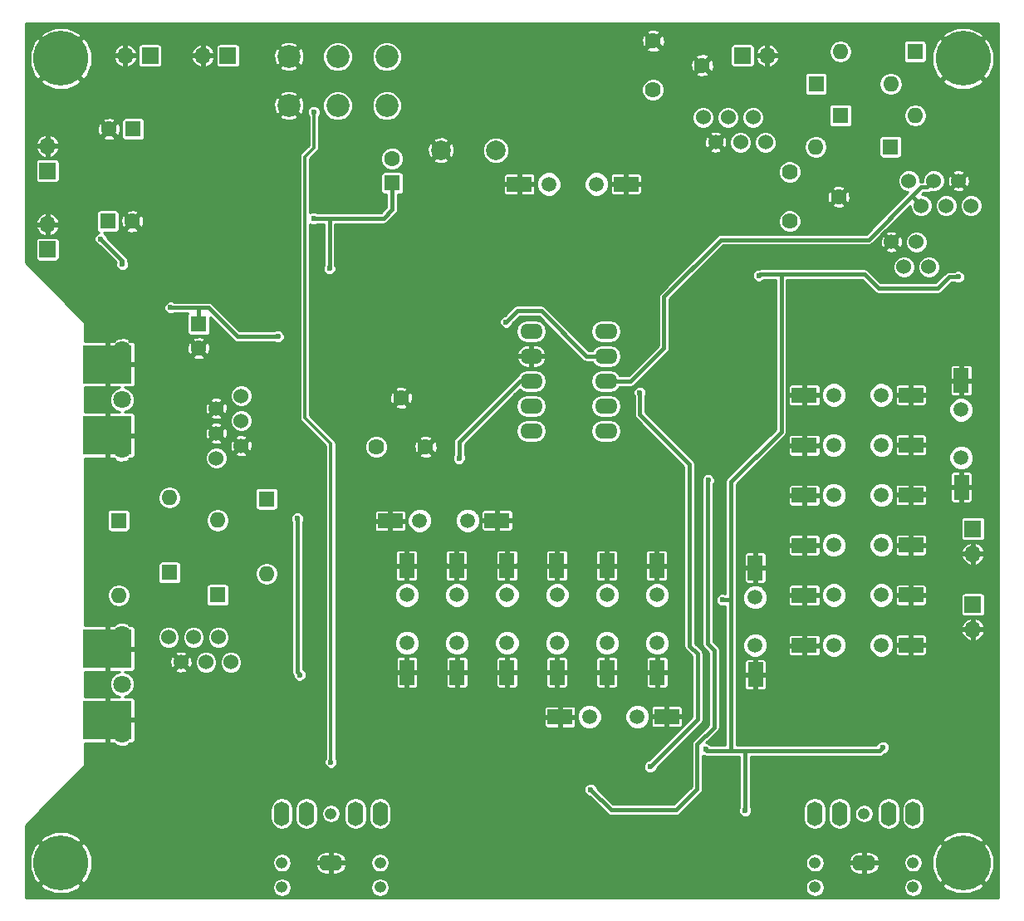
<source format=gbl>
G04 #@! TF.FileFunction,Copper,L2,Bot,Signal*
%FSLAX46Y46*%
G04 Gerber Fmt 4.6, Leading zero omitted, Abs format (unit mm)*
G04 Created by KiCad (PCBNEW 4.0.7-e2-6376~58~ubuntu14.04.1) date Sat May 19 07:42:15 2018*
%MOMM*%
%LPD*%
G01*
G04 APERTURE LIST*
%ADD10C,0.100000*%
%ADD11C,1.800000*%
%ADD12R,5.000000X3.960000*%
%ADD13C,1.524000*%
%ADD14O,2.500000X1.600000*%
%ADD15O,1.200000X1.200000*%
%ADD16O,1.600000X2.500000*%
%ADD17C,1.500000*%
%ADD18R,2.500000X1.524000*%
%ADD19C,5.600000*%
%ADD20R,1.524000X2.500000*%
%ADD21R,1.700000X1.700000*%
%ADD22O,1.700000X1.700000*%
%ADD23C,2.340000*%
%ADD24O,2.300000X1.600000*%
%ADD25C,1.620000*%
%ADD26C,1.998980*%
%ADD27R,1.600000X1.600000*%
%ADD28O,1.600000X1.600000*%
%ADD29C,1.600000*%
%ADD30C,0.600000*%
%ADD31C,0.300000*%
%ADD32C,0.400000*%
%ADD33C,0.254000*%
G04 APERTURE END LIST*
D10*
D11*
X64257000Y-114880000D03*
X64257000Y-104720000D03*
D12*
X62750000Y-106180000D03*
X62750000Y-113420000D03*
D11*
X64257000Y-112340000D03*
X64257000Y-107260000D03*
X64257000Y-109800000D03*
D13*
X69000000Y-105000000D03*
X70270000Y-107540000D03*
X71540000Y-105000000D03*
X72810000Y-107540000D03*
X74080000Y-105000000D03*
X75350000Y-107540000D03*
D14*
X85550000Y-128000000D03*
D15*
X85550000Y-123000000D03*
D16*
X90550000Y-123000000D03*
X88050000Y-123000000D03*
X83050000Y-123000000D03*
X80550000Y-123000000D03*
D15*
X90550000Y-128000000D03*
X80550000Y-128000000D03*
X90550000Y-130500000D03*
X80550000Y-130500000D03*
D17*
X136800000Y-90500000D03*
X141680000Y-90500000D03*
D18*
X144680000Y-90500000D03*
X133800000Y-90530000D03*
D19*
X150000000Y-46000000D03*
D14*
X139900000Y-128000000D03*
D15*
X139900000Y-123000000D03*
D16*
X144900000Y-123000000D03*
X142400000Y-123000000D03*
X137400000Y-123000000D03*
X134900000Y-123000000D03*
D15*
X144900000Y-128000000D03*
X134900000Y-128000000D03*
X144900000Y-130500000D03*
X134900000Y-130500000D03*
D19*
X150000000Y-128000000D03*
X58000000Y-128000000D03*
X58000000Y-46000000D03*
D17*
X111900000Y-113100000D03*
X116780000Y-113100000D03*
D18*
X119780000Y-113100000D03*
X108900000Y-113130000D03*
D17*
X118800000Y-100700000D03*
X118800000Y-105580000D03*
D20*
X118800000Y-108580000D03*
X118770000Y-97700000D03*
D17*
X113700000Y-100700000D03*
X113700000Y-105580000D03*
D20*
X113700000Y-108580000D03*
X113670000Y-97700000D03*
D17*
X108600000Y-100700000D03*
X108600000Y-105580000D03*
D20*
X108600000Y-108580000D03*
X108570000Y-97700000D03*
D17*
X103500000Y-100700000D03*
X103500000Y-105580000D03*
D20*
X103500000Y-108580000D03*
X103470000Y-97700000D03*
D17*
X98400000Y-100700000D03*
X98400000Y-105580000D03*
D20*
X98400000Y-108580000D03*
X98370000Y-97700000D03*
D17*
X93300000Y-100700000D03*
X93300000Y-105580000D03*
D20*
X93300000Y-108580000D03*
X93270000Y-97700000D03*
D17*
X94600000Y-93100000D03*
X99480000Y-93100000D03*
D18*
X102480000Y-93100000D03*
X91600000Y-93130000D03*
D17*
X128800000Y-105800000D03*
X128800000Y-100920000D03*
D20*
X128800000Y-97920000D03*
X128830000Y-108800000D03*
D17*
X136800000Y-105800000D03*
X141680000Y-105800000D03*
D18*
X144680000Y-105800000D03*
X133800000Y-105830000D03*
D17*
X136800000Y-100700000D03*
X141680000Y-100700000D03*
D18*
X144680000Y-100700000D03*
X133800000Y-100730000D03*
D17*
X136800000Y-95600000D03*
X141680000Y-95600000D03*
D18*
X144680000Y-95600000D03*
X133800000Y-95630000D03*
D17*
X136800000Y-85400000D03*
X141680000Y-85400000D03*
D18*
X144680000Y-85400000D03*
X133800000Y-85430000D03*
D17*
X136800000Y-80300000D03*
X141680000Y-80300000D03*
D18*
X144680000Y-80300000D03*
X133800000Y-80330000D03*
D17*
X149800000Y-86700000D03*
X149800000Y-81820000D03*
D20*
X149800000Y-78820000D03*
X149830000Y-89700000D03*
D21*
X56650000Y-57450000D03*
D22*
X56650000Y-54910000D03*
D21*
X56650000Y-65450000D03*
D22*
X56650000Y-62910000D03*
D11*
X64257000Y-85880000D03*
X64257000Y-75720000D03*
D12*
X62750000Y-77180000D03*
X62750000Y-84420000D03*
D11*
X64257000Y-83340000D03*
X64257000Y-78260000D03*
X64257000Y-80800000D03*
D13*
X76400000Y-80400000D03*
X73860000Y-81670000D03*
X76400000Y-82940000D03*
X73860000Y-84210000D03*
X76400000Y-85480000D03*
X73860000Y-86750000D03*
D21*
X67100000Y-45700000D03*
D22*
X64560000Y-45700000D03*
D23*
X91250000Y-45800000D03*
X86250000Y-45800000D03*
X81250000Y-45800000D03*
X91250000Y-50800000D03*
X86250000Y-50800000D03*
X81250000Y-50800000D03*
D21*
X151000000Y-101670000D03*
D22*
X151000000Y-104210000D03*
D21*
X151000000Y-93940000D03*
D22*
X151000000Y-96480000D03*
D21*
X75050000Y-45700000D03*
D22*
X72510000Y-45700000D03*
D24*
X113600000Y-73800000D03*
X113600000Y-76340000D03*
X113600000Y-78880000D03*
X113600000Y-81420000D03*
X113600000Y-83960000D03*
X105980000Y-83960000D03*
X105980000Y-81420000D03*
X105980000Y-78880000D03*
X105980000Y-76340000D03*
X105980000Y-73800000D03*
D13*
X150800000Y-61000000D03*
X149530000Y-58460000D03*
X148260000Y-61000000D03*
X146990000Y-58460000D03*
X145720000Y-61000000D03*
X144450000Y-58460000D03*
X142700000Y-64700000D03*
X143970000Y-67240000D03*
X145240000Y-64700000D03*
X146510000Y-67240000D03*
D21*
X127500000Y-45700000D03*
D22*
X130040000Y-45700000D03*
D25*
X132300000Y-62600000D03*
X137300000Y-60100000D03*
X132300000Y-57600000D03*
D13*
X123500000Y-52000000D03*
X124770000Y-54540000D03*
X126040000Y-52000000D03*
X127310000Y-54540000D03*
X128580000Y-52000000D03*
X129850000Y-54540000D03*
D26*
X96758000Y-55346000D03*
X102346000Y-55346000D03*
D25*
X118400000Y-49200000D03*
X123400000Y-46700000D03*
X118400000Y-44200000D03*
X95200000Y-85600000D03*
X92700000Y-80600000D03*
X90200000Y-85600000D03*
D17*
X107750000Y-58800000D03*
X112630000Y-58800000D03*
D18*
X115630000Y-58800000D03*
X104750000Y-58830000D03*
D27*
X69100000Y-98400000D03*
D28*
X69100000Y-90780000D03*
D27*
X63900000Y-93100000D03*
D28*
X63900000Y-100720000D03*
D27*
X74000000Y-100700000D03*
D28*
X74000000Y-93080000D03*
D27*
X79000000Y-90900000D03*
D28*
X79000000Y-98520000D03*
D27*
X137500000Y-51800000D03*
D28*
X145120000Y-51800000D03*
D27*
X145100000Y-45300000D03*
D28*
X137480000Y-45300000D03*
D27*
X142600000Y-55000000D03*
D28*
X134980000Y-55000000D03*
D27*
X135000000Y-48600000D03*
D28*
X142620000Y-48600000D03*
D27*
X72050000Y-73050000D03*
D29*
X72050000Y-75550000D03*
D27*
X91800000Y-58700000D03*
D29*
X91800000Y-56200000D03*
D27*
X65400000Y-53200000D03*
D29*
X62900000Y-53200000D03*
D27*
X62800000Y-62600000D03*
D29*
X65300000Y-62600000D03*
D30*
X68500000Y-118500000D03*
X73750000Y-118500000D03*
X63000000Y-121000000D03*
X63000000Y-126000000D03*
X63000000Y-130000000D03*
X68000000Y-130000000D03*
X68000000Y-126000000D03*
X68000000Y-121000000D03*
X73000000Y-121000000D03*
X73000000Y-126000000D03*
X73000000Y-130000000D03*
X78000000Y-130000000D03*
X78000000Y-126000000D03*
X150000000Y-66400000D03*
X149350000Y-71200000D03*
X94000000Y-130350000D03*
X99350000Y-127000000D03*
X94050000Y-126950000D03*
X87500000Y-130500000D03*
X82650000Y-129800000D03*
X82750000Y-125600000D03*
X86450000Y-125750000D03*
X89750000Y-126050000D03*
X92700000Y-123850000D03*
X118850000Y-127800000D03*
X112100000Y-125400000D03*
X115600000Y-125950000D03*
X107050000Y-123850000D03*
X108350000Y-127950000D03*
X103850000Y-125150000D03*
X104750000Y-127950000D03*
X86850000Y-113000000D03*
X87750000Y-116300000D03*
X88500000Y-111250000D03*
X88100000Y-119150000D03*
X92550000Y-120200000D03*
X115650000Y-123850000D03*
X118100000Y-123850000D03*
X111400000Y-122250000D03*
X105750000Y-120250000D03*
X102450000Y-121050000D03*
X97800000Y-121050000D03*
X112500000Y-116100000D03*
X115600000Y-118900000D03*
X95050000Y-117400000D03*
X98700000Y-118650000D03*
X101750000Y-117400000D03*
X105750000Y-117350000D03*
X108800000Y-117350000D03*
X97600000Y-44500000D03*
X94850000Y-43250000D03*
X78450000Y-48300000D03*
X65950000Y-60850000D03*
X69100000Y-56100000D03*
X64050000Y-55100000D03*
X72850000Y-48150000D03*
X67700000Y-52100000D03*
X71300000Y-52200000D03*
X92700000Y-83100000D03*
X91500000Y-87200000D03*
X144700000Y-111350000D03*
X87400000Y-48300000D03*
X82100000Y-48300000D03*
X83750000Y-59450000D03*
X87800000Y-52900000D03*
X87700000Y-56000000D03*
X85700000Y-61000000D03*
X75650000Y-56250000D03*
X75450000Y-48450000D03*
X75450000Y-51650000D03*
X92350000Y-48250000D03*
X118500000Y-54350000D03*
X72250000Y-55650000D03*
X84300000Y-69350000D03*
X79550000Y-65900000D03*
X88700000Y-65450000D03*
X96850000Y-68100000D03*
X92300000Y-65450000D03*
X84150000Y-65250000D03*
X78200000Y-64100000D03*
X78400000Y-56300000D03*
X74350000Y-62400000D03*
X70450000Y-63550000D03*
X78400000Y-59100000D03*
X59550000Y-69950000D03*
X58300000Y-67250000D03*
X62500000Y-67250000D03*
X62450000Y-71000000D03*
X63350000Y-73200000D03*
X70450000Y-67050000D03*
X67500000Y-73200000D03*
X67950000Y-68750000D03*
X74500000Y-70500000D03*
X74450000Y-67350000D03*
X77050000Y-68800000D03*
X76550000Y-72150000D03*
X89950000Y-82550000D03*
X82900000Y-118300000D03*
X78300000Y-121550000D03*
X78350000Y-117650000D03*
X61450000Y-102100000D03*
X66800000Y-115500000D03*
X68100000Y-113350000D03*
X71650000Y-110200000D03*
X71750000Y-113350000D03*
X63900000Y-95700000D03*
X61400000Y-93150000D03*
X61450000Y-95700000D03*
X63900000Y-98250000D03*
X61450000Y-98250000D03*
X66300000Y-98250000D03*
X66700000Y-105150000D03*
X66300000Y-102100000D03*
X61550000Y-90750000D03*
X62750000Y-88250000D03*
X65650000Y-88000000D03*
X64450000Y-90750000D03*
X69100000Y-96550000D03*
X69100000Y-94400000D03*
X66300000Y-95700000D03*
X67300000Y-91700000D03*
X68700000Y-88950000D03*
X81650000Y-81850000D03*
X84800000Y-81850000D03*
X71550000Y-91900000D03*
X74000000Y-98000000D03*
X74000000Y-95350000D03*
X70000000Y-102850000D03*
X71550000Y-99400000D03*
X71550000Y-96750000D03*
X71550000Y-94400000D03*
X93300000Y-113500000D03*
X95900000Y-110900000D03*
X95900000Y-113500000D03*
X88900000Y-107450000D03*
X89300000Y-101650000D03*
X86800000Y-101650000D03*
X81150000Y-100900000D03*
X83850000Y-100700000D03*
X83850000Y-97300000D03*
X79000000Y-94650000D03*
X76750000Y-95950000D03*
X76750000Y-92900000D03*
X78600000Y-101900000D03*
X76700000Y-98850000D03*
X78600000Y-104200000D03*
X73250000Y-102800000D03*
X75800000Y-102400000D03*
X75800000Y-105200000D03*
X80800000Y-113900000D03*
X82150000Y-111200000D03*
X74950000Y-109250000D03*
X75600000Y-113350000D03*
X78250000Y-113350000D03*
X78250000Y-109900000D03*
X78600000Y-106700000D03*
X88900000Y-104800000D03*
X86700000Y-104500000D03*
X81150000Y-106700000D03*
X81150000Y-104200000D03*
X80850000Y-97300000D03*
X80850000Y-94250000D03*
X81250000Y-90750000D03*
X67700000Y-85750000D03*
X71550000Y-84250000D03*
X67150000Y-83650000D03*
X69900000Y-82400000D03*
X69900000Y-77700000D03*
X75450000Y-77450000D03*
X80300000Y-77550000D03*
X83250000Y-84950000D03*
X80500000Y-84950000D03*
X79000000Y-81650000D03*
X71600000Y-88400000D03*
X75550000Y-88400000D03*
X79400000Y-88400000D03*
X83750000Y-87300000D03*
X85000000Y-75050000D03*
X89750000Y-73100000D03*
X89750000Y-76300000D03*
X90550000Y-78800000D03*
X94250000Y-73650000D03*
X94250000Y-77600000D03*
X90500000Y-68000000D03*
X100200000Y-61100000D03*
X98800000Y-63800000D03*
X96200000Y-62550000D03*
X102500000Y-68600000D03*
X102500000Y-70650000D03*
X94250000Y-70700000D03*
X99900000Y-75700000D03*
X99900000Y-73150000D03*
X99900000Y-70700000D03*
X152600000Y-78800000D03*
X152600000Y-81400000D03*
X152600000Y-86700000D03*
X148770000Y-84010000D03*
X151400000Y-84010000D03*
X152600000Y-89700000D03*
X97000000Y-90200000D03*
X97000000Y-93100000D03*
X89800000Y-90200000D03*
X93500000Y-90200000D03*
X106000000Y-113500000D03*
X106000000Y-110900000D03*
X103500000Y-111900000D03*
X121600000Y-108600000D03*
X120800000Y-106200000D03*
X123100000Y-122800000D03*
X147400000Y-124600000D03*
X137200000Y-130500000D03*
X142400000Y-127300000D03*
X142400000Y-130500000D03*
X137200000Y-127300000D03*
X131200000Y-128400000D03*
X127400000Y-124900000D03*
X131800000Y-121800000D03*
X131200000Y-124900000D03*
X123100000Y-128500000D03*
X123100000Y-125700000D03*
X128600000Y-130600000D03*
X131200000Y-130500000D03*
X124500000Y-119400000D03*
X119500000Y-119300000D03*
X115700000Y-115900000D03*
X114300000Y-113100000D03*
X115600000Y-71000000D03*
X107900000Y-80100000D03*
X108200000Y-75000000D03*
X108300000Y-77700000D03*
X109600000Y-72000000D03*
X109500000Y-64600000D03*
X109600000Y-68300000D03*
X111300000Y-74300000D03*
X111300000Y-77600000D03*
X111300000Y-80100000D03*
X94400000Y-59200000D03*
X104600000Y-64500000D03*
X101800000Y-63800000D03*
X115300000Y-68400000D03*
X114300000Y-64600000D03*
X119100000Y-58800000D03*
X120200000Y-60800000D03*
X122900000Y-68400000D03*
X121400000Y-66600000D03*
X120200000Y-63700000D03*
X118600000Y-67500000D03*
X118200000Y-71200000D03*
X118200000Y-74700000D03*
X121000000Y-71100000D03*
X121100000Y-74800000D03*
X115700000Y-75100000D03*
X92000000Y-53100000D03*
X95500000Y-51700000D03*
X103800000Y-47300000D03*
X100000000Y-43400000D03*
X100000000Y-46400000D03*
X98300000Y-50100000D03*
X104200000Y-51500000D03*
X102400000Y-53000000D03*
X104200000Y-54700000D03*
X100200000Y-58800000D03*
X108400000Y-52000000D03*
X112600000Y-54500000D03*
X112700000Y-56900000D03*
X110300000Y-60500000D03*
X112700000Y-61100000D03*
X110300000Y-57000000D03*
X104700000Y-61100000D03*
X115600000Y-60900000D03*
X120200000Y-56400000D03*
X121900000Y-53800000D03*
X115300000Y-57000000D03*
X106600000Y-56900000D03*
X110300000Y-53200000D03*
X106300000Y-51500000D03*
X110300000Y-47500000D03*
X106300000Y-43600000D03*
X106300000Y-47300000D03*
X111300000Y-44350000D03*
X115700000Y-53200000D03*
X137400000Y-48600000D03*
X140800000Y-48600000D03*
X139500000Y-51800000D03*
X135300000Y-58100000D03*
X136900000Y-56500000D03*
X138000000Y-63200000D03*
X124900000Y-43800000D03*
X124500000Y-50300000D03*
X127800000Y-48700000D03*
X121100000Y-44400000D03*
X118800000Y-46700000D03*
X121100000Y-49000000D03*
X125900000Y-60900000D03*
X122900000Y-59400000D03*
X122900000Y-56400000D03*
X133300000Y-60100000D03*
X130200000Y-60100000D03*
X128500000Y-58000000D03*
X135300000Y-62100000D03*
X125900000Y-58000000D03*
X140100000Y-62100000D03*
X142000000Y-59600000D03*
X134400000Y-43500000D03*
X139600000Y-43500000D03*
X141700000Y-45400000D03*
X145400000Y-43300000D03*
X133900000Y-50700000D03*
X130500000Y-50600000D03*
X131400000Y-52900000D03*
X138200000Y-55000000D03*
X139600000Y-57800000D03*
X145700000Y-56900000D03*
X145700000Y-53800000D03*
X142400000Y-51800000D03*
X145000000Y-49600000D03*
X152600000Y-52900000D03*
X149900000Y-52900000D03*
X152600000Y-55000000D03*
X152400000Y-57200000D03*
X152600000Y-50400000D03*
X149900000Y-50400000D03*
X149900000Y-55400000D03*
X152700000Y-59900000D03*
X152600000Y-74800000D03*
X152800000Y-62800000D03*
X152800000Y-71000000D03*
X152800000Y-66800000D03*
X144500000Y-62900000D03*
X149100000Y-63200000D03*
X142000000Y-67400000D03*
X129900000Y-74400000D03*
X127200000Y-73900000D03*
X125800000Y-71800000D03*
X125700000Y-68500000D03*
X132900000Y-74600000D03*
X136200000Y-75000000D03*
X127800000Y-67100000D03*
X135200000Y-72800000D03*
X134600000Y-69100000D03*
X139300000Y-71300000D03*
X143500000Y-70700000D03*
X149800000Y-74800000D03*
X140300000Y-75000000D03*
X143500000Y-74900000D03*
X146800000Y-74800000D03*
X146800000Y-77900000D03*
X140900000Y-78600000D03*
X137300000Y-77700000D03*
X134100000Y-78300000D03*
X128600000Y-77500000D03*
X118400000Y-78600000D03*
X117900000Y-85400000D03*
X116400000Y-88000000D03*
X120500000Y-88000000D03*
X123100000Y-85700000D03*
X123100000Y-82700000D03*
X119600000Y-82700000D03*
X115800000Y-82700000D03*
X109800000Y-84800000D03*
X107900000Y-82700000D03*
X111300000Y-82700000D03*
X101800000Y-86300000D03*
X99200000Y-82100000D03*
X103300000Y-83600000D03*
X121000000Y-92800000D03*
X116200000Y-93100000D03*
X115800000Y-90800000D03*
X110700000Y-90300000D03*
X110700000Y-88000000D03*
X106000000Y-90100000D03*
X104400000Y-88500000D03*
X100900000Y-113500000D03*
X100900000Y-110900000D03*
X98400000Y-111900000D03*
X102500000Y-90400000D03*
X100100000Y-88600000D03*
X113000000Y-93100000D03*
X109600000Y-93100000D03*
X119400000Y-94400000D03*
X106000000Y-93100000D03*
X88800000Y-93100000D03*
X87900000Y-97100000D03*
X91800000Y-95100000D03*
X103500000Y-95300000D03*
X108600000Y-95300000D03*
X113700000Y-95300000D03*
X96500000Y-105600000D03*
X100900000Y-108580000D03*
X100900000Y-105600000D03*
X111100000Y-110900000D03*
X117200000Y-108580000D03*
X111100000Y-108580000D03*
X111100000Y-105600000D03*
X106000000Y-105600000D03*
X106000000Y-108580000D03*
X114900000Y-103000000D03*
X112100000Y-103000000D03*
X109600000Y-103000000D03*
X107200000Y-103000000D03*
X104700000Y-103000000D03*
X102100000Y-103000000D03*
X99400000Y-103000000D03*
X96900000Y-103000000D03*
X94500000Y-103000000D03*
X120700000Y-103700000D03*
X91800000Y-103000000D03*
X118800000Y-103100000D03*
X123800000Y-108700000D03*
X125200000Y-105400000D03*
X125200000Y-102700000D03*
X125500000Y-108700000D03*
X123100000Y-102200000D03*
X123100000Y-105400000D03*
X127400000Y-108800000D03*
X148300000Y-113300000D03*
X151600000Y-114600000D03*
X151700000Y-110900000D03*
X152000000Y-122100000D03*
X148100000Y-122100000D03*
X134100000Y-119500000D03*
X137700000Y-119500000D03*
X141100000Y-119500000D03*
X136100000Y-124800000D03*
X143700000Y-124700000D03*
X140900000Y-124700000D03*
X138800000Y-124700000D03*
X129900000Y-119500000D03*
X144500000Y-119700000D03*
X132300000Y-114900000D03*
X133300000Y-111000000D03*
X136800000Y-110400000D03*
X129100000Y-114900000D03*
X136800000Y-115100000D03*
X136800000Y-107900000D03*
X130900000Y-110100000D03*
X144700000Y-107600000D03*
X145000000Y-115400000D03*
X136000000Y-103600000D03*
X141700000Y-107600000D03*
X139270000Y-106880000D03*
X139300000Y-110400000D03*
X147500000Y-106600000D03*
X144680000Y-103200000D03*
X147570000Y-104250000D03*
X151000000Y-106600000D03*
X150900000Y-99000000D03*
X147300000Y-96000000D03*
X144700000Y-98300000D03*
X147300000Y-98300000D03*
X129620000Y-91320000D03*
X129600000Y-88000000D03*
X127290000Y-97920000D03*
X128800000Y-103400000D03*
X130710000Y-99670000D03*
X129620000Y-94180000D03*
X139270000Y-97070000D03*
X135900000Y-97070000D03*
X139270000Y-99550000D03*
X136080000Y-99150000D03*
X139270000Y-91890000D03*
X135790000Y-91890000D03*
X144200000Y-92570000D03*
X141670000Y-103230000D03*
X139270000Y-102390000D03*
X139270000Y-94470000D03*
X139270000Y-104700000D03*
X141680000Y-88080000D03*
X139350000Y-86810000D03*
X139330000Y-83890000D03*
X139270000Y-89330000D03*
X95870000Y-108570000D03*
X126450000Y-82340000D03*
X126320000Y-87540000D03*
X127740000Y-93150000D03*
X131410000Y-85430000D03*
X147200000Y-92500000D03*
X147420000Y-90110000D03*
X147380000Y-87600000D03*
X147400000Y-81980000D03*
X147380000Y-85400000D03*
X144680000Y-87360000D03*
X144680000Y-83810000D03*
X144660000Y-82030000D03*
X141750000Y-82030000D03*
X139330000Y-81000000D03*
X130220000Y-82750000D03*
X130220000Y-80230000D03*
X127680000Y-80240000D03*
X124100000Y-80270000D03*
X121040000Y-80220000D03*
X121040000Y-77950000D03*
X98610000Y-86760000D03*
X127770000Y-122670000D03*
X125450000Y-101200000D03*
X82375000Y-108850000D03*
X149500000Y-68275000D03*
X129175000Y-68125000D03*
X123750000Y-116450000D03*
X141825000Y-116225000D03*
X82125000Y-92900000D03*
X64300000Y-67000000D03*
X62100000Y-64400000D03*
X118100000Y-118200000D03*
X117040000Y-80060000D03*
X69200000Y-71400000D03*
X80150000Y-74350000D03*
X85400000Y-67400000D03*
X83800000Y-62300000D03*
X112030000Y-120550000D03*
X124010000Y-89000000D03*
X103410000Y-72850000D03*
X83800000Y-51450000D03*
X85550000Y-117725000D03*
D31*
X73750000Y-118500000D02*
X68500000Y-118500000D01*
X78300000Y-121550000D02*
X78300000Y-125700000D01*
X63000000Y-126000000D02*
X63000000Y-121000000D01*
X68000000Y-130000000D02*
X63000000Y-130000000D01*
X68000000Y-121000000D02*
X68000000Y-126000000D01*
X73000000Y-126000000D02*
X73000000Y-121000000D01*
X78000000Y-130000000D02*
X73000000Y-130000000D01*
X78300000Y-125700000D02*
X78000000Y-126000000D01*
X152800000Y-71000000D02*
X149550000Y-71000000D01*
X149550000Y-71000000D02*
X149350000Y-71200000D01*
X94050000Y-126950000D02*
X94050000Y-130300000D01*
X94050000Y-130300000D02*
X94000000Y-130350000D01*
X94050000Y-126950000D02*
X94050000Y-125200000D01*
X100300000Y-127950000D02*
X99350000Y-127000000D01*
X104750000Y-127950000D02*
X100300000Y-127950000D01*
X82650000Y-125700000D02*
X82650000Y-129800000D01*
X82750000Y-125600000D02*
X82650000Y-125700000D01*
X89450000Y-125750000D02*
X86450000Y-125750000D01*
X89750000Y-126050000D02*
X89450000Y-125750000D01*
X94050000Y-125200000D02*
X92700000Y-123850000D01*
X123100000Y-128500000D02*
X119550000Y-128500000D01*
X119550000Y-128500000D02*
X118850000Y-127800000D01*
X112100000Y-125400000D02*
X115050000Y-125400000D01*
X115050000Y-125400000D02*
X115600000Y-125950000D01*
X108350000Y-127950000D02*
X108350000Y-125150000D01*
X108350000Y-125150000D02*
X107050000Y-123850000D01*
X108350000Y-127950000D02*
X104750000Y-127950000D01*
X87750000Y-116300000D02*
X87750000Y-118800000D01*
X86850000Y-113000000D02*
X87750000Y-113900000D01*
X87750000Y-113900000D02*
X87750000Y-116300000D01*
X93300000Y-111250000D02*
X88500000Y-111250000D01*
X87750000Y-118800000D02*
X88100000Y-119150000D01*
X115650000Y-123850000D02*
X113000000Y-123850000D01*
X115650000Y-123850000D02*
X118100000Y-123850000D01*
X113000000Y-123850000D02*
X111400000Y-122250000D01*
X105750000Y-117350000D02*
X105750000Y-120250000D01*
X101750000Y-117400000D02*
X101750000Y-120350000D01*
X101750000Y-120350000D02*
X102450000Y-121050000D01*
X112500000Y-116100000D02*
X110050000Y-116100000D01*
X97450000Y-117400000D02*
X95050000Y-117400000D01*
X98700000Y-118650000D02*
X97450000Y-117400000D01*
X105700000Y-117400000D02*
X101750000Y-117400000D01*
X105750000Y-117350000D02*
X105700000Y-117400000D01*
X110050000Y-116100000D02*
X108800000Y-117350000D01*
X99500000Y-46400000D02*
X97600000Y-44500000D01*
X100000000Y-46400000D02*
X99500000Y-46400000D01*
X82100000Y-48300000D02*
X78450000Y-48300000D01*
X69100000Y-56100000D02*
X65050000Y-56100000D01*
X65050000Y-56100000D02*
X64050000Y-55100000D01*
X75450000Y-51650000D02*
X71850000Y-51650000D01*
X67700000Y-52100000D02*
X67750000Y-52100000D01*
X71850000Y-51650000D02*
X71300000Y-52200000D01*
X144700000Y-110950000D02*
X144700000Y-111350000D01*
X87400000Y-48300000D02*
X82100000Y-48300000D01*
X87800000Y-52100000D02*
X88100000Y-51800000D01*
X88100000Y-51800000D02*
X88100000Y-49000000D01*
X88100000Y-49000000D02*
X87400000Y-48300000D01*
X87800000Y-52900000D02*
X87800000Y-52100000D01*
X83750000Y-59450000D02*
X84250000Y-59450000D01*
X87800000Y-52900000D02*
X87800000Y-52850000D01*
X84250000Y-59450000D02*
X87700000Y-56000000D01*
X75450000Y-51650000D02*
X75450000Y-48450000D01*
X95500000Y-51700000D02*
X95500000Y-51400000D01*
X95500000Y-51400000D02*
X92350000Y-48250000D01*
X120200000Y-56400000D02*
X120200000Y-56050000D01*
X120200000Y-56050000D02*
X118500000Y-54350000D01*
X79550000Y-65900000D02*
X79550000Y-65450000D01*
X96850000Y-68100000D02*
X94950000Y-68100000D01*
X94950000Y-68100000D02*
X92300000Y-65450000D01*
X88700000Y-65450000D02*
X92300000Y-65450000D01*
X79550000Y-65450000D02*
X78200000Y-64100000D01*
X74350000Y-62400000D02*
X75100000Y-62400000D01*
X70450000Y-67050000D02*
X70450000Y-63550000D01*
X75100000Y-62400000D02*
X78400000Y-59100000D01*
X67500000Y-73200000D02*
X63350000Y-73200000D01*
X59550000Y-68500000D02*
X59550000Y-69950000D01*
X58300000Y-67250000D02*
X59550000Y-68500000D01*
X62500000Y-70950000D02*
X62500000Y-67250000D01*
X62450000Y-71000000D02*
X62500000Y-70950000D01*
X70450000Y-67050000D02*
X70450000Y-67100000D01*
X67500000Y-73200000D02*
X67500000Y-69200000D01*
X67500000Y-69200000D02*
X67950000Y-68750000D01*
X74500000Y-67400000D02*
X74500000Y-70500000D01*
X74450000Y-67350000D02*
X74500000Y-67400000D01*
X77050000Y-71650000D02*
X77050000Y-68800000D01*
X76550000Y-72150000D02*
X77050000Y-71650000D01*
X78250000Y-113350000D02*
X78250000Y-117550000D01*
X81550000Y-118300000D02*
X82900000Y-118300000D01*
X78300000Y-121550000D02*
X81550000Y-118300000D01*
X78250000Y-117550000D02*
X78350000Y-117650000D01*
X66800000Y-114650000D02*
X66800000Y-115500000D01*
X68100000Y-113350000D02*
X66800000Y-114650000D01*
X71650000Y-113250000D02*
X71650000Y-110200000D01*
X71750000Y-113350000D02*
X71650000Y-113250000D01*
X66300000Y-95700000D02*
X63900000Y-95700000D01*
X61400000Y-95650000D02*
X61400000Y-93150000D01*
X61450000Y-95700000D02*
X61400000Y-95650000D01*
X61450000Y-98250000D02*
X63900000Y-98250000D01*
X66300000Y-98250000D02*
X66300000Y-102100000D01*
X65650000Y-88000000D02*
X65450000Y-88200000D01*
X62800000Y-88200000D02*
X65450000Y-88200000D01*
X62800000Y-88200000D02*
X62750000Y-88250000D01*
X67300000Y-91700000D02*
X65400000Y-91700000D01*
X65400000Y-91700000D02*
X64450000Y-90750000D01*
X71600000Y-88400000D02*
X69250000Y-88400000D01*
X69100000Y-94400000D02*
X69100000Y-96550000D01*
X67300000Y-91700000D02*
X66300000Y-95700000D01*
X69250000Y-88400000D02*
X68700000Y-88950000D01*
X80500000Y-83000000D02*
X81650000Y-81850000D01*
X80500000Y-83000000D02*
X80500000Y-83150000D01*
X71550000Y-94400000D02*
X71550000Y-91900000D01*
X74000000Y-98000000D02*
X74000000Y-95350000D01*
X70000000Y-100950000D02*
X70000000Y-102850000D01*
X71550000Y-99400000D02*
X70000000Y-100950000D01*
X71550000Y-94400000D02*
X71550000Y-96750000D01*
X93300000Y-108580000D02*
X93300000Y-111250000D01*
X93300000Y-111250000D02*
X93300000Y-113500000D01*
X95870000Y-110870000D02*
X95900000Y-110900000D01*
X95870000Y-110870000D02*
X95870000Y-108570000D01*
X89300000Y-101650000D02*
X86850000Y-101600000D01*
X86850000Y-101600000D02*
X86800000Y-101650000D01*
X76750000Y-95950000D02*
X76750000Y-92900000D01*
X78600000Y-101900000D02*
X78550000Y-101900000D01*
X79600000Y-100900000D02*
X78600000Y-101900000D01*
X79600000Y-100900000D02*
X81150000Y-100900000D01*
X76700000Y-100050000D02*
X76700000Y-98850000D01*
X78550000Y-101900000D02*
X76700000Y-100050000D01*
X78600000Y-104200000D02*
X76800000Y-104200000D01*
X81150000Y-104200000D02*
X78600000Y-104200000D01*
X75400000Y-102800000D02*
X73250000Y-102800000D01*
X75800000Y-102400000D02*
X75400000Y-102800000D01*
X76800000Y-104200000D02*
X75800000Y-105200000D01*
X80800000Y-113900000D02*
X78800000Y-113900000D01*
X82150000Y-112550000D02*
X80800000Y-113900000D01*
X81700000Y-110750000D02*
X82150000Y-111200000D01*
X81700000Y-109900000D02*
X81700000Y-110750000D01*
X82150000Y-111200000D02*
X82150000Y-112550000D01*
X74950000Y-112700000D02*
X74950000Y-109250000D01*
X75600000Y-113350000D02*
X74950000Y-112700000D01*
X78800000Y-113900000D02*
X78250000Y-113350000D01*
X81700000Y-109900000D02*
X78250000Y-109900000D01*
X81150000Y-106700000D02*
X78600000Y-106700000D01*
X91800000Y-103000000D02*
X90300000Y-103000000D01*
X90300000Y-103000000D02*
X89300000Y-101650000D01*
X88900000Y-104800000D02*
X89300000Y-101650000D01*
X81150000Y-100900000D02*
X81150000Y-104200000D01*
X80850000Y-100600000D02*
X81150000Y-100900000D01*
X80850000Y-97300000D02*
X80850000Y-100600000D01*
X81700000Y-109050000D02*
X81700000Y-109900000D01*
X81150000Y-108500000D02*
X81700000Y-109050000D01*
X81150000Y-106700000D02*
X81150000Y-108500000D01*
X79400000Y-88400000D02*
X80350000Y-88400000D01*
X80850000Y-94250000D02*
X80850000Y-97300000D01*
X81250000Y-89300000D02*
X81250000Y-90750000D01*
X80350000Y-88400000D02*
X81250000Y-89300000D01*
X67750000Y-84250000D02*
X71550000Y-84250000D01*
X67150000Y-83650000D02*
X67750000Y-84250000D01*
X69900000Y-77700000D02*
X69900000Y-82400000D01*
X79000000Y-80250000D02*
X78600000Y-80250000D01*
X76400000Y-78400000D02*
X75450000Y-77450000D01*
X76750000Y-78400000D02*
X76400000Y-78400000D01*
X78600000Y-80250000D02*
X76750000Y-78400000D01*
X79000000Y-81650000D02*
X79000000Y-80250000D01*
X79000000Y-80250000D02*
X79000000Y-78850000D01*
X79000000Y-78850000D02*
X80300000Y-77550000D01*
X80500000Y-84950000D02*
X80500000Y-83150000D01*
X80500000Y-83150000D02*
X79000000Y-81650000D01*
X73860000Y-84210000D02*
X73840000Y-84210000D01*
X73840000Y-84210000D02*
X71600000Y-86450000D01*
X71600000Y-86450000D02*
X71600000Y-88400000D01*
X75550000Y-88400000D02*
X79400000Y-88400000D01*
X84950000Y-75000000D02*
X84950000Y-74950000D01*
X85000000Y-75050000D02*
X84950000Y-75000000D01*
X89750000Y-76650000D02*
X89750000Y-76300000D01*
X90550000Y-78800000D02*
X89750000Y-76650000D01*
X94250000Y-73650000D02*
X94250000Y-77600000D01*
X100200000Y-61100000D02*
X98800000Y-63800000D01*
X98800000Y-63700000D02*
X98800000Y-63800000D01*
X97550000Y-62550000D02*
X98800000Y-63700000D01*
X96200000Y-62550000D02*
X97550000Y-62550000D01*
X99900000Y-70700000D02*
X102450000Y-70700000D01*
X102450000Y-70700000D02*
X102500000Y-70650000D01*
X94250000Y-70700000D02*
X99900000Y-70700000D01*
X99900000Y-73150000D02*
X99900000Y-75700000D01*
X151400000Y-84010000D02*
X151400000Y-82600000D01*
X152600000Y-78800000D02*
X152600000Y-74800000D01*
X151400000Y-82600000D02*
X152600000Y-81400000D01*
X151400000Y-84400000D02*
X152600000Y-85600000D01*
X152600000Y-85600000D02*
X152600000Y-86700000D01*
X151400000Y-84010000D02*
X151400000Y-84400000D01*
X93500000Y-90200000D02*
X89800000Y-90200000D01*
X106000000Y-113500000D02*
X105100000Y-113500000D01*
X106000000Y-113500000D02*
X106000000Y-110900000D01*
X105100000Y-113500000D02*
X103500000Y-111900000D01*
X121600000Y-108600000D02*
X121600000Y-107000000D01*
X121580000Y-108580000D02*
X121600000Y-108600000D01*
X118800000Y-108580000D02*
X121580000Y-108580000D01*
X121600000Y-107000000D02*
X120800000Y-106200000D01*
X137200000Y-130500000D02*
X142400000Y-130500000D01*
X137200000Y-125000000D02*
X137200000Y-127300000D01*
X131100000Y-128500000D02*
X131200000Y-128400000D01*
X127400000Y-124900000D02*
X123100000Y-125700000D01*
X131800000Y-121800000D02*
X131800000Y-124300000D01*
X131800000Y-119500000D02*
X131800000Y-121800000D01*
X131800000Y-124300000D02*
X131200000Y-124900000D01*
X123100000Y-128500000D02*
X131100000Y-128500000D01*
X131100000Y-130600000D02*
X128600000Y-130600000D01*
X131200000Y-130500000D02*
X131100000Y-130600000D01*
X115600000Y-118900000D02*
X116300000Y-118900000D01*
X119100000Y-119700000D02*
X119500000Y-119300000D01*
X117100000Y-119700000D02*
X119100000Y-119700000D01*
X116300000Y-118900000D02*
X117100000Y-119700000D01*
X115700000Y-115900000D02*
X115600000Y-116000000D01*
X115600000Y-116000000D02*
X115600000Y-118900000D01*
X118200000Y-71200000D02*
X115800000Y-71200000D01*
X115800000Y-71200000D02*
X115600000Y-71000000D01*
X111300000Y-80100000D02*
X107900000Y-80100000D01*
X108200000Y-77600000D02*
X108200000Y-75000000D01*
X108300000Y-77700000D02*
X108200000Y-77600000D01*
X109600000Y-72000000D02*
X109600000Y-72600000D01*
X109600000Y-72600000D02*
X111300000Y-74300000D01*
X111300000Y-82700000D02*
X111300000Y-80100000D01*
X104600000Y-64500000D02*
X102500000Y-64500000D01*
X102500000Y-64500000D02*
X101800000Y-63800000D01*
X118600000Y-67500000D02*
X116200000Y-67500000D01*
X116200000Y-67500000D02*
X115300000Y-68400000D01*
X118200000Y-74700000D02*
X116600000Y-76300000D01*
X121000000Y-70300000D02*
X122900000Y-68400000D01*
X121400000Y-66600000D02*
X120200000Y-65400000D01*
X120200000Y-65400000D02*
X120200000Y-63700000D01*
X118600000Y-67500000D02*
X118200000Y-67900000D01*
X118200000Y-67900000D02*
X118200000Y-71200000D01*
X121040000Y-77950000D02*
X121040000Y-74860000D01*
X121040000Y-74860000D02*
X121100000Y-74800000D01*
X121000000Y-71100000D02*
X121000000Y-70300000D01*
X116600000Y-76000000D02*
X115700000Y-75100000D01*
X116600000Y-76300000D02*
X116600000Y-76000000D01*
X94100000Y-53100000D02*
X92000000Y-53100000D01*
X95500000Y-51700000D02*
X94100000Y-53100000D01*
X103800000Y-47300000D02*
X100900000Y-47300000D01*
X106300000Y-47300000D02*
X103800000Y-47300000D01*
X100900000Y-47300000D02*
X100000000Y-46400000D01*
X106300000Y-51500000D02*
X104200000Y-51500000D01*
X104750000Y-58830000D02*
X104750000Y-55250000D01*
X104750000Y-55250000D02*
X104200000Y-54700000D01*
X104750000Y-58830000D02*
X100230000Y-58830000D01*
X100230000Y-58830000D02*
X100200000Y-58800000D01*
X106300000Y-51500000D02*
X107900000Y-51500000D01*
X107900000Y-51500000D02*
X108400000Y-52000000D01*
X110300000Y-57000000D02*
X112600000Y-57000000D01*
X112600000Y-57000000D02*
X112700000Y-56900000D01*
X110300000Y-60500000D02*
X112100000Y-60500000D01*
X112100000Y-60500000D02*
X112700000Y-61100000D01*
X115630000Y-58800000D02*
X115630000Y-60870000D01*
X115630000Y-60870000D02*
X115600000Y-60900000D01*
X115630000Y-58800000D02*
X119100000Y-58800000D01*
X121100000Y-50700000D02*
X121850000Y-49950000D01*
X121100000Y-53000000D02*
X121900000Y-53800000D01*
X121100000Y-50700000D02*
X121100000Y-53000000D01*
X119100000Y-58800000D02*
X120200000Y-56400000D01*
X115630000Y-58800000D02*
X115630000Y-57330000D01*
X115630000Y-57330000D02*
X115300000Y-57000000D01*
X110300000Y-57000000D02*
X106700000Y-57000000D01*
X106700000Y-57000000D02*
X106600000Y-56900000D01*
X110300000Y-53200000D02*
X110300000Y-57000000D01*
X106300000Y-51500000D02*
X106300000Y-47300000D01*
X118800000Y-46700000D02*
X112900000Y-46700000D01*
X112900000Y-46700000D02*
X110300000Y-47500000D01*
X110300000Y-47500000D02*
X110300000Y-53200000D01*
X111300000Y-44350000D02*
X111300000Y-44300000D01*
X140800000Y-48600000D02*
X140800000Y-46300000D01*
X137400000Y-48600000D02*
X140800000Y-48600000D01*
X138200000Y-55000000D02*
X138800000Y-55000000D01*
X139500000Y-54300000D02*
X139500000Y-51800000D01*
X138800000Y-55000000D02*
X139500000Y-54300000D01*
X140800000Y-46300000D02*
X141700000Y-45400000D01*
X135300000Y-62100000D02*
X136900000Y-62100000D01*
X136900000Y-62100000D02*
X138000000Y-63200000D01*
X121100000Y-44400000D02*
X124300000Y-44400000D01*
X124300000Y-44400000D02*
X124900000Y-43800000D01*
X121100000Y-49000000D02*
X121100000Y-49200000D01*
X121100000Y-49200000D02*
X121850000Y-49950000D01*
X129700000Y-50600000D02*
X127800000Y-48700000D01*
X121850000Y-49950000D02*
X122200000Y-50300000D01*
X122200000Y-50300000D02*
X124500000Y-50300000D01*
X129700000Y-50600000D02*
X130500000Y-50600000D01*
X123400000Y-46700000D02*
X121100000Y-49000000D01*
X118800000Y-46700000D02*
X121100000Y-44400000D01*
X124770000Y-54540000D02*
X124760000Y-54540000D01*
X124760000Y-54540000D02*
X122900000Y-56400000D01*
X128500000Y-58000000D02*
X125900000Y-58000000D01*
X133300000Y-60100000D02*
X130200000Y-60100000D01*
X137300000Y-60100000D02*
X135300000Y-62100000D01*
X140100000Y-62100000D02*
X140100000Y-61500000D01*
X140100000Y-61500000D02*
X142000000Y-59600000D01*
X134400000Y-43500000D02*
X139600000Y-43500000D01*
X141700000Y-45400000D02*
X143800000Y-43300000D01*
X143800000Y-43300000D02*
X145400000Y-43300000D01*
X138200000Y-55000000D02*
X137700000Y-55000000D01*
X137700000Y-55000000D02*
X133900000Y-51200000D01*
X133900000Y-51200000D02*
X133900000Y-50700000D01*
X130500000Y-50600000D02*
X131400000Y-51500000D01*
X131400000Y-51500000D02*
X131400000Y-52900000D01*
X142400000Y-51800000D02*
X144600000Y-49600000D01*
X139600000Y-57800000D02*
X140500000Y-56900000D01*
X140500000Y-56900000D02*
X145700000Y-56900000D01*
X145700000Y-53800000D02*
X145300000Y-53400000D01*
X145300000Y-53400000D02*
X144000000Y-53400000D01*
X144000000Y-53400000D02*
X142400000Y-51800000D01*
X144600000Y-49600000D02*
X145000000Y-49600000D01*
X152600000Y-52900000D02*
X149900000Y-52900000D01*
X149900000Y-55400000D02*
X149900000Y-52900000D01*
X149900000Y-52900000D02*
X149900000Y-50400000D01*
X149530000Y-58460000D02*
X149560000Y-58460000D01*
X149560000Y-58460000D02*
X150500000Y-59400000D01*
X152200000Y-59400000D02*
X152700000Y-59900000D01*
X150500000Y-59400000D02*
X152200000Y-59400000D01*
X152600000Y-74800000D02*
X152800000Y-74600000D01*
X152800000Y-74600000D02*
X152800000Y-71000000D01*
X152800000Y-66800000D02*
X152800000Y-62800000D01*
X144500000Y-62900000D02*
X148800000Y-62900000D01*
X148800000Y-62900000D02*
X149100000Y-63200000D01*
X142700000Y-64700000D02*
X140900000Y-66500000D01*
X141100000Y-66500000D02*
X142000000Y-67400000D01*
X140900000Y-66500000D02*
X141100000Y-66500000D01*
X129900000Y-74400000D02*
X129400000Y-73900000D01*
X129400000Y-73900000D02*
X127200000Y-73900000D01*
X125800000Y-71800000D02*
X125700000Y-71700000D01*
X125700000Y-71700000D02*
X125700000Y-68500000D01*
X135200000Y-72800000D02*
X135200000Y-69700000D01*
X135500000Y-75000000D02*
X135200000Y-74700000D01*
X135200000Y-74700000D02*
X135200000Y-72800000D01*
X136200000Y-75000000D02*
X135500000Y-75000000D01*
X135200000Y-69700000D02*
X134600000Y-69100000D01*
X139300000Y-75000000D02*
X139300000Y-71300000D01*
X143500000Y-74900000D02*
X143500000Y-70700000D01*
X149800000Y-74800000D02*
X149800000Y-78820000D01*
X144680000Y-80300000D02*
X144680000Y-78620000D01*
X140300000Y-75000000D02*
X139300000Y-75000000D01*
X139300000Y-75000000D02*
X136200000Y-75000000D01*
X146700000Y-74900000D02*
X143500000Y-74900000D01*
X146800000Y-74800000D02*
X146700000Y-74900000D01*
X145400000Y-77900000D02*
X146800000Y-77900000D01*
X144680000Y-78620000D02*
X145400000Y-77900000D01*
X138450000Y-78850000D02*
X140650000Y-78850000D01*
X140650000Y-78850000D02*
X140900000Y-78600000D01*
X133800000Y-80330000D02*
X133800000Y-78600000D01*
X139330000Y-79730000D02*
X139330000Y-81000000D01*
X137300000Y-77700000D02*
X138450000Y-78850000D01*
X138450000Y-78850000D02*
X139330000Y-79730000D01*
X133800000Y-78600000D02*
X134100000Y-78300000D01*
X121040000Y-79000000D02*
X118800000Y-79000000D01*
X118800000Y-79000000D02*
X118400000Y-78600000D01*
X117900000Y-85400000D02*
X117900000Y-84800000D01*
X120500000Y-88000000D02*
X116400000Y-88000000D01*
X121900000Y-84500000D02*
X121300000Y-84500000D01*
X123100000Y-85700000D02*
X121900000Y-84500000D01*
X119600000Y-82700000D02*
X123100000Y-82700000D01*
X117900000Y-84800000D02*
X115800000Y-82700000D01*
X109800000Y-84800000D02*
X111300000Y-83300000D01*
X110700000Y-85700000D02*
X109800000Y-84800000D01*
X110700000Y-88000000D02*
X110700000Y-85700000D01*
X111300000Y-83300000D02*
X111300000Y-82700000D01*
X101800000Y-86300000D02*
X103300000Y-84800000D01*
X104000000Y-88500000D02*
X101800000Y-86300000D01*
X104400000Y-88500000D02*
X104000000Y-88500000D01*
X103300000Y-84800000D02*
X103300000Y-83600000D01*
X119400000Y-94400000D02*
X121000000Y-92800000D01*
X116200000Y-93100000D02*
X116200000Y-91200000D01*
X116200000Y-91200000D02*
X115800000Y-90800000D01*
X110700000Y-88000000D02*
X110700000Y-90300000D01*
X102500000Y-90400000D02*
X104400000Y-88500000D01*
X100900000Y-113500000D02*
X100000000Y-113500000D01*
X100900000Y-113500000D02*
X100900000Y-110900000D01*
X100000000Y-113500000D02*
X98400000Y-111900000D01*
X102480000Y-90420000D02*
X102500000Y-90400000D01*
X102480000Y-93100000D02*
X102480000Y-90420000D01*
X118770000Y-95030000D02*
X119400000Y-94400000D01*
X118770000Y-97700000D02*
X118770000Y-95030000D01*
X106000000Y-93100000D02*
X102480000Y-93100000D01*
X88830000Y-93130000D02*
X88800000Y-93100000D01*
X91600000Y-93130000D02*
X88830000Y-93130000D01*
X91600000Y-93130000D02*
X91600000Y-94900000D01*
X91600000Y-94900000D02*
X91800000Y-95100000D01*
X103470000Y-97700000D02*
X103470000Y-95330000D01*
X103470000Y-95330000D02*
X103500000Y-95300000D01*
X108570000Y-97700000D02*
X108570000Y-95330000D01*
X108570000Y-95330000D02*
X108600000Y-95300000D01*
X113670000Y-97700000D02*
X113670000Y-95330000D01*
X113670000Y-95330000D02*
X113700000Y-95300000D01*
X95870000Y-108570000D02*
X95870000Y-106230000D01*
X95870000Y-106230000D02*
X96500000Y-105600000D01*
X103500000Y-108580000D02*
X100900000Y-108580000D01*
X100900000Y-108580000D02*
X98400000Y-108580000D01*
X111100000Y-108580000D02*
X111100000Y-110900000D01*
X113700000Y-108580000D02*
X117200000Y-108580000D01*
X117200000Y-108580000D02*
X118800000Y-108580000D01*
X108600000Y-108580000D02*
X111100000Y-108580000D01*
X111100000Y-108580000D02*
X113700000Y-108580000D01*
X106000000Y-108580000D02*
X106000000Y-105600000D01*
X103500000Y-108580000D02*
X106000000Y-108580000D01*
X106000000Y-108580000D02*
X108600000Y-108580000D01*
X120700000Y-97700000D02*
X120700000Y-103700000D01*
X118770000Y-97700000D02*
X120700000Y-97700000D01*
X118700000Y-103000000D02*
X114900000Y-103000000D01*
X114900000Y-103000000D02*
X112100000Y-103000000D01*
X112100000Y-103000000D02*
X109600000Y-103000000D01*
X109600000Y-103000000D02*
X107200000Y-103000000D01*
X107200000Y-103000000D02*
X104700000Y-103000000D01*
X104700000Y-103000000D02*
X102100000Y-103000000D01*
X102100000Y-103000000D02*
X99400000Y-103000000D01*
X99400000Y-103000000D02*
X96900000Y-103000000D01*
X96900000Y-103000000D02*
X94500000Y-103000000D01*
X94500000Y-103000000D02*
X91800000Y-103000000D01*
X118800000Y-103100000D02*
X118700000Y-103000000D01*
X123800000Y-108700000D02*
X123800000Y-106600000D01*
X123100000Y-105900000D02*
X123100000Y-105400000D01*
X123800000Y-106600000D02*
X123100000Y-105900000D01*
X128830000Y-108800000D02*
X127400000Y-108800000D01*
X150000000Y-128000000D02*
X147400000Y-125400000D01*
X150300000Y-113300000D02*
X148300000Y-113300000D01*
X151600000Y-114600000D02*
X150300000Y-113300000D01*
X153000000Y-112200000D02*
X151700000Y-110900000D01*
X153000000Y-121100000D02*
X153000000Y-112200000D01*
X152000000Y-122100000D02*
X153000000Y-121100000D01*
X147400000Y-122800000D02*
X148100000Y-122100000D01*
X147400000Y-125400000D02*
X147400000Y-124600000D01*
X147400000Y-124600000D02*
X147400000Y-122800000D01*
X138800000Y-124700000D02*
X138500000Y-125000000D01*
X136300000Y-125000000D02*
X136100000Y-124800000D01*
X138500000Y-125000000D02*
X137200000Y-125000000D01*
X137200000Y-125000000D02*
X136300000Y-125000000D01*
X139000000Y-119500000D02*
X139000000Y-121600000D01*
X143500000Y-124900000D02*
X143700000Y-124700000D01*
X141100000Y-124900000D02*
X143500000Y-124900000D01*
X140900000Y-124700000D02*
X141100000Y-124900000D01*
X138800000Y-121800000D02*
X138800000Y-124700000D01*
X139000000Y-121600000D02*
X138800000Y-121800000D01*
X144300000Y-119500000D02*
X141100000Y-119500000D01*
X141100000Y-119500000D02*
X139000000Y-119500000D01*
X139000000Y-119500000D02*
X137700000Y-119500000D01*
X137700000Y-119500000D02*
X134100000Y-119500000D01*
X134100000Y-119500000D02*
X131800000Y-119500000D01*
X131800000Y-119500000D02*
X129900000Y-119500000D01*
X144500000Y-119700000D02*
X144300000Y-119500000D01*
X129100000Y-114900000D02*
X132300000Y-114900000D01*
X132400000Y-113000000D02*
X132400000Y-114800000D01*
X132400000Y-114800000D02*
X132300000Y-114900000D01*
X136800000Y-111800000D02*
X136800000Y-110400000D01*
X136400000Y-112200000D02*
X133300000Y-111000000D01*
X136800000Y-111800000D02*
X136400000Y-112200000D01*
X133300000Y-111000000D02*
X132400000Y-113000000D01*
X136800000Y-110400000D02*
X136800000Y-115100000D01*
X136800000Y-110400000D02*
X136800000Y-107900000D01*
X139270000Y-107900000D02*
X136800000Y-107900000D01*
X128830000Y-108800000D02*
X130200000Y-108800000D01*
X130900000Y-109500000D02*
X130900000Y-110100000D01*
X130200000Y-108800000D02*
X130900000Y-109500000D01*
X144700000Y-107600000D02*
X144700000Y-110950000D01*
X144700000Y-110950000D02*
X144700000Y-113000000D01*
X144700000Y-113000000D02*
X145000000Y-115400000D01*
X139270000Y-107900000D02*
X141400000Y-107900000D01*
X141400000Y-107900000D02*
X141700000Y-107600000D01*
X139270000Y-106880000D02*
X139270000Y-107900000D01*
X139270000Y-107900000D02*
X139270000Y-110370000D01*
X139270000Y-104700000D02*
X139270000Y-106880000D01*
X139270000Y-110370000D02*
X139300000Y-110400000D01*
X147500000Y-106600000D02*
X151000000Y-106600000D01*
X147300000Y-98300000D02*
X148400000Y-98300000D01*
X149100000Y-99000000D02*
X150900000Y-99000000D01*
X148400000Y-98300000D02*
X149100000Y-99000000D01*
X144700000Y-98300000D02*
X147300000Y-98300000D01*
X144700000Y-95620000D02*
X144700000Y-98300000D01*
X144680000Y-98320000D02*
X144700000Y-98300000D01*
X144680000Y-98320000D02*
X144680000Y-100700000D01*
X144700000Y-95620000D02*
X144680000Y-95600000D01*
X129620000Y-91320000D02*
X129620000Y-88020000D01*
X129620000Y-88020000D02*
X129600000Y-88000000D01*
X127290000Y-97920000D02*
X127290000Y-102190000D01*
X128800000Y-97920000D02*
X127290000Y-97920000D01*
X128500000Y-103400000D02*
X128800000Y-103400000D01*
X127290000Y-102190000D02*
X128500000Y-103400000D01*
X133800000Y-100730000D02*
X131770000Y-100730000D01*
X131770000Y-100730000D02*
X130710000Y-99670000D01*
X129620000Y-91320000D02*
X129620000Y-94180000D01*
X129595000Y-91295000D02*
X129620000Y-91320000D01*
X139270000Y-97070000D02*
X135900000Y-97070000D01*
X139270000Y-91890000D02*
X135790000Y-91890000D01*
X144680000Y-90500000D02*
X144680000Y-92090000D01*
X144680000Y-92090000D02*
X144200000Y-92570000D01*
X144680000Y-103200000D02*
X144680000Y-100700000D01*
X144680000Y-103200000D02*
X144680000Y-105800000D01*
X141670000Y-103230000D02*
X141700000Y-103200000D01*
X141700000Y-103200000D02*
X144680000Y-103200000D01*
X139270000Y-89330000D02*
X139270000Y-91890000D01*
X139270000Y-91890000D02*
X139270000Y-94470000D01*
X139270000Y-94470000D02*
X139270000Y-97070000D01*
X139270000Y-97070000D02*
X139270000Y-99550000D01*
X139270000Y-99550000D02*
X139270000Y-102390000D01*
X139270000Y-102390000D02*
X139270000Y-104700000D01*
X141680000Y-88080000D02*
X140520000Y-88080000D01*
X140520000Y-88080000D02*
X139270000Y-89330000D01*
X139340000Y-88080000D02*
X141680000Y-88080000D01*
X139330000Y-81000000D02*
X139330000Y-83890000D01*
X139340000Y-86820000D02*
X139340000Y-88080000D01*
X139350000Y-86810000D02*
X139340000Y-86820000D01*
X95870000Y-108570000D02*
X93310000Y-108570000D01*
X93310000Y-108570000D02*
X93300000Y-108580000D01*
X98400000Y-108580000D02*
X95880000Y-108580000D01*
X95880000Y-108580000D02*
X95870000Y-108570000D01*
X126490000Y-80240000D02*
X126490000Y-82300000D01*
X126490000Y-82300000D02*
X126450000Y-82340000D01*
X130410000Y-90520000D02*
X130370000Y-90520000D01*
X130370000Y-90520000D02*
X129595000Y-91295000D01*
X129595000Y-91295000D02*
X127740000Y-93150000D01*
X131410000Y-85430000D02*
X133800000Y-85430000D01*
X133800000Y-90530000D02*
X130420000Y-90530000D01*
X130420000Y-90530000D02*
X130410000Y-90520000D01*
X144680000Y-90500000D02*
X147270000Y-90260000D01*
X147270000Y-90260000D02*
X147420000Y-90110000D01*
X147380000Y-88650000D02*
X147420000Y-90110000D01*
X147200000Y-92500000D02*
X147200000Y-92520000D01*
X147760000Y-89700000D02*
X149830000Y-89700000D01*
X147380000Y-89320000D02*
X147760000Y-89700000D01*
X147380000Y-87600000D02*
X147380000Y-88650000D01*
X147380000Y-88650000D02*
X147380000Y-89320000D01*
X148770000Y-83350000D02*
X147400000Y-81980000D01*
X148770000Y-84010000D02*
X148770000Y-83350000D01*
X147380000Y-85400000D02*
X144680000Y-85400000D01*
X148770000Y-84010000D02*
X147380000Y-85400000D01*
X144680000Y-85400000D02*
X144680000Y-87360000D01*
X144680000Y-85400000D02*
X144680000Y-83810000D01*
X141750000Y-82030000D02*
X144660000Y-82030000D01*
X144680000Y-82010000D02*
X144680000Y-80300000D01*
X144660000Y-82030000D02*
X144680000Y-82010000D01*
X141750000Y-82030000D02*
X141730000Y-82030000D01*
X130220000Y-80230000D02*
X130220000Y-82750000D01*
X124130000Y-80240000D02*
X126490000Y-80240000D01*
X126490000Y-80240000D02*
X127680000Y-80240000D01*
X124100000Y-80270000D02*
X124130000Y-80240000D01*
X121040000Y-77950000D02*
X121040000Y-79000000D01*
X121040000Y-79000000D02*
X121040000Y-80220000D01*
D32*
X126325000Y-101200000D02*
X126325000Y-116600000D01*
X105980000Y-78880000D02*
X104830000Y-78880000D01*
X104830000Y-78880000D02*
X98610000Y-85100000D01*
X98610000Y-85100000D02*
X98610000Y-86760000D01*
X127770000Y-116600000D02*
X127770000Y-122670000D01*
X125450000Y-101200000D02*
X126325000Y-101200000D01*
X82375000Y-108800000D02*
X82375000Y-108850000D01*
X82125000Y-108550000D02*
X82375000Y-108800000D01*
X82125000Y-108250000D02*
X82125000Y-108550000D01*
X82125000Y-92900000D02*
X82125000Y-108250000D01*
X131450000Y-68000000D02*
X131450000Y-84025000D01*
X131450000Y-84025000D02*
X126325000Y-89150000D01*
X126325000Y-97950000D02*
X126325000Y-101200000D01*
X126325000Y-89150000D02*
X126325000Y-97950000D01*
X148575000Y-68275000D02*
X149500000Y-68275000D01*
X147425000Y-69425000D02*
X148575000Y-68275000D01*
X141350000Y-69425000D02*
X147425000Y-69425000D01*
X139925000Y-68000000D02*
X141350000Y-69425000D01*
X129300000Y-68000000D02*
X131450000Y-68000000D01*
X131450000Y-68000000D02*
X139925000Y-68000000D01*
X129175000Y-68125000D02*
X129300000Y-68000000D01*
X123750000Y-116450000D02*
X123900000Y-116600000D01*
X123900000Y-116600000D02*
X126325000Y-116600000D01*
X141450000Y-116600000D02*
X141825000Y-116225000D01*
X126325000Y-116600000D02*
X126350000Y-116600000D01*
X126350000Y-116600000D02*
X127770000Y-116600000D01*
X127770000Y-116600000D02*
X141450000Y-116600000D01*
X64300000Y-66600000D02*
X64300000Y-67000000D01*
X62100000Y-64400000D02*
X64300000Y-66600000D01*
X122920000Y-111800000D02*
X122920000Y-113380000D01*
X122920000Y-113380000D02*
X118100000Y-118200000D01*
X117040000Y-81730000D02*
X117040000Y-82310000D01*
X122100000Y-87370000D02*
X122100000Y-93790000D01*
X117040000Y-82310000D02*
X122100000Y-87370000D01*
X122920000Y-111800000D02*
X122920000Y-106690000D01*
X122100000Y-105870000D02*
X122100000Y-93790000D01*
X122920000Y-106690000D02*
X122100000Y-105870000D01*
X117040000Y-80060000D02*
X117040000Y-81730000D01*
X72050000Y-73050000D02*
X72050000Y-71400000D01*
X73050000Y-71400000D02*
X72050000Y-71400000D01*
X72050000Y-71400000D02*
X69200000Y-71400000D01*
X76000000Y-74350000D02*
X73050000Y-71400000D01*
X80150000Y-74350000D02*
X76000000Y-74350000D01*
X85400000Y-62300000D02*
X85400000Y-67400000D01*
X91800000Y-58700000D02*
X91800000Y-61400000D01*
X90900000Y-62300000D02*
X85400000Y-62300000D01*
X85400000Y-62300000D02*
X83800000Y-62300000D01*
X91800000Y-61400000D02*
X90900000Y-62300000D01*
X114090000Y-122610000D02*
X117170000Y-122610000D01*
X112030000Y-120550000D02*
X114090000Y-122610000D01*
X124010000Y-89000000D02*
X123970000Y-89040000D01*
X123970000Y-89040000D02*
X123970000Y-105690000D01*
X123970000Y-105690000D02*
X124610000Y-106330000D01*
X124610000Y-106330000D02*
X124610000Y-114170000D01*
X124610000Y-114170000D02*
X122880000Y-115900000D01*
X122880000Y-115900000D02*
X122880000Y-120460000D01*
X122880000Y-120460000D02*
X120730000Y-122610000D01*
X120730000Y-122610000D02*
X117170000Y-122610000D01*
X105890000Y-71720000D02*
X106980000Y-71720000D01*
X106980000Y-71720000D02*
X111600000Y-76340000D01*
X113600000Y-76340000D02*
X111600000Y-76340000D01*
X103410000Y-72850000D02*
X104540000Y-71720000D01*
X104540000Y-71720000D02*
X105890000Y-71720000D01*
X145685000Y-59125000D02*
X146325000Y-59125000D01*
X146325000Y-59125000D02*
X146990000Y-58460000D01*
X145720000Y-61000000D02*
X145700000Y-61000000D01*
X145700000Y-61000000D02*
X144755000Y-60055000D01*
X145685000Y-59125000D02*
X144755000Y-60055000D01*
X144755000Y-60055000D02*
X140340000Y-64470000D01*
X140340000Y-64470000D02*
X125330000Y-64470000D01*
X125330000Y-64470000D02*
X119500000Y-70300000D01*
X119500000Y-70300000D02*
X119500000Y-75490000D01*
X119500000Y-75490000D02*
X116110000Y-78880000D01*
X116110000Y-78880000D02*
X113600000Y-78880000D01*
D31*
X82875000Y-64330000D02*
X82875000Y-82605000D01*
X82875000Y-82605000D02*
X85550000Y-85280000D01*
X82875000Y-64330000D02*
X82875000Y-56000000D01*
X83800000Y-51450000D02*
X83800000Y-55075000D01*
X83800000Y-55075000D02*
X82875000Y-56000000D01*
X85550000Y-85280000D02*
X85550000Y-117725000D01*
D32*
X151000000Y-101670000D02*
X151000000Y-101620000D01*
D33*
G36*
X153573000Y-131573000D02*
X54427000Y-131573000D01*
X54427000Y-130311833D01*
X55867772Y-130311833D01*
X56200232Y-130693235D01*
X57367887Y-131176966D01*
X58631776Y-131177034D01*
X59799483Y-130693426D01*
X59799768Y-130693235D01*
X59968206Y-130500000D01*
X79553859Y-130500000D01*
X79628229Y-130873882D01*
X79840016Y-131190843D01*
X80156977Y-131402630D01*
X80530859Y-131477000D01*
X80569141Y-131477000D01*
X80943023Y-131402630D01*
X81259984Y-131190843D01*
X81471771Y-130873882D01*
X81546141Y-130500000D01*
X89553859Y-130500000D01*
X89628229Y-130873882D01*
X89840016Y-131190843D01*
X90156977Y-131402630D01*
X90530859Y-131477000D01*
X90569141Y-131477000D01*
X90943023Y-131402630D01*
X91259984Y-131190843D01*
X91471771Y-130873882D01*
X91546141Y-130500000D01*
X133903859Y-130500000D01*
X133978229Y-130873882D01*
X134190016Y-131190843D01*
X134506977Y-131402630D01*
X134880859Y-131477000D01*
X134919141Y-131477000D01*
X135293023Y-131402630D01*
X135609984Y-131190843D01*
X135821771Y-130873882D01*
X135896141Y-130500000D01*
X143903859Y-130500000D01*
X143978229Y-130873882D01*
X144190016Y-131190843D01*
X144506977Y-131402630D01*
X144880859Y-131477000D01*
X144919141Y-131477000D01*
X145293023Y-131402630D01*
X145609984Y-131190843D01*
X145821771Y-130873882D01*
X145896141Y-130500000D01*
X145858713Y-130311833D01*
X147867772Y-130311833D01*
X148200232Y-130693235D01*
X149367887Y-131176966D01*
X150631776Y-131177034D01*
X151799483Y-130693426D01*
X151799768Y-130693235D01*
X152132228Y-130311833D01*
X150000000Y-128179605D01*
X147867772Y-130311833D01*
X145858713Y-130311833D01*
X145821771Y-130126118D01*
X145609984Y-129809157D01*
X145293023Y-129597370D01*
X144919141Y-129523000D01*
X144880859Y-129523000D01*
X144506977Y-129597370D01*
X144190016Y-129809157D01*
X143978229Y-130126118D01*
X143903859Y-130500000D01*
X135896141Y-130500000D01*
X135821771Y-130126118D01*
X135609984Y-129809157D01*
X135293023Y-129597370D01*
X134919141Y-129523000D01*
X134880859Y-129523000D01*
X134506977Y-129597370D01*
X134190016Y-129809157D01*
X133978229Y-130126118D01*
X133903859Y-130500000D01*
X91546141Y-130500000D01*
X91471771Y-130126118D01*
X91259984Y-129809157D01*
X90943023Y-129597370D01*
X90569141Y-129523000D01*
X90530859Y-129523000D01*
X90156977Y-129597370D01*
X89840016Y-129809157D01*
X89628229Y-130126118D01*
X89553859Y-130500000D01*
X81546141Y-130500000D01*
X81471771Y-130126118D01*
X81259984Y-129809157D01*
X80943023Y-129597370D01*
X80569141Y-129523000D01*
X80530859Y-129523000D01*
X80156977Y-129597370D01*
X79840016Y-129809157D01*
X79628229Y-130126118D01*
X79553859Y-130500000D01*
X59968206Y-130500000D01*
X60132228Y-130311833D01*
X58000000Y-128179605D01*
X55867772Y-130311833D01*
X54427000Y-130311833D01*
X54427000Y-128631776D01*
X54822966Y-128631776D01*
X55306574Y-129799483D01*
X55306765Y-129799768D01*
X55688167Y-130132228D01*
X57820395Y-128000000D01*
X58179605Y-128000000D01*
X60311833Y-130132228D01*
X60693235Y-129799768D01*
X61176966Y-128632113D01*
X61177000Y-128000000D01*
X79553859Y-128000000D01*
X79628229Y-128373882D01*
X79840016Y-128690843D01*
X80156977Y-128902630D01*
X80530859Y-128977000D01*
X80569141Y-128977000D01*
X80943023Y-128902630D01*
X81259984Y-128690843D01*
X81471771Y-128373882D01*
X81484779Y-128308485D01*
X83964145Y-128308485D01*
X84177933Y-128742462D01*
X84532249Y-129038805D01*
X84973000Y-129177000D01*
X85423000Y-129177000D01*
X85423000Y-128127000D01*
X85677000Y-128127000D01*
X85677000Y-129177000D01*
X86127000Y-129177000D01*
X86567751Y-129038805D01*
X86922067Y-128742462D01*
X87135855Y-128308485D01*
X87075276Y-128127000D01*
X85677000Y-128127000D01*
X85423000Y-128127000D01*
X84024724Y-128127000D01*
X83964145Y-128308485D01*
X81484779Y-128308485D01*
X81546141Y-128000000D01*
X89553859Y-128000000D01*
X89628229Y-128373882D01*
X89840016Y-128690843D01*
X90156977Y-128902630D01*
X90530859Y-128977000D01*
X90569141Y-128977000D01*
X90943023Y-128902630D01*
X91259984Y-128690843D01*
X91471771Y-128373882D01*
X91546141Y-128000000D01*
X133903859Y-128000000D01*
X133978229Y-128373882D01*
X134190016Y-128690843D01*
X134506977Y-128902630D01*
X134880859Y-128977000D01*
X134919141Y-128977000D01*
X135293023Y-128902630D01*
X135609984Y-128690843D01*
X135821771Y-128373882D01*
X135834779Y-128308485D01*
X138314145Y-128308485D01*
X138527933Y-128742462D01*
X138882249Y-129038805D01*
X139323000Y-129177000D01*
X139773000Y-129177000D01*
X139773000Y-128127000D01*
X140027000Y-128127000D01*
X140027000Y-129177000D01*
X140477000Y-129177000D01*
X140917751Y-129038805D01*
X141272067Y-128742462D01*
X141485855Y-128308485D01*
X141425276Y-128127000D01*
X140027000Y-128127000D01*
X139773000Y-128127000D01*
X138374724Y-128127000D01*
X138314145Y-128308485D01*
X135834779Y-128308485D01*
X135896141Y-128000000D01*
X143903859Y-128000000D01*
X143978229Y-128373882D01*
X144190016Y-128690843D01*
X144506977Y-128902630D01*
X144880859Y-128977000D01*
X144919141Y-128977000D01*
X145293023Y-128902630D01*
X145609984Y-128690843D01*
X145649451Y-128631776D01*
X146822966Y-128631776D01*
X147306574Y-129799483D01*
X147306765Y-129799768D01*
X147688167Y-130132228D01*
X149820395Y-128000000D01*
X150179605Y-128000000D01*
X152311833Y-130132228D01*
X152693235Y-129799768D01*
X153176966Y-128632113D01*
X153177034Y-127368224D01*
X152693426Y-126200517D01*
X152693235Y-126200232D01*
X152311833Y-125867772D01*
X150179605Y-128000000D01*
X149820395Y-128000000D01*
X147688167Y-125867772D01*
X147306765Y-126200232D01*
X146823034Y-127367887D01*
X146822966Y-128631776D01*
X145649451Y-128631776D01*
X145821771Y-128373882D01*
X145896141Y-128000000D01*
X145821771Y-127626118D01*
X145609984Y-127309157D01*
X145293023Y-127097370D01*
X144919141Y-127023000D01*
X144880859Y-127023000D01*
X144506977Y-127097370D01*
X144190016Y-127309157D01*
X143978229Y-127626118D01*
X143903859Y-128000000D01*
X135896141Y-128000000D01*
X135834780Y-127691515D01*
X138314145Y-127691515D01*
X138374724Y-127873000D01*
X139773000Y-127873000D01*
X139773000Y-126823000D01*
X140027000Y-126823000D01*
X140027000Y-127873000D01*
X141425276Y-127873000D01*
X141485855Y-127691515D01*
X141272067Y-127257538D01*
X140917751Y-126961195D01*
X140477000Y-126823000D01*
X140027000Y-126823000D01*
X139773000Y-126823000D01*
X139323000Y-126823000D01*
X138882249Y-126961195D01*
X138527933Y-127257538D01*
X138314145Y-127691515D01*
X135834780Y-127691515D01*
X135821771Y-127626118D01*
X135609984Y-127309157D01*
X135293023Y-127097370D01*
X134919141Y-127023000D01*
X134880859Y-127023000D01*
X134506977Y-127097370D01*
X134190016Y-127309157D01*
X133978229Y-127626118D01*
X133903859Y-128000000D01*
X91546141Y-128000000D01*
X91471771Y-127626118D01*
X91259984Y-127309157D01*
X90943023Y-127097370D01*
X90569141Y-127023000D01*
X90530859Y-127023000D01*
X90156977Y-127097370D01*
X89840016Y-127309157D01*
X89628229Y-127626118D01*
X89553859Y-128000000D01*
X81546141Y-128000000D01*
X81484780Y-127691515D01*
X83964145Y-127691515D01*
X84024724Y-127873000D01*
X85423000Y-127873000D01*
X85423000Y-126823000D01*
X85677000Y-126823000D01*
X85677000Y-127873000D01*
X87075276Y-127873000D01*
X87135855Y-127691515D01*
X86922067Y-127257538D01*
X86567751Y-126961195D01*
X86127000Y-126823000D01*
X85677000Y-126823000D01*
X85423000Y-126823000D01*
X84973000Y-126823000D01*
X84532249Y-126961195D01*
X84177933Y-127257538D01*
X83964145Y-127691515D01*
X81484780Y-127691515D01*
X81471771Y-127626118D01*
X81259984Y-127309157D01*
X80943023Y-127097370D01*
X80569141Y-127023000D01*
X80530859Y-127023000D01*
X80156977Y-127097370D01*
X79840016Y-127309157D01*
X79628229Y-127626118D01*
X79553859Y-128000000D01*
X61177000Y-128000000D01*
X61177034Y-127368224D01*
X60693426Y-126200517D01*
X60693235Y-126200232D01*
X60311833Y-125867772D01*
X58179605Y-128000000D01*
X57820395Y-128000000D01*
X55688167Y-125867772D01*
X55306765Y-126200232D01*
X54823034Y-127367887D01*
X54822966Y-128631776D01*
X54427000Y-128631776D01*
X54427000Y-125688167D01*
X55867772Y-125688167D01*
X58000000Y-127820395D01*
X60132228Y-125688167D01*
X147867772Y-125688167D01*
X150000000Y-127820395D01*
X152132228Y-125688167D01*
X151799768Y-125306765D01*
X150632113Y-124823034D01*
X149368224Y-124822966D01*
X148200517Y-125306574D01*
X148200232Y-125306765D01*
X147867772Y-125688167D01*
X60132228Y-125688167D01*
X59799768Y-125306765D01*
X58632113Y-124823034D01*
X57368224Y-124822966D01*
X56200517Y-125306574D01*
X56200232Y-125306765D01*
X55867772Y-125688167D01*
X54427000Y-125688167D01*
X54427000Y-124176870D01*
X56085744Y-122518125D01*
X79373000Y-122518125D01*
X79373000Y-123481875D01*
X79462594Y-123932293D01*
X79717735Y-124314140D01*
X80099582Y-124569281D01*
X80550000Y-124658875D01*
X81000418Y-124569281D01*
X81382265Y-124314140D01*
X81637406Y-123932293D01*
X81727000Y-123481875D01*
X81727000Y-122518125D01*
X81873000Y-122518125D01*
X81873000Y-123481875D01*
X81962594Y-123932293D01*
X82217735Y-124314140D01*
X82599582Y-124569281D01*
X83050000Y-124658875D01*
X83500418Y-124569281D01*
X83882265Y-124314140D01*
X84137406Y-123932293D01*
X84227000Y-123481875D01*
X84227000Y-123000000D01*
X84553859Y-123000000D01*
X84628229Y-123373882D01*
X84840016Y-123690843D01*
X85156977Y-123902630D01*
X85530859Y-123977000D01*
X85569141Y-123977000D01*
X85943023Y-123902630D01*
X86259984Y-123690843D01*
X86471771Y-123373882D01*
X86546141Y-123000000D01*
X86471771Y-122626118D01*
X86399613Y-122518125D01*
X86873000Y-122518125D01*
X86873000Y-123481875D01*
X86962594Y-123932293D01*
X87217735Y-124314140D01*
X87599582Y-124569281D01*
X88050000Y-124658875D01*
X88500418Y-124569281D01*
X88882265Y-124314140D01*
X89137406Y-123932293D01*
X89227000Y-123481875D01*
X89227000Y-122518125D01*
X89373000Y-122518125D01*
X89373000Y-123481875D01*
X89462594Y-123932293D01*
X89717735Y-124314140D01*
X90099582Y-124569281D01*
X90550000Y-124658875D01*
X91000418Y-124569281D01*
X91382265Y-124314140D01*
X91637406Y-123932293D01*
X91727000Y-123481875D01*
X91727000Y-122518125D01*
X91637406Y-122067707D01*
X91382265Y-121685860D01*
X91000418Y-121430719D01*
X90550000Y-121341125D01*
X90099582Y-121430719D01*
X89717735Y-121685860D01*
X89462594Y-122067707D01*
X89373000Y-122518125D01*
X89227000Y-122518125D01*
X89137406Y-122067707D01*
X88882265Y-121685860D01*
X88500418Y-121430719D01*
X88050000Y-121341125D01*
X87599582Y-121430719D01*
X87217735Y-121685860D01*
X86962594Y-122067707D01*
X86873000Y-122518125D01*
X86399613Y-122518125D01*
X86259984Y-122309157D01*
X85943023Y-122097370D01*
X85569141Y-122023000D01*
X85530859Y-122023000D01*
X85156977Y-122097370D01*
X84840016Y-122309157D01*
X84628229Y-122626118D01*
X84553859Y-123000000D01*
X84227000Y-123000000D01*
X84227000Y-122518125D01*
X84137406Y-122067707D01*
X83882265Y-121685860D01*
X83500418Y-121430719D01*
X83050000Y-121341125D01*
X82599582Y-121430719D01*
X82217735Y-121685860D01*
X81962594Y-122067707D01*
X81873000Y-122518125D01*
X81727000Y-122518125D01*
X81637406Y-122067707D01*
X81382265Y-121685860D01*
X81000418Y-121430719D01*
X80550000Y-121341125D01*
X80099582Y-121430719D01*
X79717735Y-121685860D01*
X79462594Y-122067707D01*
X79373000Y-122518125D01*
X56085744Y-122518125D01*
X57919796Y-120684073D01*
X111352883Y-120684073D01*
X111455733Y-120932989D01*
X111646010Y-121123598D01*
X111888135Y-121224137D01*
X113681999Y-123018001D01*
X113869192Y-123143078D01*
X114090000Y-123187001D01*
X114090005Y-123187000D01*
X120729995Y-123187000D01*
X120730000Y-123187001D01*
X120950808Y-123143078D01*
X121138001Y-123018001D01*
X123288001Y-120868001D01*
X123413078Y-120680808D01*
X123457000Y-120460000D01*
X123457000Y-117061380D01*
X123614746Y-117126882D01*
X123669991Y-117126930D01*
X123679192Y-117133078D01*
X123900000Y-117177001D01*
X123900005Y-117177000D01*
X127193000Y-117177000D01*
X127193000Y-122294203D01*
X127093118Y-122534746D01*
X127092883Y-122804073D01*
X127195733Y-123052989D01*
X127386010Y-123243598D01*
X127634746Y-123346882D01*
X127904073Y-123347117D01*
X128152989Y-123244267D01*
X128343598Y-123053990D01*
X128446882Y-122805254D01*
X128447117Y-122535927D01*
X128439762Y-122518125D01*
X133723000Y-122518125D01*
X133723000Y-123481875D01*
X133812594Y-123932293D01*
X134067735Y-124314140D01*
X134449582Y-124569281D01*
X134900000Y-124658875D01*
X135350418Y-124569281D01*
X135732265Y-124314140D01*
X135987406Y-123932293D01*
X136077000Y-123481875D01*
X136077000Y-122518125D01*
X136223000Y-122518125D01*
X136223000Y-123481875D01*
X136312594Y-123932293D01*
X136567735Y-124314140D01*
X136949582Y-124569281D01*
X137400000Y-124658875D01*
X137850418Y-124569281D01*
X138232265Y-124314140D01*
X138487406Y-123932293D01*
X138577000Y-123481875D01*
X138577000Y-123000000D01*
X138903859Y-123000000D01*
X138978229Y-123373882D01*
X139190016Y-123690843D01*
X139506977Y-123902630D01*
X139880859Y-123977000D01*
X139919141Y-123977000D01*
X140293023Y-123902630D01*
X140609984Y-123690843D01*
X140821771Y-123373882D01*
X140896141Y-123000000D01*
X140821771Y-122626118D01*
X140749613Y-122518125D01*
X141223000Y-122518125D01*
X141223000Y-123481875D01*
X141312594Y-123932293D01*
X141567735Y-124314140D01*
X141949582Y-124569281D01*
X142400000Y-124658875D01*
X142850418Y-124569281D01*
X143232265Y-124314140D01*
X143487406Y-123932293D01*
X143577000Y-123481875D01*
X143577000Y-122518125D01*
X143723000Y-122518125D01*
X143723000Y-123481875D01*
X143812594Y-123932293D01*
X144067735Y-124314140D01*
X144449582Y-124569281D01*
X144900000Y-124658875D01*
X145350418Y-124569281D01*
X145732265Y-124314140D01*
X145987406Y-123932293D01*
X146077000Y-123481875D01*
X146077000Y-122518125D01*
X145987406Y-122067707D01*
X145732265Y-121685860D01*
X145350418Y-121430719D01*
X144900000Y-121341125D01*
X144449582Y-121430719D01*
X144067735Y-121685860D01*
X143812594Y-122067707D01*
X143723000Y-122518125D01*
X143577000Y-122518125D01*
X143487406Y-122067707D01*
X143232265Y-121685860D01*
X142850418Y-121430719D01*
X142400000Y-121341125D01*
X141949582Y-121430719D01*
X141567735Y-121685860D01*
X141312594Y-122067707D01*
X141223000Y-122518125D01*
X140749613Y-122518125D01*
X140609984Y-122309157D01*
X140293023Y-122097370D01*
X139919141Y-122023000D01*
X139880859Y-122023000D01*
X139506977Y-122097370D01*
X139190016Y-122309157D01*
X138978229Y-122626118D01*
X138903859Y-123000000D01*
X138577000Y-123000000D01*
X138577000Y-122518125D01*
X138487406Y-122067707D01*
X138232265Y-121685860D01*
X137850418Y-121430719D01*
X137400000Y-121341125D01*
X136949582Y-121430719D01*
X136567735Y-121685860D01*
X136312594Y-122067707D01*
X136223000Y-122518125D01*
X136077000Y-122518125D01*
X135987406Y-122067707D01*
X135732265Y-121685860D01*
X135350418Y-121430719D01*
X134900000Y-121341125D01*
X134449582Y-121430719D01*
X134067735Y-121685860D01*
X133812594Y-122067707D01*
X133723000Y-122518125D01*
X128439762Y-122518125D01*
X128347000Y-122293625D01*
X128347000Y-117177000D01*
X141449995Y-117177000D01*
X141450000Y-117177001D01*
X141670808Y-117133078D01*
X141858001Y-117008001D01*
X141967273Y-116898729D01*
X142207989Y-116799267D01*
X142398598Y-116608990D01*
X142501882Y-116360254D01*
X142502117Y-116090927D01*
X142399267Y-115842011D01*
X142208990Y-115651402D01*
X141960254Y-115548118D01*
X141690927Y-115547883D01*
X141442011Y-115650733D01*
X141251402Y-115841010D01*
X141175833Y-116023000D01*
X126902000Y-116023000D01*
X126902000Y-109021250D01*
X127691000Y-109021250D01*
X127691000Y-110124990D01*
X127748395Y-110263553D01*
X127854447Y-110369605D01*
X127993010Y-110427000D01*
X128608750Y-110427000D01*
X128703000Y-110332750D01*
X128703000Y-108927000D01*
X128957000Y-108927000D01*
X128957000Y-110332750D01*
X129051250Y-110427000D01*
X129666990Y-110427000D01*
X129805553Y-110369605D01*
X129911605Y-110263553D01*
X129969000Y-110124990D01*
X129969000Y-109021250D01*
X129874750Y-108927000D01*
X128957000Y-108927000D01*
X128703000Y-108927000D01*
X127785250Y-108927000D01*
X127691000Y-109021250D01*
X126902000Y-109021250D01*
X126902000Y-107475010D01*
X127691000Y-107475010D01*
X127691000Y-108578750D01*
X127785250Y-108673000D01*
X128703000Y-108673000D01*
X128703000Y-107267250D01*
X128957000Y-107267250D01*
X128957000Y-108673000D01*
X129874750Y-108673000D01*
X129969000Y-108578750D01*
X129969000Y-107475010D01*
X129911605Y-107336447D01*
X129805553Y-107230395D01*
X129666990Y-107173000D01*
X129051250Y-107173000D01*
X128957000Y-107267250D01*
X128703000Y-107267250D01*
X128608750Y-107173000D01*
X127993010Y-107173000D01*
X127854447Y-107230395D01*
X127748395Y-107336447D01*
X127691000Y-107475010D01*
X126902000Y-107475010D01*
X126902000Y-106052897D01*
X127522779Y-106052897D01*
X127716781Y-106522417D01*
X128075693Y-106881957D01*
X128544875Y-107076778D01*
X129052897Y-107077221D01*
X129522417Y-106883219D01*
X129881957Y-106524307D01*
X130076778Y-106055125D01*
X130076781Y-106051250D01*
X132173000Y-106051250D01*
X132173000Y-106666990D01*
X132230395Y-106805553D01*
X132336447Y-106911605D01*
X132475010Y-106969000D01*
X133578750Y-106969000D01*
X133673000Y-106874750D01*
X133673000Y-105957000D01*
X133927000Y-105957000D01*
X133927000Y-106874750D01*
X134021250Y-106969000D01*
X135124990Y-106969000D01*
X135263553Y-106911605D01*
X135369605Y-106805553D01*
X135427000Y-106666990D01*
X135427000Y-106052897D01*
X135522779Y-106052897D01*
X135716781Y-106522417D01*
X136075693Y-106881957D01*
X136544875Y-107076778D01*
X137052897Y-107077221D01*
X137522417Y-106883219D01*
X137881957Y-106524307D01*
X138076778Y-106055125D01*
X138076779Y-106052897D01*
X140402779Y-106052897D01*
X140596781Y-106522417D01*
X140955693Y-106881957D01*
X141424875Y-107076778D01*
X141932897Y-107077221D01*
X142402417Y-106883219D01*
X142761957Y-106524307D01*
X142956778Y-106055125D01*
X142956807Y-106021250D01*
X143053000Y-106021250D01*
X143053000Y-106636990D01*
X143110395Y-106775553D01*
X143216447Y-106881605D01*
X143355010Y-106939000D01*
X144458750Y-106939000D01*
X144553000Y-106844750D01*
X144553000Y-105927000D01*
X144807000Y-105927000D01*
X144807000Y-106844750D01*
X144901250Y-106939000D01*
X146004990Y-106939000D01*
X146143553Y-106881605D01*
X146249605Y-106775553D01*
X146307000Y-106636990D01*
X146307000Y-106021250D01*
X146212750Y-105927000D01*
X144807000Y-105927000D01*
X144553000Y-105927000D01*
X143147250Y-105927000D01*
X143053000Y-106021250D01*
X142956807Y-106021250D01*
X142957221Y-105547103D01*
X142763219Y-105077583D01*
X142648847Y-104963010D01*
X143053000Y-104963010D01*
X143053000Y-105578750D01*
X143147250Y-105673000D01*
X144553000Y-105673000D01*
X144553000Y-104755250D01*
X144807000Y-104755250D01*
X144807000Y-105673000D01*
X146212750Y-105673000D01*
X146307000Y-105578750D01*
X146307000Y-104963010D01*
X146249605Y-104824447D01*
X146143553Y-104718395D01*
X146004990Y-104661000D01*
X144901250Y-104661000D01*
X144807000Y-104755250D01*
X144553000Y-104755250D01*
X144458750Y-104661000D01*
X143355010Y-104661000D01*
X143216447Y-104718395D01*
X143110395Y-104824447D01*
X143053000Y-104963010D01*
X142648847Y-104963010D01*
X142404307Y-104718043D01*
X141942661Y-104526351D01*
X149814482Y-104526351D01*
X149938011Y-104824600D01*
X150254047Y-105184222D01*
X150683648Y-105395528D01*
X150873000Y-105336171D01*
X150873000Y-104337000D01*
X151127000Y-104337000D01*
X151127000Y-105336171D01*
X151316352Y-105395528D01*
X151745953Y-105184222D01*
X152061989Y-104824600D01*
X152185518Y-104526351D01*
X152125608Y-104337000D01*
X151127000Y-104337000D01*
X150873000Y-104337000D01*
X149874392Y-104337000D01*
X149814482Y-104526351D01*
X141942661Y-104526351D01*
X141935125Y-104523222D01*
X141427103Y-104522779D01*
X140957583Y-104716781D01*
X140598043Y-105075693D01*
X140403222Y-105544875D01*
X140402779Y-106052897D01*
X138076779Y-106052897D01*
X138077221Y-105547103D01*
X137883219Y-105077583D01*
X137524307Y-104718043D01*
X137055125Y-104523222D01*
X136547103Y-104522779D01*
X136077583Y-104716781D01*
X135718043Y-105075693D01*
X135523222Y-105544875D01*
X135522779Y-106052897D01*
X135427000Y-106052897D01*
X135427000Y-106051250D01*
X135332750Y-105957000D01*
X133927000Y-105957000D01*
X133673000Y-105957000D01*
X132267250Y-105957000D01*
X132173000Y-106051250D01*
X130076781Y-106051250D01*
X130077221Y-105547103D01*
X129883219Y-105077583D01*
X129798794Y-104993010D01*
X132173000Y-104993010D01*
X132173000Y-105608750D01*
X132267250Y-105703000D01*
X133673000Y-105703000D01*
X133673000Y-104785250D01*
X133927000Y-104785250D01*
X133927000Y-105703000D01*
X135332750Y-105703000D01*
X135427000Y-105608750D01*
X135427000Y-104993010D01*
X135369605Y-104854447D01*
X135263553Y-104748395D01*
X135124990Y-104691000D01*
X134021250Y-104691000D01*
X133927000Y-104785250D01*
X133673000Y-104785250D01*
X133578750Y-104691000D01*
X132475010Y-104691000D01*
X132336447Y-104748395D01*
X132230395Y-104854447D01*
X132173000Y-104993010D01*
X129798794Y-104993010D01*
X129524307Y-104718043D01*
X129055125Y-104523222D01*
X128547103Y-104522779D01*
X128077583Y-104716781D01*
X127718043Y-105075693D01*
X127523222Y-105544875D01*
X127522779Y-106052897D01*
X126902000Y-106052897D01*
X126902000Y-103893649D01*
X149814482Y-103893649D01*
X149874392Y-104083000D01*
X150873000Y-104083000D01*
X150873000Y-103083829D01*
X151127000Y-103083829D01*
X151127000Y-104083000D01*
X152125608Y-104083000D01*
X152185518Y-103893649D01*
X152061989Y-103595400D01*
X151745953Y-103235778D01*
X151316352Y-103024472D01*
X151127000Y-103083829D01*
X150873000Y-103083829D01*
X150683648Y-103024472D01*
X150254047Y-103235778D01*
X149938011Y-103595400D01*
X149814482Y-103893649D01*
X126902000Y-103893649D01*
X126902000Y-101172897D01*
X127522779Y-101172897D01*
X127716781Y-101642417D01*
X128075693Y-102001957D01*
X128544875Y-102196778D01*
X129052897Y-102197221D01*
X129522417Y-102003219D01*
X129881957Y-101644307D01*
X130076778Y-101175125D01*
X130076973Y-100951250D01*
X132173000Y-100951250D01*
X132173000Y-101566990D01*
X132230395Y-101705553D01*
X132336447Y-101811605D01*
X132475010Y-101869000D01*
X133578750Y-101869000D01*
X133673000Y-101774750D01*
X133673000Y-100857000D01*
X133927000Y-100857000D01*
X133927000Y-101774750D01*
X134021250Y-101869000D01*
X135124990Y-101869000D01*
X135263553Y-101811605D01*
X135369605Y-101705553D01*
X135427000Y-101566990D01*
X135427000Y-100952897D01*
X135522779Y-100952897D01*
X135716781Y-101422417D01*
X136075693Y-101781957D01*
X136544875Y-101976778D01*
X137052897Y-101977221D01*
X137522417Y-101783219D01*
X137881957Y-101424307D01*
X138076778Y-100955125D01*
X138076779Y-100952897D01*
X140402779Y-100952897D01*
X140596781Y-101422417D01*
X140955693Y-101781957D01*
X141424875Y-101976778D01*
X141932897Y-101977221D01*
X142402417Y-101783219D01*
X142761957Y-101424307D01*
X142956778Y-100955125D01*
X142956807Y-100921250D01*
X143053000Y-100921250D01*
X143053000Y-101536990D01*
X143110395Y-101675553D01*
X143216447Y-101781605D01*
X143355010Y-101839000D01*
X144458750Y-101839000D01*
X144553000Y-101744750D01*
X144553000Y-100827000D01*
X144807000Y-100827000D01*
X144807000Y-101744750D01*
X144901250Y-101839000D01*
X146004990Y-101839000D01*
X146143553Y-101781605D01*
X146249605Y-101675553D01*
X146307000Y-101536990D01*
X146307000Y-100921250D01*
X146212750Y-100827000D01*
X144807000Y-100827000D01*
X144553000Y-100827000D01*
X143147250Y-100827000D01*
X143053000Y-100921250D01*
X142956807Y-100921250D01*
X142956895Y-100820000D01*
X149765615Y-100820000D01*
X149765615Y-102520000D01*
X149791903Y-102659708D01*
X149874470Y-102788020D01*
X150000453Y-102874101D01*
X150150000Y-102904385D01*
X151850000Y-102904385D01*
X151989708Y-102878097D01*
X152118020Y-102795530D01*
X152204101Y-102669547D01*
X152234385Y-102520000D01*
X152234385Y-100820000D01*
X152208097Y-100680292D01*
X152125530Y-100551980D01*
X151999547Y-100465899D01*
X151850000Y-100435615D01*
X150150000Y-100435615D01*
X150010292Y-100461903D01*
X149881980Y-100544470D01*
X149795899Y-100670453D01*
X149765615Y-100820000D01*
X142956895Y-100820000D01*
X142957221Y-100447103D01*
X142763219Y-99977583D01*
X142648847Y-99863010D01*
X143053000Y-99863010D01*
X143053000Y-100478750D01*
X143147250Y-100573000D01*
X144553000Y-100573000D01*
X144553000Y-99655250D01*
X144807000Y-99655250D01*
X144807000Y-100573000D01*
X146212750Y-100573000D01*
X146307000Y-100478750D01*
X146307000Y-99863010D01*
X146249605Y-99724447D01*
X146143553Y-99618395D01*
X146004990Y-99561000D01*
X144901250Y-99561000D01*
X144807000Y-99655250D01*
X144553000Y-99655250D01*
X144458750Y-99561000D01*
X143355010Y-99561000D01*
X143216447Y-99618395D01*
X143110395Y-99724447D01*
X143053000Y-99863010D01*
X142648847Y-99863010D01*
X142404307Y-99618043D01*
X141935125Y-99423222D01*
X141427103Y-99422779D01*
X140957583Y-99616781D01*
X140598043Y-99975693D01*
X140403222Y-100444875D01*
X140402779Y-100952897D01*
X138076779Y-100952897D01*
X138077221Y-100447103D01*
X137883219Y-99977583D01*
X137524307Y-99618043D01*
X137055125Y-99423222D01*
X136547103Y-99422779D01*
X136077583Y-99616781D01*
X135718043Y-99975693D01*
X135523222Y-100444875D01*
X135522779Y-100952897D01*
X135427000Y-100952897D01*
X135427000Y-100951250D01*
X135332750Y-100857000D01*
X133927000Y-100857000D01*
X133673000Y-100857000D01*
X132267250Y-100857000D01*
X132173000Y-100951250D01*
X130076973Y-100951250D01*
X130077221Y-100667103D01*
X129883219Y-100197583D01*
X129579178Y-99893010D01*
X132173000Y-99893010D01*
X132173000Y-100508750D01*
X132267250Y-100603000D01*
X133673000Y-100603000D01*
X133673000Y-99685250D01*
X133927000Y-99685250D01*
X133927000Y-100603000D01*
X135332750Y-100603000D01*
X135427000Y-100508750D01*
X135427000Y-99893010D01*
X135369605Y-99754447D01*
X135263553Y-99648395D01*
X135124990Y-99591000D01*
X134021250Y-99591000D01*
X133927000Y-99685250D01*
X133673000Y-99685250D01*
X133578750Y-99591000D01*
X132475010Y-99591000D01*
X132336447Y-99648395D01*
X132230395Y-99754447D01*
X132173000Y-99893010D01*
X129579178Y-99893010D01*
X129524307Y-99838043D01*
X129055125Y-99643222D01*
X128547103Y-99642779D01*
X128077583Y-99836781D01*
X127718043Y-100195693D01*
X127523222Y-100664875D01*
X127522779Y-101172897D01*
X126902000Y-101172897D01*
X126902000Y-98141250D01*
X127661000Y-98141250D01*
X127661000Y-99244990D01*
X127718395Y-99383553D01*
X127824447Y-99489605D01*
X127963010Y-99547000D01*
X128578750Y-99547000D01*
X128673000Y-99452750D01*
X128673000Y-98047000D01*
X128927000Y-98047000D01*
X128927000Y-99452750D01*
X129021250Y-99547000D01*
X129636990Y-99547000D01*
X129775553Y-99489605D01*
X129881605Y-99383553D01*
X129939000Y-99244990D01*
X129939000Y-98141250D01*
X129844750Y-98047000D01*
X128927000Y-98047000D01*
X128673000Y-98047000D01*
X127755250Y-98047000D01*
X127661000Y-98141250D01*
X126902000Y-98141250D01*
X126902000Y-96595010D01*
X127661000Y-96595010D01*
X127661000Y-97698750D01*
X127755250Y-97793000D01*
X128673000Y-97793000D01*
X128673000Y-96387250D01*
X128927000Y-96387250D01*
X128927000Y-97793000D01*
X129844750Y-97793000D01*
X129939000Y-97698750D01*
X129939000Y-96595010D01*
X129881605Y-96456447D01*
X129775553Y-96350395D01*
X129636990Y-96293000D01*
X129021250Y-96293000D01*
X128927000Y-96387250D01*
X128673000Y-96387250D01*
X128578750Y-96293000D01*
X127963010Y-96293000D01*
X127824447Y-96350395D01*
X127718395Y-96456447D01*
X127661000Y-96595010D01*
X126902000Y-96595010D01*
X126902000Y-95851250D01*
X132173000Y-95851250D01*
X132173000Y-96466990D01*
X132230395Y-96605553D01*
X132336447Y-96711605D01*
X132475010Y-96769000D01*
X133578750Y-96769000D01*
X133673000Y-96674750D01*
X133673000Y-95757000D01*
X133927000Y-95757000D01*
X133927000Y-96674750D01*
X134021250Y-96769000D01*
X135124990Y-96769000D01*
X135263553Y-96711605D01*
X135369605Y-96605553D01*
X135427000Y-96466990D01*
X135427000Y-95852897D01*
X135522779Y-95852897D01*
X135716781Y-96322417D01*
X136075693Y-96681957D01*
X136544875Y-96876778D01*
X137052897Y-96877221D01*
X137522417Y-96683219D01*
X137881957Y-96324307D01*
X138076778Y-95855125D01*
X138076779Y-95852897D01*
X140402779Y-95852897D01*
X140596781Y-96322417D01*
X140955693Y-96681957D01*
X141424875Y-96876778D01*
X141932897Y-96877221D01*
X142128617Y-96796351D01*
X149814482Y-96796351D01*
X149938011Y-97094600D01*
X150254047Y-97454222D01*
X150683648Y-97665528D01*
X150873000Y-97606171D01*
X150873000Y-96607000D01*
X151127000Y-96607000D01*
X151127000Y-97606171D01*
X151316352Y-97665528D01*
X151745953Y-97454222D01*
X152061989Y-97094600D01*
X152185518Y-96796351D01*
X152125608Y-96607000D01*
X151127000Y-96607000D01*
X150873000Y-96607000D01*
X149874392Y-96607000D01*
X149814482Y-96796351D01*
X142128617Y-96796351D01*
X142402417Y-96683219D01*
X142761957Y-96324307D01*
X142956778Y-95855125D01*
X142956807Y-95821250D01*
X143053000Y-95821250D01*
X143053000Y-96436990D01*
X143110395Y-96575553D01*
X143216447Y-96681605D01*
X143355010Y-96739000D01*
X144458750Y-96739000D01*
X144553000Y-96644750D01*
X144553000Y-95727000D01*
X144807000Y-95727000D01*
X144807000Y-96644750D01*
X144901250Y-96739000D01*
X146004990Y-96739000D01*
X146143553Y-96681605D01*
X146249605Y-96575553D01*
X146307000Y-96436990D01*
X146307000Y-96163649D01*
X149814482Y-96163649D01*
X149874392Y-96353000D01*
X150873000Y-96353000D01*
X150873000Y-95353829D01*
X151127000Y-95353829D01*
X151127000Y-96353000D01*
X152125608Y-96353000D01*
X152185518Y-96163649D01*
X152061989Y-95865400D01*
X151745953Y-95505778D01*
X151316352Y-95294472D01*
X151127000Y-95353829D01*
X150873000Y-95353829D01*
X150683648Y-95294472D01*
X150254047Y-95505778D01*
X149938011Y-95865400D01*
X149814482Y-96163649D01*
X146307000Y-96163649D01*
X146307000Y-95821250D01*
X146212750Y-95727000D01*
X144807000Y-95727000D01*
X144553000Y-95727000D01*
X143147250Y-95727000D01*
X143053000Y-95821250D01*
X142956807Y-95821250D01*
X142957221Y-95347103D01*
X142763219Y-94877583D01*
X142648847Y-94763010D01*
X143053000Y-94763010D01*
X143053000Y-95378750D01*
X143147250Y-95473000D01*
X144553000Y-95473000D01*
X144553000Y-94555250D01*
X144807000Y-94555250D01*
X144807000Y-95473000D01*
X146212750Y-95473000D01*
X146307000Y-95378750D01*
X146307000Y-94763010D01*
X146249605Y-94624447D01*
X146143553Y-94518395D01*
X146004990Y-94461000D01*
X144901250Y-94461000D01*
X144807000Y-94555250D01*
X144553000Y-94555250D01*
X144458750Y-94461000D01*
X143355010Y-94461000D01*
X143216447Y-94518395D01*
X143110395Y-94624447D01*
X143053000Y-94763010D01*
X142648847Y-94763010D01*
X142404307Y-94518043D01*
X141935125Y-94323222D01*
X141427103Y-94322779D01*
X140957583Y-94516781D01*
X140598043Y-94875693D01*
X140403222Y-95344875D01*
X140402779Y-95852897D01*
X138076779Y-95852897D01*
X138077221Y-95347103D01*
X137883219Y-94877583D01*
X137524307Y-94518043D01*
X137055125Y-94323222D01*
X136547103Y-94322779D01*
X136077583Y-94516781D01*
X135718043Y-94875693D01*
X135523222Y-95344875D01*
X135522779Y-95852897D01*
X135427000Y-95852897D01*
X135427000Y-95851250D01*
X135332750Y-95757000D01*
X133927000Y-95757000D01*
X133673000Y-95757000D01*
X132267250Y-95757000D01*
X132173000Y-95851250D01*
X126902000Y-95851250D01*
X126902000Y-94793010D01*
X132173000Y-94793010D01*
X132173000Y-95408750D01*
X132267250Y-95503000D01*
X133673000Y-95503000D01*
X133673000Y-94585250D01*
X133927000Y-94585250D01*
X133927000Y-95503000D01*
X135332750Y-95503000D01*
X135427000Y-95408750D01*
X135427000Y-94793010D01*
X135369605Y-94654447D01*
X135263553Y-94548395D01*
X135124990Y-94491000D01*
X134021250Y-94491000D01*
X133927000Y-94585250D01*
X133673000Y-94585250D01*
X133578750Y-94491000D01*
X132475010Y-94491000D01*
X132336447Y-94548395D01*
X132230395Y-94654447D01*
X132173000Y-94793010D01*
X126902000Y-94793010D01*
X126902000Y-93090000D01*
X149765615Y-93090000D01*
X149765615Y-94790000D01*
X149791903Y-94929708D01*
X149874470Y-95058020D01*
X150000453Y-95144101D01*
X150150000Y-95174385D01*
X151850000Y-95174385D01*
X151989708Y-95148097D01*
X152118020Y-95065530D01*
X152204101Y-94939547D01*
X152234385Y-94790000D01*
X152234385Y-93090000D01*
X152208097Y-92950292D01*
X152125530Y-92821980D01*
X151999547Y-92735899D01*
X151850000Y-92705615D01*
X150150000Y-92705615D01*
X150010292Y-92731903D01*
X149881980Y-92814470D01*
X149795899Y-92940453D01*
X149765615Y-93090000D01*
X126902000Y-93090000D01*
X126902000Y-90751250D01*
X132173000Y-90751250D01*
X132173000Y-91366990D01*
X132230395Y-91505553D01*
X132336447Y-91611605D01*
X132475010Y-91669000D01*
X133578750Y-91669000D01*
X133673000Y-91574750D01*
X133673000Y-90657000D01*
X133927000Y-90657000D01*
X133927000Y-91574750D01*
X134021250Y-91669000D01*
X135124990Y-91669000D01*
X135263553Y-91611605D01*
X135369605Y-91505553D01*
X135427000Y-91366990D01*
X135427000Y-90752897D01*
X135522779Y-90752897D01*
X135716781Y-91222417D01*
X136075693Y-91581957D01*
X136544875Y-91776778D01*
X137052897Y-91777221D01*
X137522417Y-91583219D01*
X137881957Y-91224307D01*
X138076778Y-90755125D01*
X138076779Y-90752897D01*
X140402779Y-90752897D01*
X140596781Y-91222417D01*
X140955693Y-91581957D01*
X141424875Y-91776778D01*
X141932897Y-91777221D01*
X142402417Y-91583219D01*
X142761957Y-91224307D01*
X142956778Y-90755125D01*
X142956807Y-90721250D01*
X143053000Y-90721250D01*
X143053000Y-91336990D01*
X143110395Y-91475553D01*
X143216447Y-91581605D01*
X143355010Y-91639000D01*
X144458750Y-91639000D01*
X144553000Y-91544750D01*
X144553000Y-90627000D01*
X144807000Y-90627000D01*
X144807000Y-91544750D01*
X144901250Y-91639000D01*
X146004990Y-91639000D01*
X146143553Y-91581605D01*
X146249605Y-91475553D01*
X146307000Y-91336990D01*
X146307000Y-90721250D01*
X146212750Y-90627000D01*
X144807000Y-90627000D01*
X144553000Y-90627000D01*
X143147250Y-90627000D01*
X143053000Y-90721250D01*
X142956807Y-90721250D01*
X142957221Y-90247103D01*
X142763219Y-89777583D01*
X142648847Y-89663010D01*
X143053000Y-89663010D01*
X143053000Y-90278750D01*
X143147250Y-90373000D01*
X144553000Y-90373000D01*
X144553000Y-89455250D01*
X144807000Y-89455250D01*
X144807000Y-90373000D01*
X146212750Y-90373000D01*
X146307000Y-90278750D01*
X146307000Y-89921250D01*
X148691000Y-89921250D01*
X148691000Y-91024990D01*
X148748395Y-91163553D01*
X148854447Y-91269605D01*
X148993010Y-91327000D01*
X149608750Y-91327000D01*
X149703000Y-91232750D01*
X149703000Y-89827000D01*
X149957000Y-89827000D01*
X149957000Y-91232750D01*
X150051250Y-91327000D01*
X150666990Y-91327000D01*
X150805553Y-91269605D01*
X150911605Y-91163553D01*
X150969000Y-91024990D01*
X150969000Y-89921250D01*
X150874750Y-89827000D01*
X149957000Y-89827000D01*
X149703000Y-89827000D01*
X148785250Y-89827000D01*
X148691000Y-89921250D01*
X146307000Y-89921250D01*
X146307000Y-89663010D01*
X146249605Y-89524447D01*
X146143553Y-89418395D01*
X146004990Y-89361000D01*
X144901250Y-89361000D01*
X144807000Y-89455250D01*
X144553000Y-89455250D01*
X144458750Y-89361000D01*
X143355010Y-89361000D01*
X143216447Y-89418395D01*
X143110395Y-89524447D01*
X143053000Y-89663010D01*
X142648847Y-89663010D01*
X142404307Y-89418043D01*
X141935125Y-89223222D01*
X141427103Y-89222779D01*
X140957583Y-89416781D01*
X140598043Y-89775693D01*
X140403222Y-90244875D01*
X140402779Y-90752897D01*
X138076779Y-90752897D01*
X138077221Y-90247103D01*
X137883219Y-89777583D01*
X137524307Y-89418043D01*
X137055125Y-89223222D01*
X136547103Y-89222779D01*
X136077583Y-89416781D01*
X135718043Y-89775693D01*
X135523222Y-90244875D01*
X135522779Y-90752897D01*
X135427000Y-90752897D01*
X135427000Y-90751250D01*
X135332750Y-90657000D01*
X133927000Y-90657000D01*
X133673000Y-90657000D01*
X132267250Y-90657000D01*
X132173000Y-90751250D01*
X126902000Y-90751250D01*
X126902000Y-89693010D01*
X132173000Y-89693010D01*
X132173000Y-90308750D01*
X132267250Y-90403000D01*
X133673000Y-90403000D01*
X133673000Y-89485250D01*
X133927000Y-89485250D01*
X133927000Y-90403000D01*
X135332750Y-90403000D01*
X135427000Y-90308750D01*
X135427000Y-89693010D01*
X135369605Y-89554447D01*
X135263553Y-89448395D01*
X135124990Y-89391000D01*
X134021250Y-89391000D01*
X133927000Y-89485250D01*
X133673000Y-89485250D01*
X133578750Y-89391000D01*
X132475010Y-89391000D01*
X132336447Y-89448395D01*
X132230395Y-89554447D01*
X132173000Y-89693010D01*
X126902000Y-89693010D01*
X126902000Y-89389002D01*
X127915991Y-88375010D01*
X148691000Y-88375010D01*
X148691000Y-89478750D01*
X148785250Y-89573000D01*
X149703000Y-89573000D01*
X149703000Y-88167250D01*
X149957000Y-88167250D01*
X149957000Y-89573000D01*
X150874750Y-89573000D01*
X150969000Y-89478750D01*
X150969000Y-88375010D01*
X150911605Y-88236447D01*
X150805553Y-88130395D01*
X150666990Y-88073000D01*
X150051250Y-88073000D01*
X149957000Y-88167250D01*
X149703000Y-88167250D01*
X149608750Y-88073000D01*
X148993010Y-88073000D01*
X148854447Y-88130395D01*
X148748395Y-88236447D01*
X148691000Y-88375010D01*
X127915991Y-88375010D01*
X129338104Y-86952897D01*
X148522779Y-86952897D01*
X148716781Y-87422417D01*
X149075693Y-87781957D01*
X149544875Y-87976778D01*
X150052897Y-87977221D01*
X150522417Y-87783219D01*
X150881957Y-87424307D01*
X151076778Y-86955125D01*
X151077221Y-86447103D01*
X150883219Y-85977583D01*
X150524307Y-85618043D01*
X150055125Y-85423222D01*
X149547103Y-85422779D01*
X149077583Y-85616781D01*
X148718043Y-85975693D01*
X148523222Y-86444875D01*
X148522779Y-86952897D01*
X129338104Y-86952897D01*
X130639751Y-85651250D01*
X132173000Y-85651250D01*
X132173000Y-86266990D01*
X132230395Y-86405553D01*
X132336447Y-86511605D01*
X132475010Y-86569000D01*
X133578750Y-86569000D01*
X133673000Y-86474750D01*
X133673000Y-85557000D01*
X133927000Y-85557000D01*
X133927000Y-86474750D01*
X134021250Y-86569000D01*
X135124990Y-86569000D01*
X135263553Y-86511605D01*
X135369605Y-86405553D01*
X135427000Y-86266990D01*
X135427000Y-85652897D01*
X135522779Y-85652897D01*
X135716781Y-86122417D01*
X136075693Y-86481957D01*
X136544875Y-86676778D01*
X137052897Y-86677221D01*
X137522417Y-86483219D01*
X137881957Y-86124307D01*
X138076778Y-85655125D01*
X138076779Y-85652897D01*
X140402779Y-85652897D01*
X140596781Y-86122417D01*
X140955693Y-86481957D01*
X141424875Y-86676778D01*
X141932897Y-86677221D01*
X142402417Y-86483219D01*
X142761957Y-86124307D01*
X142956778Y-85655125D01*
X142956807Y-85621250D01*
X143053000Y-85621250D01*
X143053000Y-86236990D01*
X143110395Y-86375553D01*
X143216447Y-86481605D01*
X143355010Y-86539000D01*
X144458750Y-86539000D01*
X144553000Y-86444750D01*
X144553000Y-85527000D01*
X144807000Y-85527000D01*
X144807000Y-86444750D01*
X144901250Y-86539000D01*
X146004990Y-86539000D01*
X146143553Y-86481605D01*
X146249605Y-86375553D01*
X146307000Y-86236990D01*
X146307000Y-85621250D01*
X146212750Y-85527000D01*
X144807000Y-85527000D01*
X144553000Y-85527000D01*
X143147250Y-85527000D01*
X143053000Y-85621250D01*
X142956807Y-85621250D01*
X142957221Y-85147103D01*
X142763219Y-84677583D01*
X142648847Y-84563010D01*
X143053000Y-84563010D01*
X143053000Y-85178750D01*
X143147250Y-85273000D01*
X144553000Y-85273000D01*
X144553000Y-84355250D01*
X144807000Y-84355250D01*
X144807000Y-85273000D01*
X146212750Y-85273000D01*
X146307000Y-85178750D01*
X146307000Y-84563010D01*
X146249605Y-84424447D01*
X146143553Y-84318395D01*
X146004990Y-84261000D01*
X144901250Y-84261000D01*
X144807000Y-84355250D01*
X144553000Y-84355250D01*
X144458750Y-84261000D01*
X143355010Y-84261000D01*
X143216447Y-84318395D01*
X143110395Y-84424447D01*
X143053000Y-84563010D01*
X142648847Y-84563010D01*
X142404307Y-84318043D01*
X141935125Y-84123222D01*
X141427103Y-84122779D01*
X140957583Y-84316781D01*
X140598043Y-84675693D01*
X140403222Y-85144875D01*
X140402779Y-85652897D01*
X138076779Y-85652897D01*
X138077221Y-85147103D01*
X137883219Y-84677583D01*
X137524307Y-84318043D01*
X137055125Y-84123222D01*
X136547103Y-84122779D01*
X136077583Y-84316781D01*
X135718043Y-84675693D01*
X135523222Y-85144875D01*
X135522779Y-85652897D01*
X135427000Y-85652897D01*
X135427000Y-85651250D01*
X135332750Y-85557000D01*
X133927000Y-85557000D01*
X133673000Y-85557000D01*
X132267250Y-85557000D01*
X132173000Y-85651250D01*
X130639751Y-85651250D01*
X131697991Y-84593010D01*
X132173000Y-84593010D01*
X132173000Y-85208750D01*
X132267250Y-85303000D01*
X133673000Y-85303000D01*
X133673000Y-84385250D01*
X133927000Y-84385250D01*
X133927000Y-85303000D01*
X135332750Y-85303000D01*
X135427000Y-85208750D01*
X135427000Y-84593010D01*
X135369605Y-84454447D01*
X135263553Y-84348395D01*
X135124990Y-84291000D01*
X134021250Y-84291000D01*
X133927000Y-84385250D01*
X133673000Y-84385250D01*
X133578750Y-84291000D01*
X132475010Y-84291000D01*
X132336447Y-84348395D01*
X132230395Y-84454447D01*
X132173000Y-84593010D01*
X131697991Y-84593010D01*
X131857998Y-84433003D01*
X131858001Y-84433001D01*
X131983078Y-84245808D01*
X131992439Y-84198750D01*
X132027001Y-84025000D01*
X132027000Y-84024995D01*
X132027000Y-82072897D01*
X148522779Y-82072897D01*
X148716781Y-82542417D01*
X149075693Y-82901957D01*
X149544875Y-83096778D01*
X150052897Y-83097221D01*
X150522417Y-82903219D01*
X150881957Y-82544307D01*
X151076778Y-82075125D01*
X151077221Y-81567103D01*
X150883219Y-81097583D01*
X150524307Y-80738043D01*
X150055125Y-80543222D01*
X149547103Y-80542779D01*
X149077583Y-80736781D01*
X148718043Y-81095693D01*
X148523222Y-81564875D01*
X148522779Y-82072897D01*
X132027000Y-82072897D01*
X132027000Y-80551250D01*
X132173000Y-80551250D01*
X132173000Y-81166990D01*
X132230395Y-81305553D01*
X132336447Y-81411605D01*
X132475010Y-81469000D01*
X133578750Y-81469000D01*
X133673000Y-81374750D01*
X133673000Y-80457000D01*
X133927000Y-80457000D01*
X133927000Y-81374750D01*
X134021250Y-81469000D01*
X135124990Y-81469000D01*
X135263553Y-81411605D01*
X135369605Y-81305553D01*
X135427000Y-81166990D01*
X135427000Y-80552897D01*
X135522779Y-80552897D01*
X135716781Y-81022417D01*
X136075693Y-81381957D01*
X136544875Y-81576778D01*
X137052897Y-81577221D01*
X137522417Y-81383219D01*
X137881957Y-81024307D01*
X138076778Y-80555125D01*
X138076779Y-80552897D01*
X140402779Y-80552897D01*
X140596781Y-81022417D01*
X140955693Y-81381957D01*
X141424875Y-81576778D01*
X141932897Y-81577221D01*
X142402417Y-81383219D01*
X142761957Y-81024307D01*
X142956778Y-80555125D01*
X142956807Y-80521250D01*
X143053000Y-80521250D01*
X143053000Y-81136990D01*
X143110395Y-81275553D01*
X143216447Y-81381605D01*
X143355010Y-81439000D01*
X144458750Y-81439000D01*
X144553000Y-81344750D01*
X144553000Y-80427000D01*
X144807000Y-80427000D01*
X144807000Y-81344750D01*
X144901250Y-81439000D01*
X146004990Y-81439000D01*
X146143553Y-81381605D01*
X146249605Y-81275553D01*
X146307000Y-81136990D01*
X146307000Y-80521250D01*
X146212750Y-80427000D01*
X144807000Y-80427000D01*
X144553000Y-80427000D01*
X143147250Y-80427000D01*
X143053000Y-80521250D01*
X142956807Y-80521250D01*
X142957221Y-80047103D01*
X142763219Y-79577583D01*
X142648847Y-79463010D01*
X143053000Y-79463010D01*
X143053000Y-80078750D01*
X143147250Y-80173000D01*
X144553000Y-80173000D01*
X144553000Y-79255250D01*
X144807000Y-79255250D01*
X144807000Y-80173000D01*
X146212750Y-80173000D01*
X146307000Y-80078750D01*
X146307000Y-79463010D01*
X146249605Y-79324447D01*
X146143553Y-79218395D01*
X146004990Y-79161000D01*
X144901250Y-79161000D01*
X144807000Y-79255250D01*
X144553000Y-79255250D01*
X144458750Y-79161000D01*
X143355010Y-79161000D01*
X143216447Y-79218395D01*
X143110395Y-79324447D01*
X143053000Y-79463010D01*
X142648847Y-79463010D01*
X142404307Y-79218043D01*
X141978542Y-79041250D01*
X148661000Y-79041250D01*
X148661000Y-80144990D01*
X148718395Y-80283553D01*
X148824447Y-80389605D01*
X148963010Y-80447000D01*
X149578750Y-80447000D01*
X149673000Y-80352750D01*
X149673000Y-78947000D01*
X149927000Y-78947000D01*
X149927000Y-80352750D01*
X150021250Y-80447000D01*
X150636990Y-80447000D01*
X150775553Y-80389605D01*
X150881605Y-80283553D01*
X150939000Y-80144990D01*
X150939000Y-79041250D01*
X150844750Y-78947000D01*
X149927000Y-78947000D01*
X149673000Y-78947000D01*
X148755250Y-78947000D01*
X148661000Y-79041250D01*
X141978542Y-79041250D01*
X141935125Y-79023222D01*
X141427103Y-79022779D01*
X140957583Y-79216781D01*
X140598043Y-79575693D01*
X140403222Y-80044875D01*
X140402779Y-80552897D01*
X138076779Y-80552897D01*
X138077221Y-80047103D01*
X137883219Y-79577583D01*
X137524307Y-79218043D01*
X137055125Y-79023222D01*
X136547103Y-79022779D01*
X136077583Y-79216781D01*
X135718043Y-79575693D01*
X135523222Y-80044875D01*
X135522779Y-80552897D01*
X135427000Y-80552897D01*
X135427000Y-80551250D01*
X135332750Y-80457000D01*
X133927000Y-80457000D01*
X133673000Y-80457000D01*
X132267250Y-80457000D01*
X132173000Y-80551250D01*
X132027000Y-80551250D01*
X132027000Y-79493010D01*
X132173000Y-79493010D01*
X132173000Y-80108750D01*
X132267250Y-80203000D01*
X133673000Y-80203000D01*
X133673000Y-79285250D01*
X133927000Y-79285250D01*
X133927000Y-80203000D01*
X135332750Y-80203000D01*
X135427000Y-80108750D01*
X135427000Y-79493010D01*
X135369605Y-79354447D01*
X135263553Y-79248395D01*
X135124990Y-79191000D01*
X134021250Y-79191000D01*
X133927000Y-79285250D01*
X133673000Y-79285250D01*
X133578750Y-79191000D01*
X132475010Y-79191000D01*
X132336447Y-79248395D01*
X132230395Y-79354447D01*
X132173000Y-79493010D01*
X132027000Y-79493010D01*
X132027000Y-77495010D01*
X148661000Y-77495010D01*
X148661000Y-78598750D01*
X148755250Y-78693000D01*
X149673000Y-78693000D01*
X149673000Y-77287250D01*
X149927000Y-77287250D01*
X149927000Y-78693000D01*
X150844750Y-78693000D01*
X150939000Y-78598750D01*
X150939000Y-77495010D01*
X150881605Y-77356447D01*
X150775553Y-77250395D01*
X150636990Y-77193000D01*
X150021250Y-77193000D01*
X149927000Y-77287250D01*
X149673000Y-77287250D01*
X149578750Y-77193000D01*
X148963010Y-77193000D01*
X148824447Y-77250395D01*
X148718395Y-77356447D01*
X148661000Y-77495010D01*
X132027000Y-77495010D01*
X132027000Y-68577000D01*
X139685998Y-68577000D01*
X140941997Y-69832998D01*
X140941999Y-69833001D01*
X141129192Y-69958078D01*
X141350000Y-70002000D01*
X147424995Y-70002000D01*
X147425000Y-70002001D01*
X147645808Y-69958078D01*
X147833001Y-69833001D01*
X148814001Y-68852000D01*
X149124203Y-68852000D01*
X149364746Y-68951882D01*
X149634073Y-68952117D01*
X149882989Y-68849267D01*
X150073598Y-68658990D01*
X150176882Y-68410254D01*
X150177117Y-68140927D01*
X150074267Y-67892011D01*
X149883990Y-67701402D01*
X149635254Y-67598118D01*
X149365927Y-67597883D01*
X149123625Y-67698000D01*
X148575005Y-67698000D01*
X148575000Y-67697999D01*
X148358777Y-67741010D01*
X148354192Y-67741922D01*
X148166999Y-67866999D01*
X148166997Y-67867002D01*
X147185998Y-68848000D01*
X141589001Y-68848000D01*
X140333001Y-67591999D01*
X140145808Y-67466922D01*
X140138997Y-67465567D01*
X142830803Y-67465567D01*
X143003840Y-67884349D01*
X143323966Y-68205034D01*
X143742445Y-68378802D01*
X144195567Y-68379197D01*
X144614349Y-68206160D01*
X144935034Y-67886034D01*
X145108802Y-67467555D01*
X145108803Y-67465567D01*
X145370803Y-67465567D01*
X145543840Y-67884349D01*
X145863966Y-68205034D01*
X146282445Y-68378802D01*
X146735567Y-68379197D01*
X147154349Y-68206160D01*
X147475034Y-67886034D01*
X147648802Y-67467555D01*
X147649197Y-67014433D01*
X147476160Y-66595651D01*
X147156034Y-66274966D01*
X146737555Y-66101198D01*
X146284433Y-66100803D01*
X145865651Y-66273840D01*
X145544966Y-66593966D01*
X145371198Y-67012445D01*
X145370803Y-67465567D01*
X145108803Y-67465567D01*
X145109197Y-67014433D01*
X144936160Y-66595651D01*
X144616034Y-66274966D01*
X144197555Y-66101198D01*
X143744433Y-66100803D01*
X143325651Y-66273840D01*
X143004966Y-66593966D01*
X142831198Y-67012445D01*
X142830803Y-67465567D01*
X140138997Y-67465567D01*
X139925000Y-67422999D01*
X139924995Y-67423000D01*
X129300005Y-67423000D01*
X129300000Y-67422999D01*
X129174319Y-67447999D01*
X129040927Y-67447883D01*
X128792011Y-67550733D01*
X128601402Y-67741010D01*
X128498118Y-67989746D01*
X128497883Y-68259073D01*
X128600733Y-68507989D01*
X128791010Y-68698598D01*
X129039746Y-68801882D01*
X129309073Y-68802117D01*
X129557989Y-68699267D01*
X129680469Y-68577000D01*
X130873000Y-68577000D01*
X130873000Y-83785999D01*
X125916999Y-88741999D01*
X125791922Y-88929192D01*
X125747999Y-89150000D01*
X125748000Y-89150005D01*
X125748000Y-100590696D01*
X125585254Y-100523118D01*
X125315927Y-100522883D01*
X125067011Y-100625733D01*
X124876402Y-100816010D01*
X124773118Y-101064746D01*
X124772883Y-101334073D01*
X124875733Y-101582989D01*
X125066010Y-101773598D01*
X125314746Y-101876882D01*
X125584073Y-101877117D01*
X125748000Y-101809384D01*
X125748000Y-116023000D01*
X124280333Y-116023000D01*
X124133990Y-115876402D01*
X123885254Y-115773118D01*
X123822938Y-115773064D01*
X125017998Y-114578003D01*
X125018001Y-114578001D01*
X125092979Y-114465787D01*
X125143078Y-114390809D01*
X125187000Y-114170000D01*
X125187000Y-106330005D01*
X125187001Y-106330000D01*
X125143078Y-106109192D01*
X125104363Y-106051250D01*
X125018001Y-105921999D01*
X125017998Y-105921997D01*
X124547000Y-105450998D01*
X124547000Y-89420524D01*
X124583598Y-89383990D01*
X124686882Y-89135254D01*
X124687117Y-88865927D01*
X124584267Y-88617011D01*
X124393990Y-88426402D01*
X124145254Y-88323118D01*
X123875927Y-88322883D01*
X123627011Y-88425733D01*
X123436402Y-88616010D01*
X123333118Y-88864746D01*
X123332883Y-89134073D01*
X123393000Y-89279567D01*
X123393000Y-105689995D01*
X123392999Y-105690000D01*
X123436922Y-105910808D01*
X123561999Y-106098001D01*
X124033000Y-106569001D01*
X124033000Y-113930999D01*
X122471999Y-115491999D01*
X122346922Y-115679192D01*
X122302999Y-115900000D01*
X122303000Y-115900005D01*
X122303000Y-120220998D01*
X120490998Y-122033000D01*
X114329002Y-122033000D01*
X112703729Y-120407727D01*
X112604267Y-120167011D01*
X112413990Y-119976402D01*
X112165254Y-119873118D01*
X111895927Y-119872883D01*
X111647011Y-119975733D01*
X111456402Y-120166010D01*
X111353118Y-120414746D01*
X111352883Y-120684073D01*
X57919796Y-120684073D01*
X60301932Y-118301937D01*
X60301935Y-118301935D01*
X60394497Y-118163406D01*
X60427000Y-118000000D01*
X60427000Y-115777000D01*
X62528750Y-115777000D01*
X62623000Y-115682750D01*
X62623000Y-113547000D01*
X62603000Y-113547000D01*
X62603000Y-113293000D01*
X62623000Y-113293000D01*
X62623000Y-111157250D01*
X62528750Y-111063000D01*
X60427000Y-111063000D01*
X60427000Y-108537000D01*
X62528750Y-108537000D01*
X62623000Y-108442750D01*
X62623000Y-106307000D01*
X62603000Y-106307000D01*
X62603000Y-106053000D01*
X62623000Y-106053000D01*
X62623000Y-103917250D01*
X62877000Y-103917250D01*
X62877000Y-106053000D01*
X63800930Y-106053000D01*
X63598088Y-106137020D01*
X63505124Y-106307000D01*
X63483608Y-106307000D01*
X63427898Y-106251290D01*
X63372188Y-106307000D01*
X62877000Y-106307000D01*
X62877000Y-108442750D01*
X62971250Y-108537000D01*
X63969686Y-108537000D01*
X63534583Y-108716781D01*
X63175043Y-109075693D01*
X62980222Y-109544875D01*
X62979779Y-110052897D01*
X63173781Y-110522417D01*
X63532693Y-110881957D01*
X63968694Y-111063000D01*
X62971250Y-111063000D01*
X62877000Y-111157250D01*
X62877000Y-113293000D01*
X63372188Y-113293000D01*
X63427898Y-113348710D01*
X63483608Y-113293000D01*
X63505124Y-113293000D01*
X63598088Y-113462980D01*
X63840008Y-113547000D01*
X62877000Y-113547000D01*
X62877000Y-115682750D01*
X62971250Y-115777000D01*
X63539605Y-115777000D01*
X63497516Y-115819089D01*
X63598088Y-116002980D01*
X64077991Y-116169653D01*
X64585146Y-116139988D01*
X64915912Y-116002980D01*
X65016484Y-115819089D01*
X64974395Y-115777000D01*
X65324990Y-115777000D01*
X65463553Y-115719605D01*
X65569605Y-115613553D01*
X65627000Y-115474990D01*
X65627000Y-113641250D01*
X65532750Y-113547000D01*
X64713070Y-113547000D01*
X64915912Y-113462980D01*
X65008876Y-113293000D01*
X65030392Y-113293000D01*
X65086102Y-113348710D01*
X65141812Y-113293000D01*
X65532750Y-113293000D01*
X65627000Y-113198750D01*
X65627000Y-111365010D01*
X65569605Y-111226447D01*
X65463553Y-111120395D01*
X65324990Y-111063000D01*
X64544314Y-111063000D01*
X64979417Y-110883219D01*
X65338957Y-110524307D01*
X65533778Y-110055125D01*
X65534221Y-109547103D01*
X65340219Y-109077583D01*
X64981307Y-108718043D01*
X64545306Y-108537000D01*
X65324990Y-108537000D01*
X65463553Y-108479605D01*
X65564191Y-108378967D01*
X69610638Y-108378967D01*
X69694235Y-108548537D01*
X70124014Y-108692102D01*
X70576017Y-108660270D01*
X70845765Y-108548537D01*
X70929362Y-108378967D01*
X70270000Y-107719605D01*
X69610638Y-108378967D01*
X65564191Y-108378967D01*
X65569605Y-108373553D01*
X65627000Y-108234990D01*
X65627000Y-107394014D01*
X69117898Y-107394014D01*
X69149730Y-107846017D01*
X69261463Y-108115765D01*
X69431033Y-108199362D01*
X70090395Y-107540000D01*
X70449605Y-107540000D01*
X71108967Y-108199362D01*
X71278537Y-108115765D01*
X71395518Y-107765567D01*
X71670803Y-107765567D01*
X71843840Y-108184349D01*
X72163966Y-108505034D01*
X72582445Y-108678802D01*
X73035567Y-108679197D01*
X73454349Y-108506160D01*
X73775034Y-108186034D01*
X73948802Y-107767555D01*
X73948803Y-107765567D01*
X74210803Y-107765567D01*
X74383840Y-108184349D01*
X74703966Y-108505034D01*
X75122445Y-108678802D01*
X75575567Y-108679197D01*
X75994349Y-108506160D01*
X76315034Y-108186034D01*
X76488802Y-107767555D01*
X76489197Y-107314433D01*
X76316160Y-106895651D01*
X75996034Y-106574966D01*
X75577555Y-106401198D01*
X75124433Y-106400803D01*
X74705651Y-106573840D01*
X74384966Y-106893966D01*
X74211198Y-107312445D01*
X74210803Y-107765567D01*
X73948803Y-107765567D01*
X73949197Y-107314433D01*
X73776160Y-106895651D01*
X73456034Y-106574966D01*
X73037555Y-106401198D01*
X72584433Y-106400803D01*
X72165651Y-106573840D01*
X71844966Y-106893966D01*
X71671198Y-107312445D01*
X71670803Y-107765567D01*
X71395518Y-107765567D01*
X71422102Y-107685986D01*
X71390270Y-107233983D01*
X71278537Y-106964235D01*
X71108967Y-106880638D01*
X70449605Y-107540000D01*
X70090395Y-107540000D01*
X69431033Y-106880638D01*
X69261463Y-106964235D01*
X69117898Y-107394014D01*
X65627000Y-107394014D01*
X65627000Y-106701033D01*
X69610638Y-106701033D01*
X70270000Y-107360395D01*
X70929362Y-106701033D01*
X70845765Y-106531463D01*
X70415986Y-106387898D01*
X69963983Y-106419730D01*
X69694235Y-106531463D01*
X69610638Y-106701033D01*
X65627000Y-106701033D01*
X65627000Y-106401250D01*
X65532750Y-106307000D01*
X65141812Y-106307000D01*
X65086102Y-106251290D01*
X65030392Y-106307000D01*
X65008876Y-106307000D01*
X64915912Y-106137020D01*
X64673992Y-106053000D01*
X65532750Y-106053000D01*
X65627000Y-105958750D01*
X65627000Y-105225567D01*
X67860803Y-105225567D01*
X68033840Y-105644349D01*
X68353966Y-105965034D01*
X68772445Y-106138802D01*
X69225567Y-106139197D01*
X69644349Y-105966160D01*
X69965034Y-105646034D01*
X70138802Y-105227555D01*
X70138803Y-105225567D01*
X70400803Y-105225567D01*
X70573840Y-105644349D01*
X70893966Y-105965034D01*
X71312445Y-106138802D01*
X71765567Y-106139197D01*
X72184349Y-105966160D01*
X72505034Y-105646034D01*
X72678802Y-105227555D01*
X72678803Y-105225567D01*
X72940803Y-105225567D01*
X73113840Y-105644349D01*
X73433966Y-105965034D01*
X73852445Y-106138802D01*
X74305567Y-106139197D01*
X74724349Y-105966160D01*
X75045034Y-105646034D01*
X75218802Y-105227555D01*
X75219197Y-104774433D01*
X75046160Y-104355651D01*
X74726034Y-104034966D01*
X74307555Y-103861198D01*
X73854433Y-103860803D01*
X73435651Y-104033840D01*
X73114966Y-104353966D01*
X72941198Y-104772445D01*
X72940803Y-105225567D01*
X72678803Y-105225567D01*
X72679197Y-104774433D01*
X72506160Y-104355651D01*
X72186034Y-104034966D01*
X71767555Y-103861198D01*
X71314433Y-103860803D01*
X70895651Y-104033840D01*
X70574966Y-104353966D01*
X70401198Y-104772445D01*
X70400803Y-105225567D01*
X70138803Y-105225567D01*
X70139197Y-104774433D01*
X69966160Y-104355651D01*
X69646034Y-104034966D01*
X69227555Y-103861198D01*
X68774433Y-103860803D01*
X68355651Y-104033840D01*
X68034966Y-104353966D01*
X67861198Y-104772445D01*
X67860803Y-105225567D01*
X65627000Y-105225567D01*
X65627000Y-104125010D01*
X65569605Y-103986447D01*
X65463553Y-103880395D01*
X65324990Y-103823000D01*
X64974395Y-103823000D01*
X65016484Y-103780911D01*
X64915912Y-103597020D01*
X64436009Y-103430347D01*
X63928854Y-103460012D01*
X63598088Y-103597020D01*
X63497516Y-103780911D01*
X63539605Y-103823000D01*
X62971250Y-103823000D01*
X62877000Y-103917250D01*
X62623000Y-103917250D01*
X62528750Y-103823000D01*
X60427000Y-103823000D01*
X60427000Y-100696941D01*
X62723000Y-100696941D01*
X62723000Y-100743059D01*
X62812594Y-101193477D01*
X63067735Y-101575324D01*
X63449582Y-101830465D01*
X63900000Y-101920059D01*
X64350418Y-101830465D01*
X64732265Y-101575324D01*
X64987406Y-101193477D01*
X65077000Y-100743059D01*
X65077000Y-100696941D01*
X64987406Y-100246523D01*
X64755868Y-99900000D01*
X72815615Y-99900000D01*
X72815615Y-101500000D01*
X72841903Y-101639708D01*
X72924470Y-101768020D01*
X73050453Y-101854101D01*
X73200000Y-101884385D01*
X74800000Y-101884385D01*
X74939708Y-101858097D01*
X75068020Y-101775530D01*
X75154101Y-101649547D01*
X75184385Y-101500000D01*
X75184385Y-99900000D01*
X75158097Y-99760292D01*
X75075530Y-99631980D01*
X74949547Y-99545899D01*
X74800000Y-99515615D01*
X73200000Y-99515615D01*
X73060292Y-99541903D01*
X72931980Y-99624470D01*
X72845899Y-99750453D01*
X72815615Y-99900000D01*
X64755868Y-99900000D01*
X64732265Y-99864676D01*
X64350418Y-99609535D01*
X63900000Y-99519941D01*
X63449582Y-99609535D01*
X63067735Y-99864676D01*
X62812594Y-100246523D01*
X62723000Y-100696941D01*
X60427000Y-100696941D01*
X60427000Y-97600000D01*
X67915615Y-97600000D01*
X67915615Y-99200000D01*
X67941903Y-99339708D01*
X68024470Y-99468020D01*
X68150453Y-99554101D01*
X68300000Y-99584385D01*
X69900000Y-99584385D01*
X70039708Y-99558097D01*
X70168020Y-99475530D01*
X70254101Y-99349547D01*
X70284385Y-99200000D01*
X70284385Y-98496941D01*
X77823000Y-98496941D01*
X77823000Y-98543059D01*
X77912594Y-98993477D01*
X78167735Y-99375324D01*
X78549582Y-99630465D01*
X79000000Y-99720059D01*
X79450418Y-99630465D01*
X79832265Y-99375324D01*
X80087406Y-98993477D01*
X80177000Y-98543059D01*
X80177000Y-98496941D01*
X80087406Y-98046523D01*
X79832265Y-97664676D01*
X79450418Y-97409535D01*
X79000000Y-97319941D01*
X78549582Y-97409535D01*
X78167735Y-97664676D01*
X77912594Y-98046523D01*
X77823000Y-98496941D01*
X70284385Y-98496941D01*
X70284385Y-97600000D01*
X70258097Y-97460292D01*
X70175530Y-97331980D01*
X70049547Y-97245899D01*
X69900000Y-97215615D01*
X68300000Y-97215615D01*
X68160292Y-97241903D01*
X68031980Y-97324470D01*
X67945899Y-97450453D01*
X67915615Y-97600000D01*
X60427000Y-97600000D01*
X60427000Y-92300000D01*
X62715615Y-92300000D01*
X62715615Y-93900000D01*
X62741903Y-94039708D01*
X62824470Y-94168020D01*
X62950453Y-94254101D01*
X63100000Y-94284385D01*
X64700000Y-94284385D01*
X64839708Y-94258097D01*
X64968020Y-94175530D01*
X65054101Y-94049547D01*
X65084385Y-93900000D01*
X65084385Y-93056941D01*
X72823000Y-93056941D01*
X72823000Y-93103059D01*
X72912594Y-93553477D01*
X73167735Y-93935324D01*
X73549582Y-94190465D01*
X74000000Y-94280059D01*
X74450418Y-94190465D01*
X74832265Y-93935324D01*
X75087406Y-93553477D01*
X75177000Y-93103059D01*
X75177000Y-93056941D01*
X75172452Y-93034073D01*
X81447883Y-93034073D01*
X81548000Y-93276375D01*
X81548000Y-108549995D01*
X81547999Y-108550000D01*
X81591922Y-108770808D01*
X81697931Y-108929463D01*
X81697883Y-108984073D01*
X81800733Y-109232989D01*
X81991010Y-109423598D01*
X82239746Y-109526882D01*
X82509073Y-109527117D01*
X82757989Y-109424267D01*
X82948598Y-109233990D01*
X83051882Y-108985254D01*
X83052117Y-108715927D01*
X82949267Y-108467011D01*
X82758990Y-108276402D01*
X82702000Y-108252738D01*
X82702000Y-93275797D01*
X82801882Y-93035254D01*
X82802117Y-92765927D01*
X82699267Y-92517011D01*
X82508990Y-92326402D01*
X82260254Y-92223118D01*
X81990927Y-92222883D01*
X81742011Y-92325733D01*
X81551402Y-92516010D01*
X81448118Y-92764746D01*
X81447883Y-93034073D01*
X75172452Y-93034073D01*
X75087406Y-92606523D01*
X74832265Y-92224676D01*
X74450418Y-91969535D01*
X74000000Y-91879941D01*
X73549582Y-91969535D01*
X73167735Y-92224676D01*
X72912594Y-92606523D01*
X72823000Y-93056941D01*
X65084385Y-93056941D01*
X65084385Y-92300000D01*
X65058097Y-92160292D01*
X64975530Y-92031980D01*
X64849547Y-91945899D01*
X64700000Y-91915615D01*
X63100000Y-91915615D01*
X62960292Y-91941903D01*
X62831980Y-92024470D01*
X62745899Y-92150453D01*
X62715615Y-92300000D01*
X60427000Y-92300000D01*
X60427000Y-90756941D01*
X67923000Y-90756941D01*
X67923000Y-90803059D01*
X68012594Y-91253477D01*
X68267735Y-91635324D01*
X68649582Y-91890465D01*
X69100000Y-91980059D01*
X69550418Y-91890465D01*
X69932265Y-91635324D01*
X70187406Y-91253477D01*
X70277000Y-90803059D01*
X70277000Y-90756941D01*
X70187406Y-90306523D01*
X70049413Y-90100000D01*
X77815615Y-90100000D01*
X77815615Y-91700000D01*
X77841903Y-91839708D01*
X77924470Y-91968020D01*
X78050453Y-92054101D01*
X78200000Y-92084385D01*
X79800000Y-92084385D01*
X79939708Y-92058097D01*
X80068020Y-91975530D01*
X80154101Y-91849547D01*
X80184385Y-91700000D01*
X80184385Y-90100000D01*
X80158097Y-89960292D01*
X80075530Y-89831980D01*
X79949547Y-89745899D01*
X79800000Y-89715615D01*
X78200000Y-89715615D01*
X78060292Y-89741903D01*
X77931980Y-89824470D01*
X77845899Y-89950453D01*
X77815615Y-90100000D01*
X70049413Y-90100000D01*
X69932265Y-89924676D01*
X69550418Y-89669535D01*
X69100000Y-89579941D01*
X68649582Y-89669535D01*
X68267735Y-89924676D01*
X68012594Y-90306523D01*
X67923000Y-90756941D01*
X60427000Y-90756941D01*
X60427000Y-86777000D01*
X62528750Y-86777000D01*
X62623000Y-86682750D01*
X62623000Y-84547000D01*
X62603000Y-84547000D01*
X62603000Y-84293000D01*
X62623000Y-84293000D01*
X62623000Y-82157250D01*
X62528750Y-82063000D01*
X60427000Y-82063000D01*
X60427000Y-79537000D01*
X62528750Y-79537000D01*
X62623000Y-79442750D01*
X62623000Y-77307000D01*
X62603000Y-77307000D01*
X62603000Y-77053000D01*
X62623000Y-77053000D01*
X62623000Y-74917250D01*
X62877000Y-74917250D01*
X62877000Y-77053000D01*
X63800930Y-77053000D01*
X63598088Y-77137020D01*
X63505124Y-77307000D01*
X63483608Y-77307000D01*
X63427898Y-77251290D01*
X63372188Y-77307000D01*
X62877000Y-77307000D01*
X62877000Y-79442750D01*
X62971250Y-79537000D01*
X63969686Y-79537000D01*
X63534583Y-79716781D01*
X63175043Y-80075693D01*
X62980222Y-80544875D01*
X62979779Y-81052897D01*
X63173781Y-81522417D01*
X63532693Y-81881957D01*
X63968694Y-82063000D01*
X62971250Y-82063000D01*
X62877000Y-82157250D01*
X62877000Y-84293000D01*
X63372188Y-84293000D01*
X63427898Y-84348710D01*
X63483608Y-84293000D01*
X63505124Y-84293000D01*
X63598088Y-84462980D01*
X63840008Y-84547000D01*
X62877000Y-84547000D01*
X62877000Y-86682750D01*
X62971250Y-86777000D01*
X63539605Y-86777000D01*
X63497516Y-86819089D01*
X63598088Y-87002980D01*
X64077991Y-87169653D01*
X64585146Y-87139988D01*
X64915912Y-87002980D01*
X64930904Y-86975567D01*
X72720803Y-86975567D01*
X72893840Y-87394349D01*
X73213966Y-87715034D01*
X73632445Y-87888802D01*
X74085567Y-87889197D01*
X74504349Y-87716160D01*
X74825034Y-87396034D01*
X74998802Y-86977555D01*
X74999197Y-86524433D01*
X74914301Y-86318967D01*
X75740638Y-86318967D01*
X75824235Y-86488537D01*
X76254014Y-86632102D01*
X76706017Y-86600270D01*
X76975765Y-86488537D01*
X77059362Y-86318967D01*
X76400000Y-85659605D01*
X75740638Y-86318967D01*
X74914301Y-86318967D01*
X74826160Y-86105651D01*
X74506034Y-85784966D01*
X74087555Y-85611198D01*
X73634433Y-85610803D01*
X73215651Y-85783840D01*
X72894966Y-86103966D01*
X72721198Y-86522445D01*
X72720803Y-86975567D01*
X64930904Y-86975567D01*
X65016484Y-86819089D01*
X64974395Y-86777000D01*
X65324990Y-86777000D01*
X65463553Y-86719605D01*
X65569605Y-86613553D01*
X65627000Y-86474990D01*
X65627000Y-85048967D01*
X73200638Y-85048967D01*
X73284235Y-85218537D01*
X73714014Y-85362102D01*
X74112853Y-85334014D01*
X75247898Y-85334014D01*
X75279730Y-85786017D01*
X75391463Y-86055765D01*
X75561033Y-86139362D01*
X76220395Y-85480000D01*
X76579605Y-85480000D01*
X77238967Y-86139362D01*
X77408537Y-86055765D01*
X77552102Y-85625986D01*
X77520270Y-85173983D01*
X77408537Y-84904235D01*
X77238967Y-84820638D01*
X76579605Y-85480000D01*
X76220395Y-85480000D01*
X75561033Y-84820638D01*
X75391463Y-84904235D01*
X75247898Y-85334014D01*
X74112853Y-85334014D01*
X74166017Y-85330270D01*
X74435765Y-85218537D01*
X74519362Y-85048967D01*
X73860000Y-84389605D01*
X73200638Y-85048967D01*
X65627000Y-85048967D01*
X65627000Y-84641250D01*
X65532750Y-84547000D01*
X64713070Y-84547000D01*
X64915912Y-84462980D01*
X65008876Y-84293000D01*
X65030392Y-84293000D01*
X65086102Y-84348710D01*
X65141812Y-84293000D01*
X65532750Y-84293000D01*
X65627000Y-84198750D01*
X65627000Y-84064014D01*
X72707898Y-84064014D01*
X72739730Y-84516017D01*
X72851463Y-84785765D01*
X73021033Y-84869362D01*
X73680395Y-84210000D01*
X74039605Y-84210000D01*
X74698967Y-84869362D01*
X74868537Y-84785765D01*
X74916883Y-84641033D01*
X75740638Y-84641033D01*
X76400000Y-85300395D01*
X77059362Y-84641033D01*
X76975765Y-84471463D01*
X76545986Y-84327898D01*
X76093983Y-84359730D01*
X75824235Y-84471463D01*
X75740638Y-84641033D01*
X74916883Y-84641033D01*
X75012102Y-84355986D01*
X74980270Y-83903983D01*
X74868537Y-83634235D01*
X74698967Y-83550638D01*
X74039605Y-84210000D01*
X73680395Y-84210000D01*
X73021033Y-83550638D01*
X72851463Y-83634235D01*
X72707898Y-84064014D01*
X65627000Y-84064014D01*
X65627000Y-83371033D01*
X73200638Y-83371033D01*
X73860000Y-84030395D01*
X74519362Y-83371033D01*
X74435765Y-83201463D01*
X74328307Y-83165567D01*
X75260803Y-83165567D01*
X75433840Y-83584349D01*
X75753966Y-83905034D01*
X76172445Y-84078802D01*
X76625567Y-84079197D01*
X77044349Y-83906160D01*
X77365034Y-83586034D01*
X77538802Y-83167555D01*
X77539197Y-82714433D01*
X77366160Y-82295651D01*
X77046034Y-81974966D01*
X76627555Y-81801198D01*
X76174433Y-81800803D01*
X75755651Y-81973840D01*
X75434966Y-82293966D01*
X75261198Y-82712445D01*
X75260803Y-83165567D01*
X74328307Y-83165567D01*
X74005986Y-83057898D01*
X73553983Y-83089730D01*
X73284235Y-83201463D01*
X73200638Y-83371033D01*
X65627000Y-83371033D01*
X65627000Y-82508967D01*
X73200638Y-82508967D01*
X73284235Y-82678537D01*
X73714014Y-82822102D01*
X74166017Y-82790270D01*
X74435765Y-82678537D01*
X74519362Y-82508967D01*
X73860000Y-81849605D01*
X73200638Y-82508967D01*
X65627000Y-82508967D01*
X65627000Y-82365010D01*
X65569605Y-82226447D01*
X65463553Y-82120395D01*
X65324990Y-82063000D01*
X64544314Y-82063000D01*
X64979417Y-81883219D01*
X65338957Y-81524307D01*
X65339078Y-81524014D01*
X72707898Y-81524014D01*
X72739730Y-81976017D01*
X72851463Y-82245765D01*
X73021033Y-82329362D01*
X73680395Y-81670000D01*
X74039605Y-81670000D01*
X74698967Y-82329362D01*
X74868537Y-82245765D01*
X75012102Y-81815986D01*
X74980270Y-81363983D01*
X74868537Y-81094235D01*
X74698967Y-81010638D01*
X74039605Y-81670000D01*
X73680395Y-81670000D01*
X73021033Y-81010638D01*
X72851463Y-81094235D01*
X72707898Y-81524014D01*
X65339078Y-81524014D01*
X65533778Y-81055125D01*
X65533973Y-80831033D01*
X73200638Y-80831033D01*
X73860000Y-81490395D01*
X74519362Y-80831033D01*
X74435765Y-80661463D01*
X74328307Y-80625567D01*
X75260803Y-80625567D01*
X75433840Y-81044349D01*
X75753966Y-81365034D01*
X76172445Y-81538802D01*
X76625567Y-81539197D01*
X77044349Y-81366160D01*
X77365034Y-81046034D01*
X77538802Y-80627555D01*
X77539197Y-80174433D01*
X77366160Y-79755651D01*
X77046034Y-79434966D01*
X76627555Y-79261198D01*
X76174433Y-79260803D01*
X75755651Y-79433840D01*
X75434966Y-79753966D01*
X75261198Y-80172445D01*
X75260803Y-80625567D01*
X74328307Y-80625567D01*
X74005986Y-80517898D01*
X73553983Y-80549730D01*
X73284235Y-80661463D01*
X73200638Y-80831033D01*
X65533973Y-80831033D01*
X65534221Y-80547103D01*
X65340219Y-80077583D01*
X64981307Y-79718043D01*
X64545306Y-79537000D01*
X65324990Y-79537000D01*
X65463553Y-79479605D01*
X65569605Y-79373553D01*
X65627000Y-79234990D01*
X65627000Y-77401250D01*
X65532750Y-77307000D01*
X65141812Y-77307000D01*
X65086102Y-77251290D01*
X65030392Y-77307000D01*
X65008876Y-77307000D01*
X64915912Y-77137020D01*
X64673992Y-77053000D01*
X65532750Y-77053000D01*
X65627000Y-76958750D01*
X65627000Y-76416554D01*
X71363051Y-76416554D01*
X71451329Y-76590065D01*
X71894916Y-76739996D01*
X72362113Y-76708761D01*
X72648671Y-76590065D01*
X72736949Y-76416554D01*
X72050000Y-75729605D01*
X71363051Y-76416554D01*
X65627000Y-76416554D01*
X65627000Y-75394916D01*
X70860004Y-75394916D01*
X70891239Y-75862113D01*
X71009935Y-76148671D01*
X71183446Y-76236949D01*
X71870395Y-75550000D01*
X72229605Y-75550000D01*
X72916554Y-76236949D01*
X73090065Y-76148671D01*
X73239996Y-75705084D01*
X73208761Y-75237887D01*
X73090065Y-74951329D01*
X72916554Y-74863051D01*
X72229605Y-75550000D01*
X71870395Y-75550000D01*
X71183446Y-74863051D01*
X71009935Y-74951329D01*
X70860004Y-75394916D01*
X65627000Y-75394916D01*
X65627000Y-75125010D01*
X65569605Y-74986447D01*
X65463553Y-74880395D01*
X65324990Y-74823000D01*
X64974395Y-74823000D01*
X65016484Y-74780911D01*
X64963180Y-74683446D01*
X71363051Y-74683446D01*
X72050000Y-75370395D01*
X72736949Y-74683446D01*
X72648671Y-74509935D01*
X72205084Y-74360004D01*
X71737887Y-74391239D01*
X71451329Y-74509935D01*
X71363051Y-74683446D01*
X64963180Y-74683446D01*
X64915912Y-74597020D01*
X64436009Y-74430347D01*
X63928854Y-74460012D01*
X63598088Y-74597020D01*
X63497516Y-74780911D01*
X63539605Y-74823000D01*
X62971250Y-74823000D01*
X62877000Y-74917250D01*
X62623000Y-74917250D01*
X62528750Y-74823000D01*
X60427000Y-74823000D01*
X60427000Y-73000000D01*
X60394497Y-72836594D01*
X60301935Y-72698065D01*
X60301932Y-72698063D01*
X59137943Y-71534073D01*
X68522883Y-71534073D01*
X68625733Y-71782989D01*
X68816010Y-71973598D01*
X69064746Y-72076882D01*
X69334073Y-72077117D01*
X69576375Y-71977000D01*
X70980251Y-71977000D01*
X70895899Y-72100453D01*
X70865615Y-72250000D01*
X70865615Y-73850000D01*
X70891903Y-73989708D01*
X70974470Y-74118020D01*
X71100453Y-74204101D01*
X71250000Y-74234385D01*
X72850000Y-74234385D01*
X72989708Y-74208097D01*
X73118020Y-74125530D01*
X73204101Y-73999547D01*
X73234385Y-73850000D01*
X73234385Y-72400387D01*
X75591999Y-74758001D01*
X75779192Y-74883078D01*
X76000000Y-74927001D01*
X76000005Y-74927000D01*
X79774203Y-74927000D01*
X80014746Y-75026882D01*
X80284073Y-75027117D01*
X80532989Y-74924267D01*
X80723598Y-74733990D01*
X80826882Y-74485254D01*
X80827117Y-74215927D01*
X80724267Y-73967011D01*
X80533990Y-73776402D01*
X80285254Y-73673118D01*
X80015927Y-73672883D01*
X79773625Y-73773000D01*
X76239002Y-73773000D01*
X73458001Y-70991999D01*
X73270808Y-70866922D01*
X73050000Y-70822999D01*
X73049995Y-70823000D01*
X69575797Y-70823000D01*
X69335254Y-70723118D01*
X69065927Y-70722883D01*
X68817011Y-70825733D01*
X68626402Y-71016010D01*
X68523118Y-71264746D01*
X68522883Y-71534073D01*
X59137943Y-71534073D01*
X54427000Y-66823130D01*
X54427000Y-64600000D01*
X55415615Y-64600000D01*
X55415615Y-66300000D01*
X55441903Y-66439708D01*
X55524470Y-66568020D01*
X55650453Y-66654101D01*
X55800000Y-66684385D01*
X57500000Y-66684385D01*
X57639708Y-66658097D01*
X57768020Y-66575530D01*
X57854101Y-66449547D01*
X57884385Y-66300000D01*
X57884385Y-64600000D01*
X57871980Y-64534073D01*
X61422883Y-64534073D01*
X61525733Y-64782989D01*
X61716010Y-64973598D01*
X61958135Y-65074137D01*
X63659977Y-66775979D01*
X63623118Y-66864746D01*
X63622883Y-67134073D01*
X63725733Y-67382989D01*
X63916010Y-67573598D01*
X64164746Y-67676882D01*
X64434073Y-67677117D01*
X64682989Y-67574267D01*
X64873598Y-67383990D01*
X64976882Y-67135254D01*
X64977117Y-66865927D01*
X64877000Y-66623625D01*
X64877000Y-66600005D01*
X64877001Y-66600000D01*
X64833078Y-66379192D01*
X64763437Y-66274966D01*
X64708001Y-66191999D01*
X64707998Y-66191997D01*
X62773729Y-64257727D01*
X62674267Y-64017011D01*
X62483990Y-63826402D01*
X62382802Y-63784385D01*
X63600000Y-63784385D01*
X63739708Y-63758097D01*
X63868020Y-63675530D01*
X63954101Y-63549547D01*
X63970907Y-63466554D01*
X64613051Y-63466554D01*
X64701329Y-63640065D01*
X65144916Y-63789996D01*
X65612113Y-63758761D01*
X65898671Y-63640065D01*
X65986949Y-63466554D01*
X65300000Y-62779605D01*
X64613051Y-63466554D01*
X63970907Y-63466554D01*
X63984385Y-63400000D01*
X63984385Y-62444916D01*
X64110004Y-62444916D01*
X64141239Y-62912113D01*
X64259935Y-63198671D01*
X64433446Y-63286949D01*
X65120395Y-62600000D01*
X65479605Y-62600000D01*
X66166554Y-63286949D01*
X66340065Y-63198671D01*
X66489996Y-62755084D01*
X66458761Y-62287887D01*
X66340065Y-62001329D01*
X66166554Y-61913051D01*
X65479605Y-62600000D01*
X65120395Y-62600000D01*
X64433446Y-61913051D01*
X64259935Y-62001329D01*
X64110004Y-62444916D01*
X63984385Y-62444916D01*
X63984385Y-61800000D01*
X63971862Y-61733446D01*
X64613051Y-61733446D01*
X65300000Y-62420395D01*
X65986949Y-61733446D01*
X65898671Y-61559935D01*
X65455084Y-61410004D01*
X64987887Y-61441239D01*
X64701329Y-61559935D01*
X64613051Y-61733446D01*
X63971862Y-61733446D01*
X63958097Y-61660292D01*
X63875530Y-61531980D01*
X63749547Y-61445899D01*
X63600000Y-61415615D01*
X62000000Y-61415615D01*
X61860292Y-61441903D01*
X61731980Y-61524470D01*
X61645899Y-61650453D01*
X61615615Y-61800000D01*
X61615615Y-63400000D01*
X61641903Y-63539708D01*
X61724470Y-63668020D01*
X61850453Y-63754101D01*
X61877244Y-63759526D01*
X61717011Y-63825733D01*
X61526402Y-64016010D01*
X61423118Y-64264746D01*
X61422883Y-64534073D01*
X57871980Y-64534073D01*
X57858097Y-64460292D01*
X57775530Y-64331980D01*
X57649547Y-64245899D01*
X57500000Y-64215615D01*
X55800000Y-64215615D01*
X55660292Y-64241903D01*
X55531980Y-64324470D01*
X55445899Y-64450453D01*
X55415615Y-64600000D01*
X54427000Y-64600000D01*
X54427000Y-63226351D01*
X55464482Y-63226351D01*
X55588011Y-63524600D01*
X55904047Y-63884222D01*
X56333648Y-64095528D01*
X56523000Y-64036171D01*
X56523000Y-63037000D01*
X56777000Y-63037000D01*
X56777000Y-64036171D01*
X56966352Y-64095528D01*
X57395953Y-63884222D01*
X57711989Y-63524600D01*
X57835518Y-63226351D01*
X57775608Y-63037000D01*
X56777000Y-63037000D01*
X56523000Y-63037000D01*
X55524392Y-63037000D01*
X55464482Y-63226351D01*
X54427000Y-63226351D01*
X54427000Y-62593649D01*
X55464482Y-62593649D01*
X55524392Y-62783000D01*
X56523000Y-62783000D01*
X56523000Y-61783829D01*
X56777000Y-61783829D01*
X56777000Y-62783000D01*
X57775608Y-62783000D01*
X57835518Y-62593649D01*
X57711989Y-62295400D01*
X57395953Y-61935778D01*
X56966352Y-61724472D01*
X56777000Y-61783829D01*
X56523000Y-61783829D01*
X56333648Y-61724472D01*
X55904047Y-61935778D01*
X55588011Y-62295400D01*
X55464482Y-62593649D01*
X54427000Y-62593649D01*
X54427000Y-56600000D01*
X55415615Y-56600000D01*
X55415615Y-58300000D01*
X55441903Y-58439708D01*
X55524470Y-58568020D01*
X55650453Y-58654101D01*
X55800000Y-58684385D01*
X57500000Y-58684385D01*
X57639708Y-58658097D01*
X57768020Y-58575530D01*
X57854101Y-58449547D01*
X57884385Y-58300000D01*
X57884385Y-56600000D01*
X57858097Y-56460292D01*
X57775530Y-56331980D01*
X57649547Y-56245899D01*
X57500000Y-56215615D01*
X55800000Y-56215615D01*
X55660292Y-56241903D01*
X55531980Y-56324470D01*
X55445899Y-56450453D01*
X55415615Y-56600000D01*
X54427000Y-56600000D01*
X54427000Y-55226351D01*
X55464482Y-55226351D01*
X55588011Y-55524600D01*
X55904047Y-55884222D01*
X56333648Y-56095528D01*
X56523000Y-56036171D01*
X56523000Y-55037000D01*
X56777000Y-55037000D01*
X56777000Y-56036171D01*
X56966352Y-56095528D01*
X57160567Y-56000000D01*
X82348000Y-56000000D01*
X82348000Y-82605000D01*
X82388115Y-82806675D01*
X82502355Y-82977645D01*
X85023000Y-85498290D01*
X85023000Y-117294493D01*
X84976402Y-117341010D01*
X84873118Y-117589746D01*
X84872883Y-117859073D01*
X84975733Y-118107989D01*
X85166010Y-118298598D01*
X85414746Y-118401882D01*
X85684073Y-118402117D01*
X85932989Y-118299267D01*
X86123598Y-118108990D01*
X86226882Y-117860254D01*
X86227117Y-117590927D01*
X86124267Y-117342011D01*
X86077000Y-117294662D01*
X86077000Y-113351250D01*
X107273000Y-113351250D01*
X107273000Y-113966990D01*
X107330395Y-114105553D01*
X107436447Y-114211605D01*
X107575010Y-114269000D01*
X108678750Y-114269000D01*
X108773000Y-114174750D01*
X108773000Y-113257000D01*
X109027000Y-113257000D01*
X109027000Y-114174750D01*
X109121250Y-114269000D01*
X110224990Y-114269000D01*
X110363553Y-114211605D01*
X110469605Y-114105553D01*
X110527000Y-113966990D01*
X110527000Y-113352897D01*
X110622779Y-113352897D01*
X110816781Y-113822417D01*
X111175693Y-114181957D01*
X111644875Y-114376778D01*
X112152897Y-114377221D01*
X112622417Y-114183219D01*
X112981957Y-113824307D01*
X113176778Y-113355125D01*
X113176779Y-113352897D01*
X115502779Y-113352897D01*
X115696781Y-113822417D01*
X116055693Y-114181957D01*
X116524875Y-114376778D01*
X117032897Y-114377221D01*
X117502417Y-114183219D01*
X117861957Y-113824307D01*
X118056778Y-113355125D01*
X118056807Y-113321250D01*
X118153000Y-113321250D01*
X118153000Y-113936990D01*
X118210395Y-114075553D01*
X118316447Y-114181605D01*
X118455010Y-114239000D01*
X119558750Y-114239000D01*
X119653000Y-114144750D01*
X119653000Y-113227000D01*
X119907000Y-113227000D01*
X119907000Y-114144750D01*
X120001250Y-114239000D01*
X121104990Y-114239000D01*
X121243553Y-114181605D01*
X121349605Y-114075553D01*
X121407000Y-113936990D01*
X121407000Y-113321250D01*
X121312750Y-113227000D01*
X119907000Y-113227000D01*
X119653000Y-113227000D01*
X118247250Y-113227000D01*
X118153000Y-113321250D01*
X118056807Y-113321250D01*
X118057221Y-112847103D01*
X117863219Y-112377583D01*
X117748847Y-112263010D01*
X118153000Y-112263010D01*
X118153000Y-112878750D01*
X118247250Y-112973000D01*
X119653000Y-112973000D01*
X119653000Y-112055250D01*
X119907000Y-112055250D01*
X119907000Y-112973000D01*
X121312750Y-112973000D01*
X121407000Y-112878750D01*
X121407000Y-112263010D01*
X121349605Y-112124447D01*
X121243553Y-112018395D01*
X121104990Y-111961000D01*
X120001250Y-111961000D01*
X119907000Y-112055250D01*
X119653000Y-112055250D01*
X119558750Y-111961000D01*
X118455010Y-111961000D01*
X118316447Y-112018395D01*
X118210395Y-112124447D01*
X118153000Y-112263010D01*
X117748847Y-112263010D01*
X117504307Y-112018043D01*
X117035125Y-111823222D01*
X116527103Y-111822779D01*
X116057583Y-112016781D01*
X115698043Y-112375693D01*
X115503222Y-112844875D01*
X115502779Y-113352897D01*
X113176779Y-113352897D01*
X113177221Y-112847103D01*
X112983219Y-112377583D01*
X112624307Y-112018043D01*
X112155125Y-111823222D01*
X111647103Y-111822779D01*
X111177583Y-112016781D01*
X110818043Y-112375693D01*
X110623222Y-112844875D01*
X110622779Y-113352897D01*
X110527000Y-113352897D01*
X110527000Y-113351250D01*
X110432750Y-113257000D01*
X109027000Y-113257000D01*
X108773000Y-113257000D01*
X107367250Y-113257000D01*
X107273000Y-113351250D01*
X86077000Y-113351250D01*
X86077000Y-112293010D01*
X107273000Y-112293010D01*
X107273000Y-112908750D01*
X107367250Y-113003000D01*
X108773000Y-113003000D01*
X108773000Y-112085250D01*
X109027000Y-112085250D01*
X109027000Y-113003000D01*
X110432750Y-113003000D01*
X110527000Y-112908750D01*
X110527000Y-112293010D01*
X110469605Y-112154447D01*
X110363553Y-112048395D01*
X110224990Y-111991000D01*
X109121250Y-111991000D01*
X109027000Y-112085250D01*
X108773000Y-112085250D01*
X108678750Y-111991000D01*
X107575010Y-111991000D01*
X107436447Y-112048395D01*
X107330395Y-112154447D01*
X107273000Y-112293010D01*
X86077000Y-112293010D01*
X86077000Y-108801250D01*
X92161000Y-108801250D01*
X92161000Y-109904990D01*
X92218395Y-110043553D01*
X92324447Y-110149605D01*
X92463010Y-110207000D01*
X93078750Y-110207000D01*
X93173000Y-110112750D01*
X93173000Y-108707000D01*
X93427000Y-108707000D01*
X93427000Y-110112750D01*
X93521250Y-110207000D01*
X94136990Y-110207000D01*
X94275553Y-110149605D01*
X94381605Y-110043553D01*
X94439000Y-109904990D01*
X94439000Y-108801250D01*
X97261000Y-108801250D01*
X97261000Y-109904990D01*
X97318395Y-110043553D01*
X97424447Y-110149605D01*
X97563010Y-110207000D01*
X98178750Y-110207000D01*
X98273000Y-110112750D01*
X98273000Y-108707000D01*
X98527000Y-108707000D01*
X98527000Y-110112750D01*
X98621250Y-110207000D01*
X99236990Y-110207000D01*
X99375553Y-110149605D01*
X99481605Y-110043553D01*
X99539000Y-109904990D01*
X99539000Y-108801250D01*
X102361000Y-108801250D01*
X102361000Y-109904990D01*
X102418395Y-110043553D01*
X102524447Y-110149605D01*
X102663010Y-110207000D01*
X103278750Y-110207000D01*
X103373000Y-110112750D01*
X103373000Y-108707000D01*
X103627000Y-108707000D01*
X103627000Y-110112750D01*
X103721250Y-110207000D01*
X104336990Y-110207000D01*
X104475553Y-110149605D01*
X104581605Y-110043553D01*
X104639000Y-109904990D01*
X104639000Y-108801250D01*
X107461000Y-108801250D01*
X107461000Y-109904990D01*
X107518395Y-110043553D01*
X107624447Y-110149605D01*
X107763010Y-110207000D01*
X108378750Y-110207000D01*
X108473000Y-110112750D01*
X108473000Y-108707000D01*
X108727000Y-108707000D01*
X108727000Y-110112750D01*
X108821250Y-110207000D01*
X109436990Y-110207000D01*
X109575553Y-110149605D01*
X109681605Y-110043553D01*
X109739000Y-109904990D01*
X109739000Y-108801250D01*
X112561000Y-108801250D01*
X112561000Y-109904990D01*
X112618395Y-110043553D01*
X112724447Y-110149605D01*
X112863010Y-110207000D01*
X113478750Y-110207000D01*
X113573000Y-110112750D01*
X113573000Y-108707000D01*
X113827000Y-108707000D01*
X113827000Y-110112750D01*
X113921250Y-110207000D01*
X114536990Y-110207000D01*
X114675553Y-110149605D01*
X114781605Y-110043553D01*
X114839000Y-109904990D01*
X114839000Y-108801250D01*
X117661000Y-108801250D01*
X117661000Y-109904990D01*
X117718395Y-110043553D01*
X117824447Y-110149605D01*
X117963010Y-110207000D01*
X118578750Y-110207000D01*
X118673000Y-110112750D01*
X118673000Y-108707000D01*
X118927000Y-108707000D01*
X118927000Y-110112750D01*
X119021250Y-110207000D01*
X119636990Y-110207000D01*
X119775553Y-110149605D01*
X119881605Y-110043553D01*
X119939000Y-109904990D01*
X119939000Y-108801250D01*
X119844750Y-108707000D01*
X118927000Y-108707000D01*
X118673000Y-108707000D01*
X117755250Y-108707000D01*
X117661000Y-108801250D01*
X114839000Y-108801250D01*
X114744750Y-108707000D01*
X113827000Y-108707000D01*
X113573000Y-108707000D01*
X112655250Y-108707000D01*
X112561000Y-108801250D01*
X109739000Y-108801250D01*
X109644750Y-108707000D01*
X108727000Y-108707000D01*
X108473000Y-108707000D01*
X107555250Y-108707000D01*
X107461000Y-108801250D01*
X104639000Y-108801250D01*
X104544750Y-108707000D01*
X103627000Y-108707000D01*
X103373000Y-108707000D01*
X102455250Y-108707000D01*
X102361000Y-108801250D01*
X99539000Y-108801250D01*
X99444750Y-108707000D01*
X98527000Y-108707000D01*
X98273000Y-108707000D01*
X97355250Y-108707000D01*
X97261000Y-108801250D01*
X94439000Y-108801250D01*
X94344750Y-108707000D01*
X93427000Y-108707000D01*
X93173000Y-108707000D01*
X92255250Y-108707000D01*
X92161000Y-108801250D01*
X86077000Y-108801250D01*
X86077000Y-107255010D01*
X92161000Y-107255010D01*
X92161000Y-108358750D01*
X92255250Y-108453000D01*
X93173000Y-108453000D01*
X93173000Y-107047250D01*
X93427000Y-107047250D01*
X93427000Y-108453000D01*
X94344750Y-108453000D01*
X94439000Y-108358750D01*
X94439000Y-107255010D01*
X97261000Y-107255010D01*
X97261000Y-108358750D01*
X97355250Y-108453000D01*
X98273000Y-108453000D01*
X98273000Y-107047250D01*
X98527000Y-107047250D01*
X98527000Y-108453000D01*
X99444750Y-108453000D01*
X99539000Y-108358750D01*
X99539000Y-107255010D01*
X102361000Y-107255010D01*
X102361000Y-108358750D01*
X102455250Y-108453000D01*
X103373000Y-108453000D01*
X103373000Y-107047250D01*
X103627000Y-107047250D01*
X103627000Y-108453000D01*
X104544750Y-108453000D01*
X104639000Y-108358750D01*
X104639000Y-107255010D01*
X107461000Y-107255010D01*
X107461000Y-108358750D01*
X107555250Y-108453000D01*
X108473000Y-108453000D01*
X108473000Y-107047250D01*
X108727000Y-107047250D01*
X108727000Y-108453000D01*
X109644750Y-108453000D01*
X109739000Y-108358750D01*
X109739000Y-107255010D01*
X112561000Y-107255010D01*
X112561000Y-108358750D01*
X112655250Y-108453000D01*
X113573000Y-108453000D01*
X113573000Y-107047250D01*
X113827000Y-107047250D01*
X113827000Y-108453000D01*
X114744750Y-108453000D01*
X114839000Y-108358750D01*
X114839000Y-107255010D01*
X117661000Y-107255010D01*
X117661000Y-108358750D01*
X117755250Y-108453000D01*
X118673000Y-108453000D01*
X118673000Y-107047250D01*
X118927000Y-107047250D01*
X118927000Y-108453000D01*
X119844750Y-108453000D01*
X119939000Y-108358750D01*
X119939000Y-107255010D01*
X119881605Y-107116447D01*
X119775553Y-107010395D01*
X119636990Y-106953000D01*
X119021250Y-106953000D01*
X118927000Y-107047250D01*
X118673000Y-107047250D01*
X118578750Y-106953000D01*
X117963010Y-106953000D01*
X117824447Y-107010395D01*
X117718395Y-107116447D01*
X117661000Y-107255010D01*
X114839000Y-107255010D01*
X114781605Y-107116447D01*
X114675553Y-107010395D01*
X114536990Y-106953000D01*
X113921250Y-106953000D01*
X113827000Y-107047250D01*
X113573000Y-107047250D01*
X113478750Y-106953000D01*
X112863010Y-106953000D01*
X112724447Y-107010395D01*
X112618395Y-107116447D01*
X112561000Y-107255010D01*
X109739000Y-107255010D01*
X109681605Y-107116447D01*
X109575553Y-107010395D01*
X109436990Y-106953000D01*
X108821250Y-106953000D01*
X108727000Y-107047250D01*
X108473000Y-107047250D01*
X108378750Y-106953000D01*
X107763010Y-106953000D01*
X107624447Y-107010395D01*
X107518395Y-107116447D01*
X107461000Y-107255010D01*
X104639000Y-107255010D01*
X104581605Y-107116447D01*
X104475553Y-107010395D01*
X104336990Y-106953000D01*
X103721250Y-106953000D01*
X103627000Y-107047250D01*
X103373000Y-107047250D01*
X103278750Y-106953000D01*
X102663010Y-106953000D01*
X102524447Y-107010395D01*
X102418395Y-107116447D01*
X102361000Y-107255010D01*
X99539000Y-107255010D01*
X99481605Y-107116447D01*
X99375553Y-107010395D01*
X99236990Y-106953000D01*
X98621250Y-106953000D01*
X98527000Y-107047250D01*
X98273000Y-107047250D01*
X98178750Y-106953000D01*
X97563010Y-106953000D01*
X97424447Y-107010395D01*
X97318395Y-107116447D01*
X97261000Y-107255010D01*
X94439000Y-107255010D01*
X94381605Y-107116447D01*
X94275553Y-107010395D01*
X94136990Y-106953000D01*
X93521250Y-106953000D01*
X93427000Y-107047250D01*
X93173000Y-107047250D01*
X93078750Y-106953000D01*
X92463010Y-106953000D01*
X92324447Y-107010395D01*
X92218395Y-107116447D01*
X92161000Y-107255010D01*
X86077000Y-107255010D01*
X86077000Y-105832897D01*
X92022779Y-105832897D01*
X92216781Y-106302417D01*
X92575693Y-106661957D01*
X93044875Y-106856778D01*
X93552897Y-106857221D01*
X94022417Y-106663219D01*
X94381957Y-106304307D01*
X94576778Y-105835125D01*
X94576779Y-105832897D01*
X97122779Y-105832897D01*
X97316781Y-106302417D01*
X97675693Y-106661957D01*
X98144875Y-106856778D01*
X98652897Y-106857221D01*
X99122417Y-106663219D01*
X99481957Y-106304307D01*
X99676778Y-105835125D01*
X99676779Y-105832897D01*
X102222779Y-105832897D01*
X102416781Y-106302417D01*
X102775693Y-106661957D01*
X103244875Y-106856778D01*
X103752897Y-106857221D01*
X104222417Y-106663219D01*
X104581957Y-106304307D01*
X104776778Y-105835125D01*
X104776779Y-105832897D01*
X107322779Y-105832897D01*
X107516781Y-106302417D01*
X107875693Y-106661957D01*
X108344875Y-106856778D01*
X108852897Y-106857221D01*
X109322417Y-106663219D01*
X109681957Y-106304307D01*
X109876778Y-105835125D01*
X109876779Y-105832897D01*
X112422779Y-105832897D01*
X112616781Y-106302417D01*
X112975693Y-106661957D01*
X113444875Y-106856778D01*
X113952897Y-106857221D01*
X114422417Y-106663219D01*
X114781957Y-106304307D01*
X114976778Y-105835125D01*
X114976779Y-105832897D01*
X117522779Y-105832897D01*
X117716781Y-106302417D01*
X118075693Y-106661957D01*
X118544875Y-106856778D01*
X119052897Y-106857221D01*
X119522417Y-106663219D01*
X119881957Y-106304307D01*
X120076778Y-105835125D01*
X120077221Y-105327103D01*
X119883219Y-104857583D01*
X119524307Y-104498043D01*
X119055125Y-104303222D01*
X118547103Y-104302779D01*
X118077583Y-104496781D01*
X117718043Y-104855693D01*
X117523222Y-105324875D01*
X117522779Y-105832897D01*
X114976779Y-105832897D01*
X114977221Y-105327103D01*
X114783219Y-104857583D01*
X114424307Y-104498043D01*
X113955125Y-104303222D01*
X113447103Y-104302779D01*
X112977583Y-104496781D01*
X112618043Y-104855693D01*
X112423222Y-105324875D01*
X112422779Y-105832897D01*
X109876779Y-105832897D01*
X109877221Y-105327103D01*
X109683219Y-104857583D01*
X109324307Y-104498043D01*
X108855125Y-104303222D01*
X108347103Y-104302779D01*
X107877583Y-104496781D01*
X107518043Y-104855693D01*
X107323222Y-105324875D01*
X107322779Y-105832897D01*
X104776779Y-105832897D01*
X104777221Y-105327103D01*
X104583219Y-104857583D01*
X104224307Y-104498043D01*
X103755125Y-104303222D01*
X103247103Y-104302779D01*
X102777583Y-104496781D01*
X102418043Y-104855693D01*
X102223222Y-105324875D01*
X102222779Y-105832897D01*
X99676779Y-105832897D01*
X99677221Y-105327103D01*
X99483219Y-104857583D01*
X99124307Y-104498043D01*
X98655125Y-104303222D01*
X98147103Y-104302779D01*
X97677583Y-104496781D01*
X97318043Y-104855693D01*
X97123222Y-105324875D01*
X97122779Y-105832897D01*
X94576779Y-105832897D01*
X94577221Y-105327103D01*
X94383219Y-104857583D01*
X94024307Y-104498043D01*
X93555125Y-104303222D01*
X93047103Y-104302779D01*
X92577583Y-104496781D01*
X92218043Y-104855693D01*
X92023222Y-105324875D01*
X92022779Y-105832897D01*
X86077000Y-105832897D01*
X86077000Y-100952897D01*
X92022779Y-100952897D01*
X92216781Y-101422417D01*
X92575693Y-101781957D01*
X93044875Y-101976778D01*
X93552897Y-101977221D01*
X94022417Y-101783219D01*
X94381957Y-101424307D01*
X94576778Y-100955125D01*
X94576779Y-100952897D01*
X97122779Y-100952897D01*
X97316781Y-101422417D01*
X97675693Y-101781957D01*
X98144875Y-101976778D01*
X98652897Y-101977221D01*
X99122417Y-101783219D01*
X99481957Y-101424307D01*
X99676778Y-100955125D01*
X99676779Y-100952897D01*
X102222779Y-100952897D01*
X102416781Y-101422417D01*
X102775693Y-101781957D01*
X103244875Y-101976778D01*
X103752897Y-101977221D01*
X104222417Y-101783219D01*
X104581957Y-101424307D01*
X104776778Y-100955125D01*
X104776779Y-100952897D01*
X107322779Y-100952897D01*
X107516781Y-101422417D01*
X107875693Y-101781957D01*
X108344875Y-101976778D01*
X108852897Y-101977221D01*
X109322417Y-101783219D01*
X109681957Y-101424307D01*
X109876778Y-100955125D01*
X109876779Y-100952897D01*
X112422779Y-100952897D01*
X112616781Y-101422417D01*
X112975693Y-101781957D01*
X113444875Y-101976778D01*
X113952897Y-101977221D01*
X114422417Y-101783219D01*
X114781957Y-101424307D01*
X114976778Y-100955125D01*
X114976779Y-100952897D01*
X117522779Y-100952897D01*
X117716781Y-101422417D01*
X118075693Y-101781957D01*
X118544875Y-101976778D01*
X119052897Y-101977221D01*
X119522417Y-101783219D01*
X119881957Y-101424307D01*
X120076778Y-100955125D01*
X120077221Y-100447103D01*
X119883219Y-99977583D01*
X119524307Y-99618043D01*
X119055125Y-99423222D01*
X118547103Y-99422779D01*
X118077583Y-99616781D01*
X117718043Y-99975693D01*
X117523222Y-100444875D01*
X117522779Y-100952897D01*
X114976779Y-100952897D01*
X114977221Y-100447103D01*
X114783219Y-99977583D01*
X114424307Y-99618043D01*
X113955125Y-99423222D01*
X113447103Y-99422779D01*
X112977583Y-99616781D01*
X112618043Y-99975693D01*
X112423222Y-100444875D01*
X112422779Y-100952897D01*
X109876779Y-100952897D01*
X109877221Y-100447103D01*
X109683219Y-99977583D01*
X109324307Y-99618043D01*
X108855125Y-99423222D01*
X108347103Y-99422779D01*
X107877583Y-99616781D01*
X107518043Y-99975693D01*
X107323222Y-100444875D01*
X107322779Y-100952897D01*
X104776779Y-100952897D01*
X104777221Y-100447103D01*
X104583219Y-99977583D01*
X104224307Y-99618043D01*
X103755125Y-99423222D01*
X103247103Y-99422779D01*
X102777583Y-99616781D01*
X102418043Y-99975693D01*
X102223222Y-100444875D01*
X102222779Y-100952897D01*
X99676779Y-100952897D01*
X99677221Y-100447103D01*
X99483219Y-99977583D01*
X99124307Y-99618043D01*
X98655125Y-99423222D01*
X98147103Y-99422779D01*
X97677583Y-99616781D01*
X97318043Y-99975693D01*
X97123222Y-100444875D01*
X97122779Y-100952897D01*
X94576779Y-100952897D01*
X94577221Y-100447103D01*
X94383219Y-99977583D01*
X94024307Y-99618043D01*
X93555125Y-99423222D01*
X93047103Y-99422779D01*
X92577583Y-99616781D01*
X92218043Y-99975693D01*
X92023222Y-100444875D01*
X92022779Y-100952897D01*
X86077000Y-100952897D01*
X86077000Y-97921250D01*
X92131000Y-97921250D01*
X92131000Y-99024990D01*
X92188395Y-99163553D01*
X92294447Y-99269605D01*
X92433010Y-99327000D01*
X93048750Y-99327000D01*
X93143000Y-99232750D01*
X93143000Y-97827000D01*
X93397000Y-97827000D01*
X93397000Y-99232750D01*
X93491250Y-99327000D01*
X94106990Y-99327000D01*
X94245553Y-99269605D01*
X94351605Y-99163553D01*
X94409000Y-99024990D01*
X94409000Y-97921250D01*
X97231000Y-97921250D01*
X97231000Y-99024990D01*
X97288395Y-99163553D01*
X97394447Y-99269605D01*
X97533010Y-99327000D01*
X98148750Y-99327000D01*
X98243000Y-99232750D01*
X98243000Y-97827000D01*
X98497000Y-97827000D01*
X98497000Y-99232750D01*
X98591250Y-99327000D01*
X99206990Y-99327000D01*
X99345553Y-99269605D01*
X99451605Y-99163553D01*
X99509000Y-99024990D01*
X99509000Y-97921250D01*
X102331000Y-97921250D01*
X102331000Y-99024990D01*
X102388395Y-99163553D01*
X102494447Y-99269605D01*
X102633010Y-99327000D01*
X103248750Y-99327000D01*
X103343000Y-99232750D01*
X103343000Y-97827000D01*
X103597000Y-97827000D01*
X103597000Y-99232750D01*
X103691250Y-99327000D01*
X104306990Y-99327000D01*
X104445553Y-99269605D01*
X104551605Y-99163553D01*
X104609000Y-99024990D01*
X104609000Y-97921250D01*
X107431000Y-97921250D01*
X107431000Y-99024990D01*
X107488395Y-99163553D01*
X107594447Y-99269605D01*
X107733010Y-99327000D01*
X108348750Y-99327000D01*
X108443000Y-99232750D01*
X108443000Y-97827000D01*
X108697000Y-97827000D01*
X108697000Y-99232750D01*
X108791250Y-99327000D01*
X109406990Y-99327000D01*
X109545553Y-99269605D01*
X109651605Y-99163553D01*
X109709000Y-99024990D01*
X109709000Y-97921250D01*
X112531000Y-97921250D01*
X112531000Y-99024990D01*
X112588395Y-99163553D01*
X112694447Y-99269605D01*
X112833010Y-99327000D01*
X113448750Y-99327000D01*
X113543000Y-99232750D01*
X113543000Y-97827000D01*
X113797000Y-97827000D01*
X113797000Y-99232750D01*
X113891250Y-99327000D01*
X114506990Y-99327000D01*
X114645553Y-99269605D01*
X114751605Y-99163553D01*
X114809000Y-99024990D01*
X114809000Y-97921250D01*
X117631000Y-97921250D01*
X117631000Y-99024990D01*
X117688395Y-99163553D01*
X117794447Y-99269605D01*
X117933010Y-99327000D01*
X118548750Y-99327000D01*
X118643000Y-99232750D01*
X118643000Y-97827000D01*
X118897000Y-97827000D01*
X118897000Y-99232750D01*
X118991250Y-99327000D01*
X119606990Y-99327000D01*
X119745553Y-99269605D01*
X119851605Y-99163553D01*
X119909000Y-99024990D01*
X119909000Y-97921250D01*
X119814750Y-97827000D01*
X118897000Y-97827000D01*
X118643000Y-97827000D01*
X117725250Y-97827000D01*
X117631000Y-97921250D01*
X114809000Y-97921250D01*
X114714750Y-97827000D01*
X113797000Y-97827000D01*
X113543000Y-97827000D01*
X112625250Y-97827000D01*
X112531000Y-97921250D01*
X109709000Y-97921250D01*
X109614750Y-97827000D01*
X108697000Y-97827000D01*
X108443000Y-97827000D01*
X107525250Y-97827000D01*
X107431000Y-97921250D01*
X104609000Y-97921250D01*
X104514750Y-97827000D01*
X103597000Y-97827000D01*
X103343000Y-97827000D01*
X102425250Y-97827000D01*
X102331000Y-97921250D01*
X99509000Y-97921250D01*
X99414750Y-97827000D01*
X98497000Y-97827000D01*
X98243000Y-97827000D01*
X97325250Y-97827000D01*
X97231000Y-97921250D01*
X94409000Y-97921250D01*
X94314750Y-97827000D01*
X93397000Y-97827000D01*
X93143000Y-97827000D01*
X92225250Y-97827000D01*
X92131000Y-97921250D01*
X86077000Y-97921250D01*
X86077000Y-96375010D01*
X92131000Y-96375010D01*
X92131000Y-97478750D01*
X92225250Y-97573000D01*
X93143000Y-97573000D01*
X93143000Y-96167250D01*
X93397000Y-96167250D01*
X93397000Y-97573000D01*
X94314750Y-97573000D01*
X94409000Y-97478750D01*
X94409000Y-96375010D01*
X97231000Y-96375010D01*
X97231000Y-97478750D01*
X97325250Y-97573000D01*
X98243000Y-97573000D01*
X98243000Y-96167250D01*
X98497000Y-96167250D01*
X98497000Y-97573000D01*
X99414750Y-97573000D01*
X99509000Y-97478750D01*
X99509000Y-96375010D01*
X102331000Y-96375010D01*
X102331000Y-97478750D01*
X102425250Y-97573000D01*
X103343000Y-97573000D01*
X103343000Y-96167250D01*
X103597000Y-96167250D01*
X103597000Y-97573000D01*
X104514750Y-97573000D01*
X104609000Y-97478750D01*
X104609000Y-96375010D01*
X107431000Y-96375010D01*
X107431000Y-97478750D01*
X107525250Y-97573000D01*
X108443000Y-97573000D01*
X108443000Y-96167250D01*
X108697000Y-96167250D01*
X108697000Y-97573000D01*
X109614750Y-97573000D01*
X109709000Y-97478750D01*
X109709000Y-96375010D01*
X112531000Y-96375010D01*
X112531000Y-97478750D01*
X112625250Y-97573000D01*
X113543000Y-97573000D01*
X113543000Y-96167250D01*
X113797000Y-96167250D01*
X113797000Y-97573000D01*
X114714750Y-97573000D01*
X114809000Y-97478750D01*
X114809000Y-96375010D01*
X117631000Y-96375010D01*
X117631000Y-97478750D01*
X117725250Y-97573000D01*
X118643000Y-97573000D01*
X118643000Y-96167250D01*
X118897000Y-96167250D01*
X118897000Y-97573000D01*
X119814750Y-97573000D01*
X119909000Y-97478750D01*
X119909000Y-96375010D01*
X119851605Y-96236447D01*
X119745553Y-96130395D01*
X119606990Y-96073000D01*
X118991250Y-96073000D01*
X118897000Y-96167250D01*
X118643000Y-96167250D01*
X118548750Y-96073000D01*
X117933010Y-96073000D01*
X117794447Y-96130395D01*
X117688395Y-96236447D01*
X117631000Y-96375010D01*
X114809000Y-96375010D01*
X114751605Y-96236447D01*
X114645553Y-96130395D01*
X114506990Y-96073000D01*
X113891250Y-96073000D01*
X113797000Y-96167250D01*
X113543000Y-96167250D01*
X113448750Y-96073000D01*
X112833010Y-96073000D01*
X112694447Y-96130395D01*
X112588395Y-96236447D01*
X112531000Y-96375010D01*
X109709000Y-96375010D01*
X109651605Y-96236447D01*
X109545553Y-96130395D01*
X109406990Y-96073000D01*
X108791250Y-96073000D01*
X108697000Y-96167250D01*
X108443000Y-96167250D01*
X108348750Y-96073000D01*
X107733010Y-96073000D01*
X107594447Y-96130395D01*
X107488395Y-96236447D01*
X107431000Y-96375010D01*
X104609000Y-96375010D01*
X104551605Y-96236447D01*
X104445553Y-96130395D01*
X104306990Y-96073000D01*
X103691250Y-96073000D01*
X103597000Y-96167250D01*
X103343000Y-96167250D01*
X103248750Y-96073000D01*
X102633010Y-96073000D01*
X102494447Y-96130395D01*
X102388395Y-96236447D01*
X102331000Y-96375010D01*
X99509000Y-96375010D01*
X99451605Y-96236447D01*
X99345553Y-96130395D01*
X99206990Y-96073000D01*
X98591250Y-96073000D01*
X98497000Y-96167250D01*
X98243000Y-96167250D01*
X98148750Y-96073000D01*
X97533010Y-96073000D01*
X97394447Y-96130395D01*
X97288395Y-96236447D01*
X97231000Y-96375010D01*
X94409000Y-96375010D01*
X94351605Y-96236447D01*
X94245553Y-96130395D01*
X94106990Y-96073000D01*
X93491250Y-96073000D01*
X93397000Y-96167250D01*
X93143000Y-96167250D01*
X93048750Y-96073000D01*
X92433010Y-96073000D01*
X92294447Y-96130395D01*
X92188395Y-96236447D01*
X92131000Y-96375010D01*
X86077000Y-96375010D01*
X86077000Y-93351250D01*
X89973000Y-93351250D01*
X89973000Y-93966990D01*
X90030395Y-94105553D01*
X90136447Y-94211605D01*
X90275010Y-94269000D01*
X91378750Y-94269000D01*
X91473000Y-94174750D01*
X91473000Y-93257000D01*
X91727000Y-93257000D01*
X91727000Y-94174750D01*
X91821250Y-94269000D01*
X92924990Y-94269000D01*
X93063553Y-94211605D01*
X93169605Y-94105553D01*
X93227000Y-93966990D01*
X93227000Y-93352897D01*
X93322779Y-93352897D01*
X93516781Y-93822417D01*
X93875693Y-94181957D01*
X94344875Y-94376778D01*
X94852897Y-94377221D01*
X95322417Y-94183219D01*
X95681957Y-93824307D01*
X95876778Y-93355125D01*
X95876779Y-93352897D01*
X98202779Y-93352897D01*
X98396781Y-93822417D01*
X98755693Y-94181957D01*
X99224875Y-94376778D01*
X99732897Y-94377221D01*
X100202417Y-94183219D01*
X100561957Y-93824307D01*
X100756778Y-93355125D01*
X100756807Y-93321250D01*
X100853000Y-93321250D01*
X100853000Y-93936990D01*
X100910395Y-94075553D01*
X101016447Y-94181605D01*
X101155010Y-94239000D01*
X102258750Y-94239000D01*
X102353000Y-94144750D01*
X102353000Y-93227000D01*
X102607000Y-93227000D01*
X102607000Y-94144750D01*
X102701250Y-94239000D01*
X103804990Y-94239000D01*
X103943553Y-94181605D01*
X104049605Y-94075553D01*
X104107000Y-93936990D01*
X104107000Y-93321250D01*
X104012750Y-93227000D01*
X102607000Y-93227000D01*
X102353000Y-93227000D01*
X100947250Y-93227000D01*
X100853000Y-93321250D01*
X100756807Y-93321250D01*
X100757221Y-92847103D01*
X100563219Y-92377583D01*
X100448847Y-92263010D01*
X100853000Y-92263010D01*
X100853000Y-92878750D01*
X100947250Y-92973000D01*
X102353000Y-92973000D01*
X102353000Y-92055250D01*
X102607000Y-92055250D01*
X102607000Y-92973000D01*
X104012750Y-92973000D01*
X104107000Y-92878750D01*
X104107000Y-92263010D01*
X104049605Y-92124447D01*
X103943553Y-92018395D01*
X103804990Y-91961000D01*
X102701250Y-91961000D01*
X102607000Y-92055250D01*
X102353000Y-92055250D01*
X102258750Y-91961000D01*
X101155010Y-91961000D01*
X101016447Y-92018395D01*
X100910395Y-92124447D01*
X100853000Y-92263010D01*
X100448847Y-92263010D01*
X100204307Y-92018043D01*
X99735125Y-91823222D01*
X99227103Y-91822779D01*
X98757583Y-92016781D01*
X98398043Y-92375693D01*
X98203222Y-92844875D01*
X98202779Y-93352897D01*
X95876779Y-93352897D01*
X95877221Y-92847103D01*
X95683219Y-92377583D01*
X95324307Y-92018043D01*
X94855125Y-91823222D01*
X94347103Y-91822779D01*
X93877583Y-92016781D01*
X93518043Y-92375693D01*
X93323222Y-92844875D01*
X93322779Y-93352897D01*
X93227000Y-93352897D01*
X93227000Y-93351250D01*
X93132750Y-93257000D01*
X91727000Y-93257000D01*
X91473000Y-93257000D01*
X90067250Y-93257000D01*
X89973000Y-93351250D01*
X86077000Y-93351250D01*
X86077000Y-92293010D01*
X89973000Y-92293010D01*
X89973000Y-92908750D01*
X90067250Y-93003000D01*
X91473000Y-93003000D01*
X91473000Y-92085250D01*
X91727000Y-92085250D01*
X91727000Y-93003000D01*
X93132750Y-93003000D01*
X93227000Y-92908750D01*
X93227000Y-92293010D01*
X93169605Y-92154447D01*
X93063553Y-92048395D01*
X92924990Y-91991000D01*
X91821250Y-91991000D01*
X91727000Y-92085250D01*
X91473000Y-92085250D01*
X91378750Y-91991000D01*
X90275010Y-91991000D01*
X90136447Y-92048395D01*
X90030395Y-92154447D01*
X89973000Y-92293010D01*
X86077000Y-92293010D01*
X86077000Y-86894073D01*
X97932883Y-86894073D01*
X98035733Y-87142989D01*
X98226010Y-87333598D01*
X98474746Y-87436882D01*
X98744073Y-87437117D01*
X98992989Y-87334267D01*
X99183598Y-87143990D01*
X99286882Y-86895254D01*
X99287117Y-86625927D01*
X99187000Y-86383625D01*
X99187000Y-85339002D01*
X100566001Y-83960000D01*
X104423084Y-83960000D01*
X104512678Y-84410418D01*
X104767819Y-84792265D01*
X105149666Y-85047406D01*
X105600084Y-85137000D01*
X106359916Y-85137000D01*
X106810334Y-85047406D01*
X107192181Y-84792265D01*
X107447322Y-84410418D01*
X107536916Y-83960000D01*
X112043084Y-83960000D01*
X112132678Y-84410418D01*
X112387819Y-84792265D01*
X112769666Y-85047406D01*
X113220084Y-85137000D01*
X113979916Y-85137000D01*
X114430334Y-85047406D01*
X114812181Y-84792265D01*
X115067322Y-84410418D01*
X115156916Y-83960000D01*
X115067322Y-83509582D01*
X114812181Y-83127735D01*
X114430334Y-82872594D01*
X113979916Y-82783000D01*
X113220084Y-82783000D01*
X112769666Y-82872594D01*
X112387819Y-83127735D01*
X112132678Y-83509582D01*
X112043084Y-83960000D01*
X107536916Y-83960000D01*
X107447322Y-83509582D01*
X107192181Y-83127735D01*
X106810334Y-82872594D01*
X106359916Y-82783000D01*
X105600084Y-82783000D01*
X105149666Y-82872594D01*
X104767819Y-83127735D01*
X104512678Y-83509582D01*
X104423084Y-83960000D01*
X100566001Y-83960000D01*
X103106001Y-81420000D01*
X104423084Y-81420000D01*
X104512678Y-81870418D01*
X104767819Y-82252265D01*
X105149666Y-82507406D01*
X105600084Y-82597000D01*
X106359916Y-82597000D01*
X106810334Y-82507406D01*
X107192181Y-82252265D01*
X107447322Y-81870418D01*
X107536916Y-81420000D01*
X112043084Y-81420000D01*
X112132678Y-81870418D01*
X112387819Y-82252265D01*
X112769666Y-82507406D01*
X113220084Y-82597000D01*
X113979916Y-82597000D01*
X114430334Y-82507406D01*
X114812181Y-82252265D01*
X115067322Y-81870418D01*
X115156916Y-81420000D01*
X115067322Y-80969582D01*
X114812181Y-80587735D01*
X114430334Y-80332594D01*
X113979916Y-80243000D01*
X113220084Y-80243000D01*
X112769666Y-80332594D01*
X112387819Y-80587735D01*
X112132678Y-80969582D01*
X112043084Y-81420000D01*
X107536916Y-81420000D01*
X107447322Y-80969582D01*
X107192181Y-80587735D01*
X106810334Y-80332594D01*
X106359916Y-80243000D01*
X105600084Y-80243000D01*
X105149666Y-80332594D01*
X104767819Y-80587735D01*
X104512678Y-80969582D01*
X104423084Y-81420000D01*
X103106001Y-81420000D01*
X104331928Y-80194073D01*
X116362883Y-80194073D01*
X116463000Y-80436375D01*
X116463000Y-82309995D01*
X116462999Y-82310000D01*
X116506922Y-82530808D01*
X116631999Y-82718001D01*
X121523000Y-87609001D01*
X121523000Y-105869995D01*
X121522999Y-105870000D01*
X121566922Y-106090808D01*
X121691999Y-106278001D01*
X122343000Y-106929002D01*
X122343000Y-113140999D01*
X117957727Y-117526271D01*
X117717011Y-117625733D01*
X117526402Y-117816010D01*
X117423118Y-118064746D01*
X117422883Y-118334073D01*
X117525733Y-118582989D01*
X117716010Y-118773598D01*
X117964746Y-118876882D01*
X118234073Y-118877117D01*
X118482989Y-118774267D01*
X118673598Y-118583990D01*
X118774137Y-118341865D01*
X123327998Y-113788003D01*
X123328001Y-113788001D01*
X123453078Y-113600808D01*
X123497000Y-113380000D01*
X123497000Y-106690000D01*
X123453078Y-106469192D01*
X123328001Y-106281999D01*
X122677000Y-105630998D01*
X122677000Y-87370005D01*
X122677001Y-87370000D01*
X122633078Y-87149192D01*
X122535383Y-87002980D01*
X122508001Y-86961999D01*
X122507998Y-86961997D01*
X117617000Y-82070998D01*
X117617000Y-80435797D01*
X117716882Y-80195254D01*
X117717117Y-79925927D01*
X117614267Y-79677011D01*
X117423990Y-79486402D01*
X117175254Y-79383118D01*
X116905927Y-79382883D01*
X116657011Y-79485733D01*
X116466402Y-79676010D01*
X116363118Y-79924746D01*
X116362883Y-80194073D01*
X104331928Y-80194073D01*
X104795344Y-79730657D01*
X105149666Y-79967406D01*
X105600084Y-80057000D01*
X106359916Y-80057000D01*
X106810334Y-79967406D01*
X107192181Y-79712265D01*
X107447322Y-79330418D01*
X107536916Y-78880000D01*
X112043084Y-78880000D01*
X112132678Y-79330418D01*
X112387819Y-79712265D01*
X112769666Y-79967406D01*
X113220084Y-80057000D01*
X113979916Y-80057000D01*
X114430334Y-79967406D01*
X114812181Y-79712265D01*
X114982743Y-79457000D01*
X116109995Y-79457000D01*
X116110000Y-79457001D01*
X116330808Y-79413078D01*
X116518001Y-79288001D01*
X119908001Y-75898001D01*
X120033078Y-75710808D01*
X120077001Y-75490000D01*
X120077000Y-75489995D01*
X120077000Y-70539002D01*
X125077035Y-65538967D01*
X142040638Y-65538967D01*
X142124235Y-65708537D01*
X142554014Y-65852102D01*
X143006017Y-65820270D01*
X143275765Y-65708537D01*
X143359362Y-65538967D01*
X142700000Y-64879605D01*
X142040638Y-65538967D01*
X125077035Y-65538967D01*
X125569002Y-65047000D01*
X140339995Y-65047000D01*
X140340000Y-65047001D01*
X140560808Y-65003078D01*
X140748001Y-64878001D01*
X141071988Y-64554014D01*
X141547898Y-64554014D01*
X141579730Y-65006017D01*
X141691463Y-65275765D01*
X141861033Y-65359362D01*
X142520395Y-64700000D01*
X142879605Y-64700000D01*
X143538967Y-65359362D01*
X143708537Y-65275765D01*
X143825518Y-64925567D01*
X144100803Y-64925567D01*
X144273840Y-65344349D01*
X144593966Y-65665034D01*
X145012445Y-65838802D01*
X145465567Y-65839197D01*
X145884349Y-65666160D01*
X146205034Y-65346034D01*
X146378802Y-64927555D01*
X146379197Y-64474433D01*
X146206160Y-64055651D01*
X145886034Y-63734966D01*
X145467555Y-63561198D01*
X145014433Y-63560803D01*
X144595651Y-63733840D01*
X144274966Y-64053966D01*
X144101198Y-64472445D01*
X144100803Y-64925567D01*
X143825518Y-64925567D01*
X143852102Y-64845986D01*
X143820270Y-64393983D01*
X143708537Y-64124235D01*
X143538967Y-64040638D01*
X142879605Y-64700000D01*
X142520395Y-64700000D01*
X141861033Y-64040638D01*
X141691463Y-64124235D01*
X141547898Y-64554014D01*
X141071988Y-64554014D01*
X141764969Y-63861033D01*
X142040638Y-63861033D01*
X142700000Y-64520395D01*
X143359362Y-63861033D01*
X143275765Y-63691463D01*
X142845986Y-63547898D01*
X142393983Y-63579730D01*
X142124235Y-63691463D01*
X142040638Y-63861033D01*
X141764969Y-63861033D01*
X144580960Y-61045042D01*
X144580803Y-61225567D01*
X144753840Y-61644349D01*
X145073966Y-61965034D01*
X145492445Y-62138802D01*
X145945567Y-62139197D01*
X146364349Y-61966160D01*
X146685034Y-61646034D01*
X146858802Y-61227555D01*
X146858803Y-61225567D01*
X147120803Y-61225567D01*
X147293840Y-61644349D01*
X147613966Y-61965034D01*
X148032445Y-62138802D01*
X148485567Y-62139197D01*
X148904349Y-61966160D01*
X149225034Y-61646034D01*
X149398802Y-61227555D01*
X149398803Y-61225567D01*
X149660803Y-61225567D01*
X149833840Y-61644349D01*
X150153966Y-61965034D01*
X150572445Y-62138802D01*
X151025567Y-62139197D01*
X151444349Y-61966160D01*
X151765034Y-61646034D01*
X151938802Y-61227555D01*
X151939197Y-60774433D01*
X151766160Y-60355651D01*
X151446034Y-60034966D01*
X151027555Y-59861198D01*
X150574433Y-59860803D01*
X150155651Y-60033840D01*
X149834966Y-60353966D01*
X149661198Y-60772445D01*
X149660803Y-61225567D01*
X149398803Y-61225567D01*
X149399197Y-60774433D01*
X149226160Y-60355651D01*
X148906034Y-60034966D01*
X148487555Y-59861198D01*
X148034433Y-59860803D01*
X147615651Y-60033840D01*
X147294966Y-60353966D01*
X147121198Y-60772445D01*
X147120803Y-61225567D01*
X146858803Y-61225567D01*
X146859197Y-60774433D01*
X146686160Y-60355651D01*
X146366034Y-60034966D01*
X145947555Y-59861198D01*
X145764963Y-59861039D01*
X145924001Y-59702000D01*
X146324995Y-59702000D01*
X146325000Y-59702001D01*
X146545808Y-59658078D01*
X146683551Y-59566042D01*
X146762445Y-59598802D01*
X147215567Y-59599197D01*
X147634349Y-59426160D01*
X147761764Y-59298967D01*
X148870638Y-59298967D01*
X148954235Y-59468537D01*
X149384014Y-59612102D01*
X149836017Y-59580270D01*
X150105765Y-59468537D01*
X150189362Y-59298967D01*
X149530000Y-58639605D01*
X148870638Y-59298967D01*
X147761764Y-59298967D01*
X147955034Y-59106034D01*
X148128802Y-58687555D01*
X148129127Y-58314014D01*
X148377898Y-58314014D01*
X148409730Y-58766017D01*
X148521463Y-59035765D01*
X148691033Y-59119362D01*
X149350395Y-58460000D01*
X149709605Y-58460000D01*
X150368967Y-59119362D01*
X150538537Y-59035765D01*
X150682102Y-58605986D01*
X150650270Y-58153983D01*
X150538537Y-57884235D01*
X150368967Y-57800638D01*
X149709605Y-58460000D01*
X149350395Y-58460000D01*
X148691033Y-57800638D01*
X148521463Y-57884235D01*
X148377898Y-58314014D01*
X148129127Y-58314014D01*
X148129197Y-58234433D01*
X147956160Y-57815651D01*
X147761882Y-57621033D01*
X148870638Y-57621033D01*
X149530000Y-58280395D01*
X150189362Y-57621033D01*
X150105765Y-57451463D01*
X149675986Y-57307898D01*
X149223983Y-57339730D01*
X148954235Y-57451463D01*
X148870638Y-57621033D01*
X147761882Y-57621033D01*
X147636034Y-57494966D01*
X147217555Y-57321198D01*
X146764433Y-57320803D01*
X146345651Y-57493840D01*
X146024966Y-57813966D01*
X145851198Y-58232445D01*
X145850923Y-58548000D01*
X145685005Y-58548000D01*
X145685000Y-58547999D01*
X145588907Y-58567114D01*
X145589197Y-58234433D01*
X145416160Y-57815651D01*
X145096034Y-57494966D01*
X144677555Y-57321198D01*
X144224433Y-57320803D01*
X143805651Y-57493840D01*
X143484966Y-57813966D01*
X143311198Y-58232445D01*
X143310803Y-58685567D01*
X143483840Y-59104349D01*
X143803966Y-59425034D01*
X144222445Y-59598802D01*
X144395046Y-59598952D01*
X140100998Y-63893000D01*
X125330000Y-63893000D01*
X125109192Y-63936922D01*
X124921999Y-64061999D01*
X119091999Y-69891999D01*
X118966922Y-70079192D01*
X118922999Y-70300000D01*
X118923000Y-70300005D01*
X118923000Y-75250998D01*
X115870998Y-78303000D01*
X114982743Y-78303000D01*
X114812181Y-78047735D01*
X114430334Y-77792594D01*
X113979916Y-77703000D01*
X113220084Y-77703000D01*
X112769666Y-77792594D01*
X112387819Y-78047735D01*
X112132678Y-78429582D01*
X112043084Y-78880000D01*
X107536916Y-78880000D01*
X107447322Y-78429582D01*
X107192181Y-78047735D01*
X106810334Y-77792594D01*
X106359916Y-77703000D01*
X105600084Y-77703000D01*
X105149666Y-77792594D01*
X104767819Y-78047735D01*
X104534613Y-78396753D01*
X104421999Y-78471999D01*
X104421997Y-78472002D01*
X98201999Y-84691999D01*
X98076922Y-84879192D01*
X98032999Y-85100000D01*
X98033000Y-85100005D01*
X98033000Y-86384203D01*
X97933118Y-86624746D01*
X97932883Y-86894073D01*
X86077000Y-86894073D01*
X86077000Y-85835073D01*
X89012794Y-85835073D01*
X89193123Y-86271503D01*
X89526740Y-86605703D01*
X89962855Y-86786794D01*
X90435073Y-86787206D01*
X90871503Y-86606877D01*
X91004801Y-86473811D01*
X94505794Y-86473811D01*
X94595303Y-86648360D01*
X95042523Y-86799966D01*
X95513717Y-86768888D01*
X95804697Y-86648360D01*
X95894206Y-86473811D01*
X95200000Y-85779605D01*
X94505794Y-86473811D01*
X91004801Y-86473811D01*
X91205703Y-86273260D01*
X91386794Y-85837145D01*
X91387138Y-85442523D01*
X94000034Y-85442523D01*
X94031112Y-85913717D01*
X94151640Y-86204697D01*
X94326189Y-86294206D01*
X95020395Y-85600000D01*
X95379605Y-85600000D01*
X96073811Y-86294206D01*
X96248360Y-86204697D01*
X96399966Y-85757477D01*
X96368888Y-85286283D01*
X96248360Y-84995303D01*
X96073811Y-84905794D01*
X95379605Y-85600000D01*
X95020395Y-85600000D01*
X94326189Y-84905794D01*
X94151640Y-84995303D01*
X94000034Y-85442523D01*
X91387138Y-85442523D01*
X91387206Y-85364927D01*
X91206877Y-84928497D01*
X91004922Y-84726189D01*
X94505794Y-84726189D01*
X95200000Y-85420395D01*
X95894206Y-84726189D01*
X95804697Y-84551640D01*
X95357477Y-84400034D01*
X94886283Y-84431112D01*
X94595303Y-84551640D01*
X94505794Y-84726189D01*
X91004922Y-84726189D01*
X90873260Y-84594297D01*
X90437145Y-84413206D01*
X89964927Y-84412794D01*
X89528497Y-84593123D01*
X89194297Y-84926740D01*
X89013206Y-85362855D01*
X89012794Y-85835073D01*
X86077000Y-85835073D01*
X86077000Y-85280000D01*
X86036885Y-85078326D01*
X86036885Y-85078325D01*
X85922645Y-84907355D01*
X83402000Y-82386710D01*
X83402000Y-81473811D01*
X92005794Y-81473811D01*
X92095303Y-81648360D01*
X92542523Y-81799966D01*
X93013717Y-81768888D01*
X93304697Y-81648360D01*
X93394206Y-81473811D01*
X92700000Y-80779605D01*
X92005794Y-81473811D01*
X83402000Y-81473811D01*
X83402000Y-80442523D01*
X91500034Y-80442523D01*
X91531112Y-80913717D01*
X91651640Y-81204697D01*
X91826189Y-81294206D01*
X92520395Y-80600000D01*
X92879605Y-80600000D01*
X93573811Y-81294206D01*
X93748360Y-81204697D01*
X93899966Y-80757477D01*
X93868888Y-80286283D01*
X93748360Y-79995303D01*
X93573811Y-79905794D01*
X92879605Y-80600000D01*
X92520395Y-80600000D01*
X91826189Y-79905794D01*
X91651640Y-79995303D01*
X91500034Y-80442523D01*
X83402000Y-80442523D01*
X83402000Y-79726189D01*
X92005794Y-79726189D01*
X92700000Y-80420395D01*
X93394206Y-79726189D01*
X93304697Y-79551640D01*
X92857477Y-79400034D01*
X92386283Y-79431112D01*
X92095303Y-79551640D01*
X92005794Y-79726189D01*
X83402000Y-79726189D01*
X83402000Y-76648485D01*
X104494145Y-76648485D01*
X104707933Y-77082462D01*
X105062249Y-77378805D01*
X105503000Y-77517000D01*
X105853000Y-77517000D01*
X105853000Y-76467000D01*
X106107000Y-76467000D01*
X106107000Y-77517000D01*
X106457000Y-77517000D01*
X106897751Y-77378805D01*
X107252067Y-77082462D01*
X107465855Y-76648485D01*
X107405276Y-76467000D01*
X106107000Y-76467000D01*
X105853000Y-76467000D01*
X104554724Y-76467000D01*
X104494145Y-76648485D01*
X83402000Y-76648485D01*
X83402000Y-76031515D01*
X104494145Y-76031515D01*
X104554724Y-76213000D01*
X105853000Y-76213000D01*
X105853000Y-75163000D01*
X106107000Y-75163000D01*
X106107000Y-76213000D01*
X107405276Y-76213000D01*
X107465855Y-76031515D01*
X107252067Y-75597538D01*
X106897751Y-75301195D01*
X106457000Y-75163000D01*
X106107000Y-75163000D01*
X105853000Y-75163000D01*
X105503000Y-75163000D01*
X105062249Y-75301195D01*
X104707933Y-75597538D01*
X104494145Y-76031515D01*
X83402000Y-76031515D01*
X83402000Y-73800000D01*
X104423084Y-73800000D01*
X104512678Y-74250418D01*
X104767819Y-74632265D01*
X105149666Y-74887406D01*
X105600084Y-74977000D01*
X106359916Y-74977000D01*
X106810334Y-74887406D01*
X107192181Y-74632265D01*
X107447322Y-74250418D01*
X107536916Y-73800000D01*
X107447322Y-73349582D01*
X107192181Y-72967735D01*
X106810334Y-72712594D01*
X106359916Y-72623000D01*
X105600084Y-72623000D01*
X105149666Y-72712594D01*
X104767819Y-72967735D01*
X104512678Y-73349582D01*
X104423084Y-73800000D01*
X83402000Y-73800000D01*
X83402000Y-72984073D01*
X102732883Y-72984073D01*
X102835733Y-73232989D01*
X103026010Y-73423598D01*
X103274746Y-73526882D01*
X103544073Y-73527117D01*
X103792989Y-73424267D01*
X103983598Y-73233990D01*
X104084137Y-72991865D01*
X104779001Y-72297000D01*
X106740998Y-72297000D01*
X111191997Y-76747998D01*
X111191999Y-76748001D01*
X111334147Y-76842980D01*
X111379192Y-76873078D01*
X111600000Y-76917001D01*
X111600005Y-76917000D01*
X112217257Y-76917000D01*
X112387819Y-77172265D01*
X112769666Y-77427406D01*
X113220084Y-77517000D01*
X113979916Y-77517000D01*
X114430334Y-77427406D01*
X114812181Y-77172265D01*
X115067322Y-76790418D01*
X115156916Y-76340000D01*
X115067322Y-75889582D01*
X114812181Y-75507735D01*
X114430334Y-75252594D01*
X113979916Y-75163000D01*
X113220084Y-75163000D01*
X112769666Y-75252594D01*
X112387819Y-75507735D01*
X112217257Y-75763000D01*
X111839001Y-75763000D01*
X109876002Y-73800000D01*
X112043084Y-73800000D01*
X112132678Y-74250418D01*
X112387819Y-74632265D01*
X112769666Y-74887406D01*
X113220084Y-74977000D01*
X113979916Y-74977000D01*
X114430334Y-74887406D01*
X114812181Y-74632265D01*
X115067322Y-74250418D01*
X115156916Y-73800000D01*
X115067322Y-73349582D01*
X114812181Y-72967735D01*
X114430334Y-72712594D01*
X113979916Y-72623000D01*
X113220084Y-72623000D01*
X112769666Y-72712594D01*
X112387819Y-72967735D01*
X112132678Y-73349582D01*
X112043084Y-73800000D01*
X109876002Y-73800000D01*
X107388001Y-71311999D01*
X107200808Y-71186922D01*
X106980000Y-71142999D01*
X106979995Y-71143000D01*
X104540000Y-71143000D01*
X104319192Y-71186922D01*
X104131999Y-71311999D01*
X104131997Y-71312002D01*
X103267727Y-72176271D01*
X103027011Y-72275733D01*
X102836402Y-72466010D01*
X102733118Y-72714746D01*
X102732883Y-72984073D01*
X83402000Y-72984073D01*
X83402000Y-62859564D01*
X83416010Y-62873598D01*
X83664746Y-62976882D01*
X83934073Y-62977117D01*
X84176375Y-62877000D01*
X84823000Y-62877000D01*
X84823000Y-67024203D01*
X84723118Y-67264746D01*
X84722883Y-67534073D01*
X84825733Y-67782989D01*
X85016010Y-67973598D01*
X85264746Y-68076882D01*
X85534073Y-68077117D01*
X85782989Y-67974267D01*
X85973598Y-67783990D01*
X86076882Y-67535254D01*
X86077117Y-67265927D01*
X85977000Y-67023625D01*
X85977000Y-62877000D01*
X90899995Y-62877000D01*
X90900000Y-62877001D01*
X91110778Y-62835073D01*
X131112794Y-62835073D01*
X131293123Y-63271503D01*
X131626740Y-63605703D01*
X132062855Y-63786794D01*
X132535073Y-63787206D01*
X132971503Y-63606877D01*
X133305703Y-63273260D01*
X133486794Y-62837145D01*
X133487206Y-62364927D01*
X133306877Y-61928497D01*
X132973260Y-61594297D01*
X132537145Y-61413206D01*
X132064927Y-61412794D01*
X131628497Y-61593123D01*
X131294297Y-61926740D01*
X131113206Y-62362855D01*
X131112794Y-62835073D01*
X91110778Y-62835073D01*
X91120808Y-62833078D01*
X91308001Y-62708001D01*
X92207998Y-61808003D01*
X92208001Y-61808001D01*
X92333078Y-61620808D01*
X92377000Y-61400000D01*
X92377000Y-60973811D01*
X136605794Y-60973811D01*
X136695303Y-61148360D01*
X137142523Y-61299966D01*
X137613717Y-61268888D01*
X137904697Y-61148360D01*
X137994206Y-60973811D01*
X137300000Y-60279605D01*
X136605794Y-60973811D01*
X92377000Y-60973811D01*
X92377000Y-59884385D01*
X92600000Y-59884385D01*
X92739708Y-59858097D01*
X92868020Y-59775530D01*
X92954101Y-59649547D01*
X92984385Y-59500000D01*
X92984385Y-59051250D01*
X103123000Y-59051250D01*
X103123000Y-59666990D01*
X103180395Y-59805553D01*
X103286447Y-59911605D01*
X103425010Y-59969000D01*
X104528750Y-59969000D01*
X104623000Y-59874750D01*
X104623000Y-58957000D01*
X104877000Y-58957000D01*
X104877000Y-59874750D01*
X104971250Y-59969000D01*
X106074990Y-59969000D01*
X106213553Y-59911605D01*
X106319605Y-59805553D01*
X106377000Y-59666990D01*
X106377000Y-59052897D01*
X106472779Y-59052897D01*
X106666781Y-59522417D01*
X107025693Y-59881957D01*
X107494875Y-60076778D01*
X108002897Y-60077221D01*
X108472417Y-59883219D01*
X108831957Y-59524307D01*
X109026778Y-59055125D01*
X109026779Y-59052897D01*
X111352779Y-59052897D01*
X111546781Y-59522417D01*
X111905693Y-59881957D01*
X112374875Y-60076778D01*
X112882897Y-60077221D01*
X113208890Y-59942523D01*
X136100034Y-59942523D01*
X136131112Y-60413717D01*
X136251640Y-60704697D01*
X136426189Y-60794206D01*
X137120395Y-60100000D01*
X137479605Y-60100000D01*
X138173811Y-60794206D01*
X138348360Y-60704697D01*
X138499966Y-60257477D01*
X138468888Y-59786283D01*
X138348360Y-59495303D01*
X138173811Y-59405794D01*
X137479605Y-60100000D01*
X137120395Y-60100000D01*
X136426189Y-59405794D01*
X136251640Y-59495303D01*
X136100034Y-59942523D01*
X113208890Y-59942523D01*
X113352417Y-59883219D01*
X113711957Y-59524307D01*
X113906778Y-59055125D01*
X113906807Y-59021250D01*
X114003000Y-59021250D01*
X114003000Y-59636990D01*
X114060395Y-59775553D01*
X114166447Y-59881605D01*
X114305010Y-59939000D01*
X115408750Y-59939000D01*
X115503000Y-59844750D01*
X115503000Y-58927000D01*
X115757000Y-58927000D01*
X115757000Y-59844750D01*
X115851250Y-59939000D01*
X116954990Y-59939000D01*
X117093553Y-59881605D01*
X117199605Y-59775553D01*
X117257000Y-59636990D01*
X117257000Y-59226189D01*
X136605794Y-59226189D01*
X137300000Y-59920395D01*
X137994206Y-59226189D01*
X137904697Y-59051640D01*
X137457477Y-58900034D01*
X136986283Y-58931112D01*
X136695303Y-59051640D01*
X136605794Y-59226189D01*
X117257000Y-59226189D01*
X117257000Y-59021250D01*
X117162750Y-58927000D01*
X115757000Y-58927000D01*
X115503000Y-58927000D01*
X114097250Y-58927000D01*
X114003000Y-59021250D01*
X113906807Y-59021250D01*
X113907221Y-58547103D01*
X113713219Y-58077583D01*
X113598847Y-57963010D01*
X114003000Y-57963010D01*
X114003000Y-58578750D01*
X114097250Y-58673000D01*
X115503000Y-58673000D01*
X115503000Y-57755250D01*
X115757000Y-57755250D01*
X115757000Y-58673000D01*
X117162750Y-58673000D01*
X117257000Y-58578750D01*
X117257000Y-57963010D01*
X117204007Y-57835073D01*
X131112794Y-57835073D01*
X131293123Y-58271503D01*
X131626740Y-58605703D01*
X132062855Y-58786794D01*
X132535073Y-58787206D01*
X132971503Y-58606877D01*
X133305703Y-58273260D01*
X133486794Y-57837145D01*
X133487206Y-57364927D01*
X133306877Y-56928497D01*
X132973260Y-56594297D01*
X132537145Y-56413206D01*
X132064927Y-56412794D01*
X131628497Y-56593123D01*
X131294297Y-56926740D01*
X131113206Y-57362855D01*
X131112794Y-57835073D01*
X117204007Y-57835073D01*
X117199605Y-57824447D01*
X117093553Y-57718395D01*
X116954990Y-57661000D01*
X115851250Y-57661000D01*
X115757000Y-57755250D01*
X115503000Y-57755250D01*
X115408750Y-57661000D01*
X114305010Y-57661000D01*
X114166447Y-57718395D01*
X114060395Y-57824447D01*
X114003000Y-57963010D01*
X113598847Y-57963010D01*
X113354307Y-57718043D01*
X112885125Y-57523222D01*
X112377103Y-57522779D01*
X111907583Y-57716781D01*
X111548043Y-58075693D01*
X111353222Y-58544875D01*
X111352779Y-59052897D01*
X109026779Y-59052897D01*
X109027221Y-58547103D01*
X108833219Y-58077583D01*
X108474307Y-57718043D01*
X108005125Y-57523222D01*
X107497103Y-57522779D01*
X107027583Y-57716781D01*
X106668043Y-58075693D01*
X106473222Y-58544875D01*
X106472779Y-59052897D01*
X106377000Y-59052897D01*
X106377000Y-59051250D01*
X106282750Y-58957000D01*
X104877000Y-58957000D01*
X104623000Y-58957000D01*
X103217250Y-58957000D01*
X103123000Y-59051250D01*
X92984385Y-59051250D01*
X92984385Y-57993010D01*
X103123000Y-57993010D01*
X103123000Y-58608750D01*
X103217250Y-58703000D01*
X104623000Y-58703000D01*
X104623000Y-57785250D01*
X104877000Y-57785250D01*
X104877000Y-58703000D01*
X106282750Y-58703000D01*
X106377000Y-58608750D01*
X106377000Y-57993010D01*
X106319605Y-57854447D01*
X106213553Y-57748395D01*
X106074990Y-57691000D01*
X104971250Y-57691000D01*
X104877000Y-57785250D01*
X104623000Y-57785250D01*
X104528750Y-57691000D01*
X103425010Y-57691000D01*
X103286447Y-57748395D01*
X103180395Y-57854447D01*
X103123000Y-57993010D01*
X92984385Y-57993010D01*
X92984385Y-57900000D01*
X92958097Y-57760292D01*
X92875530Y-57631980D01*
X92749547Y-57545899D01*
X92600000Y-57515615D01*
X91000000Y-57515615D01*
X90860292Y-57541903D01*
X90731980Y-57624470D01*
X90645899Y-57750453D01*
X90615615Y-57900000D01*
X90615615Y-59500000D01*
X90641903Y-59639708D01*
X90724470Y-59768020D01*
X90850453Y-59854101D01*
X91000000Y-59884385D01*
X91223000Y-59884385D01*
X91223000Y-61160999D01*
X90660998Y-61723000D01*
X84175797Y-61723000D01*
X83935254Y-61623118D01*
X83665927Y-61622883D01*
X83417011Y-61725733D01*
X83402000Y-61740718D01*
X83402000Y-56433093D01*
X90622796Y-56433093D01*
X90801606Y-56865846D01*
X91132412Y-57197230D01*
X91564853Y-57376795D01*
X92033093Y-57377204D01*
X92465846Y-57198394D01*
X92797230Y-56867588D01*
X92976795Y-56435147D01*
X92976863Y-56357186D01*
X95926419Y-56357186D01*
X96039198Y-56551411D01*
X96555205Y-56734728D01*
X97102085Y-56706624D01*
X97476802Y-56551411D01*
X97589581Y-56357186D01*
X96758000Y-55525605D01*
X95926419Y-56357186D01*
X92976863Y-56357186D01*
X92977204Y-55966907D01*
X92798394Y-55534154D01*
X92467588Y-55202770D01*
X92324140Y-55143205D01*
X95369272Y-55143205D01*
X95397376Y-55690085D01*
X95552589Y-56064802D01*
X95746814Y-56177581D01*
X96578395Y-55346000D01*
X96937605Y-55346000D01*
X97769186Y-56177581D01*
X97963411Y-56064802D01*
X98121929Y-55618600D01*
X100969272Y-55618600D01*
X101178388Y-56124700D01*
X101565263Y-56512251D01*
X102070998Y-56722251D01*
X102618600Y-56722728D01*
X103124700Y-56513612D01*
X103512251Y-56126737D01*
X103722251Y-55621002D01*
X103722461Y-55378967D01*
X124110638Y-55378967D01*
X124194235Y-55548537D01*
X124624014Y-55692102D01*
X125076017Y-55660270D01*
X125345765Y-55548537D01*
X125429362Y-55378967D01*
X124770000Y-54719605D01*
X124110638Y-55378967D01*
X103722461Y-55378967D01*
X103722728Y-55073400D01*
X103513612Y-54567300D01*
X103340629Y-54394014D01*
X123617898Y-54394014D01*
X123649730Y-54846017D01*
X123761463Y-55115765D01*
X123931033Y-55199362D01*
X124590395Y-54540000D01*
X124949605Y-54540000D01*
X125608967Y-55199362D01*
X125778537Y-55115765D01*
X125895518Y-54765567D01*
X126170803Y-54765567D01*
X126343840Y-55184349D01*
X126663966Y-55505034D01*
X127082445Y-55678802D01*
X127535567Y-55679197D01*
X127954349Y-55506160D01*
X128275034Y-55186034D01*
X128448802Y-54767555D01*
X128448803Y-54765567D01*
X128710803Y-54765567D01*
X128883840Y-55184349D01*
X129203966Y-55505034D01*
X129622445Y-55678802D01*
X130075567Y-55679197D01*
X130494349Y-55506160D01*
X130815034Y-55186034D01*
X130892282Y-55000000D01*
X133779941Y-55000000D01*
X133869535Y-55450418D01*
X134124676Y-55832265D01*
X134506523Y-56087406D01*
X134956941Y-56177000D01*
X135003059Y-56177000D01*
X135453477Y-56087406D01*
X135835324Y-55832265D01*
X136090465Y-55450418D01*
X136180059Y-55000000D01*
X136090465Y-54549582D01*
X135856883Y-54200000D01*
X141415615Y-54200000D01*
X141415615Y-55800000D01*
X141441903Y-55939708D01*
X141524470Y-56068020D01*
X141650453Y-56154101D01*
X141800000Y-56184385D01*
X143400000Y-56184385D01*
X143539708Y-56158097D01*
X143668020Y-56075530D01*
X143754101Y-55949547D01*
X143784385Y-55800000D01*
X143784385Y-54200000D01*
X143758097Y-54060292D01*
X143675530Y-53931980D01*
X143549547Y-53845899D01*
X143400000Y-53815615D01*
X141800000Y-53815615D01*
X141660292Y-53841903D01*
X141531980Y-53924470D01*
X141445899Y-54050453D01*
X141415615Y-54200000D01*
X135856883Y-54200000D01*
X135835324Y-54167735D01*
X135453477Y-53912594D01*
X135003059Y-53823000D01*
X134956941Y-53823000D01*
X134506523Y-53912594D01*
X134124676Y-54167735D01*
X133869535Y-54549582D01*
X133779941Y-55000000D01*
X130892282Y-55000000D01*
X130988802Y-54767555D01*
X130989197Y-54314433D01*
X130816160Y-53895651D01*
X130496034Y-53574966D01*
X130077555Y-53401198D01*
X129624433Y-53400803D01*
X129205651Y-53573840D01*
X128884966Y-53893966D01*
X128711198Y-54312445D01*
X128710803Y-54765567D01*
X128448803Y-54765567D01*
X128449197Y-54314433D01*
X128276160Y-53895651D01*
X127956034Y-53574966D01*
X127537555Y-53401198D01*
X127084433Y-53400803D01*
X126665651Y-53573840D01*
X126344966Y-53893966D01*
X126171198Y-54312445D01*
X126170803Y-54765567D01*
X125895518Y-54765567D01*
X125922102Y-54685986D01*
X125890270Y-54233983D01*
X125778537Y-53964235D01*
X125608967Y-53880638D01*
X124949605Y-54540000D01*
X124590395Y-54540000D01*
X123931033Y-53880638D01*
X123761463Y-53964235D01*
X123617898Y-54394014D01*
X103340629Y-54394014D01*
X103126737Y-54179749D01*
X102621002Y-53969749D01*
X102073400Y-53969272D01*
X101567300Y-54178388D01*
X101179749Y-54565263D01*
X100969749Y-55070998D01*
X100969272Y-55618600D01*
X98121929Y-55618600D01*
X98146728Y-55548795D01*
X98118624Y-55001915D01*
X97963411Y-54627198D01*
X97769186Y-54514419D01*
X96937605Y-55346000D01*
X96578395Y-55346000D01*
X95746814Y-54514419D01*
X95552589Y-54627198D01*
X95369272Y-55143205D01*
X92324140Y-55143205D01*
X92035147Y-55023205D01*
X91566907Y-55022796D01*
X91134154Y-55201606D01*
X90802770Y-55532412D01*
X90623205Y-55964853D01*
X90622796Y-56433093D01*
X83402000Y-56433093D01*
X83402000Y-56218290D01*
X84172646Y-55447645D01*
X84286885Y-55276674D01*
X84327000Y-55075000D01*
X84327000Y-54334814D01*
X95926419Y-54334814D01*
X96758000Y-55166395D01*
X97589581Y-54334814D01*
X97476802Y-54140589D01*
X96960795Y-53957272D01*
X96413915Y-53985376D01*
X96039198Y-54140589D01*
X95926419Y-54334814D01*
X84327000Y-54334814D01*
X84327000Y-53701033D01*
X124110638Y-53701033D01*
X124770000Y-54360395D01*
X125429362Y-53701033D01*
X125345765Y-53531463D01*
X124915986Y-53387898D01*
X124463983Y-53419730D01*
X124194235Y-53531463D01*
X124110638Y-53701033D01*
X84327000Y-53701033D01*
X84327000Y-51880507D01*
X84373598Y-51833990D01*
X84476882Y-51585254D01*
X84477117Y-51315927D01*
X84390529Y-51106367D01*
X84702732Y-51106367D01*
X84937752Y-51675161D01*
X85372550Y-52110718D01*
X85940933Y-52346731D01*
X86556367Y-52347268D01*
X87125161Y-52112248D01*
X87560718Y-51677450D01*
X87796731Y-51109067D01*
X87796733Y-51106367D01*
X89702732Y-51106367D01*
X89937752Y-51675161D01*
X90372550Y-52110718D01*
X90940933Y-52346731D01*
X91556367Y-52347268D01*
X91850907Y-52225567D01*
X122360803Y-52225567D01*
X122533840Y-52644349D01*
X122853966Y-52965034D01*
X123272445Y-53138802D01*
X123725567Y-53139197D01*
X124144349Y-52966160D01*
X124465034Y-52646034D01*
X124638802Y-52227555D01*
X124638803Y-52225567D01*
X124900803Y-52225567D01*
X125073840Y-52644349D01*
X125393966Y-52965034D01*
X125812445Y-53138802D01*
X126265567Y-53139197D01*
X126684349Y-52966160D01*
X127005034Y-52646034D01*
X127178802Y-52227555D01*
X127178803Y-52225567D01*
X127440803Y-52225567D01*
X127613840Y-52644349D01*
X127933966Y-52965034D01*
X128352445Y-53138802D01*
X128805567Y-53139197D01*
X129224349Y-52966160D01*
X129545034Y-52646034D01*
X129718802Y-52227555D01*
X129719197Y-51774433D01*
X129546160Y-51355651D01*
X129226034Y-51034966D01*
X129141827Y-51000000D01*
X136315615Y-51000000D01*
X136315615Y-52600000D01*
X136341903Y-52739708D01*
X136424470Y-52868020D01*
X136550453Y-52954101D01*
X136700000Y-52984385D01*
X138300000Y-52984385D01*
X138439708Y-52958097D01*
X138568020Y-52875530D01*
X138654101Y-52749547D01*
X138684385Y-52600000D01*
X138684385Y-51800000D01*
X143919941Y-51800000D01*
X144009535Y-52250418D01*
X144264676Y-52632265D01*
X144646523Y-52887406D01*
X145096941Y-52977000D01*
X145143059Y-52977000D01*
X145593477Y-52887406D01*
X145975324Y-52632265D01*
X146230465Y-52250418D01*
X146320059Y-51800000D01*
X146230465Y-51349582D01*
X145975324Y-50967735D01*
X145593477Y-50712594D01*
X145143059Y-50623000D01*
X145096941Y-50623000D01*
X144646523Y-50712594D01*
X144264676Y-50967735D01*
X144009535Y-51349582D01*
X143919941Y-51800000D01*
X138684385Y-51800000D01*
X138684385Y-51000000D01*
X138658097Y-50860292D01*
X138575530Y-50731980D01*
X138449547Y-50645899D01*
X138300000Y-50615615D01*
X136700000Y-50615615D01*
X136560292Y-50641903D01*
X136431980Y-50724470D01*
X136345899Y-50850453D01*
X136315615Y-51000000D01*
X129141827Y-51000000D01*
X128807555Y-50861198D01*
X128354433Y-50860803D01*
X127935651Y-51033840D01*
X127614966Y-51353966D01*
X127441198Y-51772445D01*
X127440803Y-52225567D01*
X127178803Y-52225567D01*
X127179197Y-51774433D01*
X127006160Y-51355651D01*
X126686034Y-51034966D01*
X126267555Y-50861198D01*
X125814433Y-50860803D01*
X125395651Y-51033840D01*
X125074966Y-51353966D01*
X124901198Y-51772445D01*
X124900803Y-52225567D01*
X124638803Y-52225567D01*
X124639197Y-51774433D01*
X124466160Y-51355651D01*
X124146034Y-51034966D01*
X123727555Y-50861198D01*
X123274433Y-50860803D01*
X122855651Y-51033840D01*
X122534966Y-51353966D01*
X122361198Y-51772445D01*
X122360803Y-52225567D01*
X91850907Y-52225567D01*
X92125161Y-52112248D01*
X92560718Y-51677450D01*
X92796731Y-51109067D01*
X92797268Y-50493633D01*
X92562248Y-49924839D01*
X92127450Y-49489282D01*
X91996901Y-49435073D01*
X117212794Y-49435073D01*
X117393123Y-49871503D01*
X117726740Y-50205703D01*
X118162855Y-50386794D01*
X118635073Y-50387206D01*
X119071503Y-50206877D01*
X119405703Y-49873260D01*
X119586794Y-49437145D01*
X119587206Y-48964927D01*
X119406877Y-48528497D01*
X119073260Y-48194297D01*
X118637145Y-48013206D01*
X118164927Y-48012794D01*
X117728497Y-48193123D01*
X117394297Y-48526740D01*
X117213206Y-48962855D01*
X117212794Y-49435073D01*
X91996901Y-49435073D01*
X91559067Y-49253269D01*
X90943633Y-49252732D01*
X90374839Y-49487752D01*
X89939282Y-49922550D01*
X89703269Y-50490933D01*
X89702732Y-51106367D01*
X87796733Y-51106367D01*
X87797268Y-50493633D01*
X87562248Y-49924839D01*
X87127450Y-49489282D01*
X86559067Y-49253269D01*
X85943633Y-49252732D01*
X85374839Y-49487752D01*
X84939282Y-49922550D01*
X84703269Y-50490933D01*
X84702732Y-51106367D01*
X84390529Y-51106367D01*
X84374267Y-51067011D01*
X84183990Y-50876402D01*
X83935254Y-50773118D01*
X83665927Y-50772883D01*
X83417011Y-50875733D01*
X83226402Y-51066010D01*
X83123118Y-51314746D01*
X83122883Y-51584073D01*
X83225733Y-51832989D01*
X83273000Y-51880338D01*
X83273000Y-54856709D01*
X82502355Y-55627355D01*
X82388115Y-55798325D01*
X82388115Y-55798326D01*
X82348000Y-56000000D01*
X57160567Y-56000000D01*
X57395953Y-55884222D01*
X57711989Y-55524600D01*
X57835518Y-55226351D01*
X57775608Y-55037000D01*
X56777000Y-55037000D01*
X56523000Y-55037000D01*
X55524392Y-55037000D01*
X55464482Y-55226351D01*
X54427000Y-55226351D01*
X54427000Y-54593649D01*
X55464482Y-54593649D01*
X55524392Y-54783000D01*
X56523000Y-54783000D01*
X56523000Y-53783829D01*
X56777000Y-53783829D01*
X56777000Y-54783000D01*
X57775608Y-54783000D01*
X57835518Y-54593649D01*
X57711989Y-54295400D01*
X57510880Y-54066554D01*
X62213051Y-54066554D01*
X62301329Y-54240065D01*
X62744916Y-54389996D01*
X63212113Y-54358761D01*
X63498671Y-54240065D01*
X63586949Y-54066554D01*
X62900000Y-53379605D01*
X62213051Y-54066554D01*
X57510880Y-54066554D01*
X57395953Y-53935778D01*
X56966352Y-53724472D01*
X56777000Y-53783829D01*
X56523000Y-53783829D01*
X56333648Y-53724472D01*
X55904047Y-53935778D01*
X55588011Y-54295400D01*
X55464482Y-54593649D01*
X54427000Y-54593649D01*
X54427000Y-53044916D01*
X61710004Y-53044916D01*
X61741239Y-53512113D01*
X61859935Y-53798671D01*
X62033446Y-53886949D01*
X62720395Y-53200000D01*
X63079605Y-53200000D01*
X63766554Y-53886949D01*
X63940065Y-53798671D01*
X64089996Y-53355084D01*
X64058761Y-52887887D01*
X63940065Y-52601329D01*
X63766554Y-52513051D01*
X63079605Y-53200000D01*
X62720395Y-53200000D01*
X62033446Y-52513051D01*
X61859935Y-52601329D01*
X61710004Y-53044916D01*
X54427000Y-53044916D01*
X54427000Y-52333446D01*
X62213051Y-52333446D01*
X62900000Y-53020395D01*
X63520395Y-52400000D01*
X64215615Y-52400000D01*
X64215615Y-54000000D01*
X64241903Y-54139708D01*
X64324470Y-54268020D01*
X64450453Y-54354101D01*
X64600000Y-54384385D01*
X66200000Y-54384385D01*
X66339708Y-54358097D01*
X66468020Y-54275530D01*
X66554101Y-54149547D01*
X66584385Y-54000000D01*
X66584385Y-52400000D01*
X66558097Y-52260292D01*
X66475530Y-52131980D01*
X66349547Y-52045899D01*
X66200000Y-52015615D01*
X64600000Y-52015615D01*
X64460292Y-52041903D01*
X64331980Y-52124470D01*
X64245899Y-52250453D01*
X64215615Y-52400000D01*
X63520395Y-52400000D01*
X63586949Y-52333446D01*
X63498671Y-52159935D01*
X63055084Y-52010004D01*
X62587887Y-52041239D01*
X62301329Y-52159935D01*
X62213051Y-52333446D01*
X54427000Y-52333446D01*
X54427000Y-51934631D01*
X80294975Y-51934631D01*
X80428637Y-52146575D01*
X81006471Y-52358395D01*
X81621380Y-52332964D01*
X82071363Y-52146575D01*
X82205025Y-51934631D01*
X81250000Y-50979605D01*
X80294975Y-51934631D01*
X54427000Y-51934631D01*
X54427000Y-50556471D01*
X79691605Y-50556471D01*
X79717036Y-51171380D01*
X79903425Y-51621363D01*
X80115369Y-51755025D01*
X81070395Y-50800000D01*
X81429605Y-50800000D01*
X82384631Y-51755025D01*
X82596575Y-51621363D01*
X82808395Y-51043529D01*
X82782964Y-50428620D01*
X82596575Y-49978637D01*
X82384631Y-49844975D01*
X81429605Y-50800000D01*
X81070395Y-50800000D01*
X80115369Y-49844975D01*
X79903425Y-49978637D01*
X79691605Y-50556471D01*
X54427000Y-50556471D01*
X54427000Y-49665369D01*
X80294975Y-49665369D01*
X81250000Y-50620395D01*
X82205025Y-49665369D01*
X82071363Y-49453425D01*
X81493529Y-49241605D01*
X80878620Y-49267036D01*
X80428637Y-49453425D01*
X80294975Y-49665369D01*
X54427000Y-49665369D01*
X54427000Y-48311833D01*
X55867772Y-48311833D01*
X56200232Y-48693235D01*
X57367887Y-49176966D01*
X58631776Y-49177034D01*
X59799483Y-48693426D01*
X59799768Y-48693235D01*
X60132228Y-48311833D01*
X58000000Y-46179605D01*
X55867772Y-48311833D01*
X54427000Y-48311833D01*
X54427000Y-46631776D01*
X54822966Y-46631776D01*
X55306574Y-47799483D01*
X55306765Y-47799768D01*
X55688167Y-48132228D01*
X57820395Y-46000000D01*
X58179605Y-46000000D01*
X60311833Y-48132228D01*
X60693235Y-47799768D01*
X60786843Y-47573811D01*
X122705794Y-47573811D01*
X122795303Y-47748360D01*
X123242523Y-47899966D01*
X123713717Y-47868888D01*
X123880027Y-47800000D01*
X133815615Y-47800000D01*
X133815615Y-49400000D01*
X133841903Y-49539708D01*
X133924470Y-49668020D01*
X134050453Y-49754101D01*
X134200000Y-49784385D01*
X135800000Y-49784385D01*
X135939708Y-49758097D01*
X136068020Y-49675530D01*
X136154101Y-49549547D01*
X136184385Y-49400000D01*
X136184385Y-48600000D01*
X141419941Y-48600000D01*
X141509535Y-49050418D01*
X141764676Y-49432265D01*
X142146523Y-49687406D01*
X142596941Y-49777000D01*
X142643059Y-49777000D01*
X143093477Y-49687406D01*
X143475324Y-49432265D01*
X143730465Y-49050418D01*
X143820059Y-48600000D01*
X143762739Y-48311833D01*
X147867772Y-48311833D01*
X148200232Y-48693235D01*
X149367887Y-49176966D01*
X150631776Y-49177034D01*
X151799483Y-48693426D01*
X151799768Y-48693235D01*
X152132228Y-48311833D01*
X150000000Y-46179605D01*
X147867772Y-48311833D01*
X143762739Y-48311833D01*
X143730465Y-48149582D01*
X143475324Y-47767735D01*
X143093477Y-47512594D01*
X142643059Y-47423000D01*
X142596941Y-47423000D01*
X142146523Y-47512594D01*
X141764676Y-47767735D01*
X141509535Y-48149582D01*
X141419941Y-48600000D01*
X136184385Y-48600000D01*
X136184385Y-47800000D01*
X136158097Y-47660292D01*
X136075530Y-47531980D01*
X135949547Y-47445899D01*
X135800000Y-47415615D01*
X134200000Y-47415615D01*
X134060292Y-47441903D01*
X133931980Y-47524470D01*
X133845899Y-47650453D01*
X133815615Y-47800000D01*
X123880027Y-47800000D01*
X124004697Y-47748360D01*
X124094206Y-47573811D01*
X123400000Y-46879605D01*
X122705794Y-47573811D01*
X60786843Y-47573811D01*
X61051640Y-46934631D01*
X80294975Y-46934631D01*
X80428637Y-47146575D01*
X81006471Y-47358395D01*
X81621380Y-47332964D01*
X82071363Y-47146575D01*
X82205025Y-46934631D01*
X81250000Y-45979605D01*
X80294975Y-46934631D01*
X61051640Y-46934631D01*
X61176966Y-46632113D01*
X61176999Y-46016352D01*
X63374472Y-46016352D01*
X63585778Y-46445953D01*
X63945400Y-46761989D01*
X64243649Y-46885518D01*
X64433000Y-46825608D01*
X64433000Y-45827000D01*
X64687000Y-45827000D01*
X64687000Y-46825608D01*
X64876351Y-46885518D01*
X65174600Y-46761989D01*
X65534222Y-46445953D01*
X65745528Y-46016352D01*
X65686171Y-45827000D01*
X64687000Y-45827000D01*
X64433000Y-45827000D01*
X63433829Y-45827000D01*
X63374472Y-46016352D01*
X61176999Y-46016352D01*
X61177033Y-45383648D01*
X63374472Y-45383648D01*
X63433829Y-45573000D01*
X64433000Y-45573000D01*
X64433000Y-44574392D01*
X64687000Y-44574392D01*
X64687000Y-45573000D01*
X65686171Y-45573000D01*
X65745528Y-45383648D01*
X65534222Y-44954047D01*
X65415826Y-44850000D01*
X65865615Y-44850000D01*
X65865615Y-46550000D01*
X65891903Y-46689708D01*
X65974470Y-46818020D01*
X66100453Y-46904101D01*
X66250000Y-46934385D01*
X67950000Y-46934385D01*
X68089708Y-46908097D01*
X68218020Y-46825530D01*
X68304101Y-46699547D01*
X68334385Y-46550000D01*
X68334385Y-46016352D01*
X71324472Y-46016352D01*
X71535778Y-46445953D01*
X71895400Y-46761989D01*
X72193649Y-46885518D01*
X72383000Y-46825608D01*
X72383000Y-45827000D01*
X72637000Y-45827000D01*
X72637000Y-46825608D01*
X72826351Y-46885518D01*
X73124600Y-46761989D01*
X73484222Y-46445953D01*
X73695528Y-46016352D01*
X73636171Y-45827000D01*
X72637000Y-45827000D01*
X72383000Y-45827000D01*
X71383829Y-45827000D01*
X71324472Y-46016352D01*
X68334385Y-46016352D01*
X68334385Y-45383648D01*
X71324472Y-45383648D01*
X71383829Y-45573000D01*
X72383000Y-45573000D01*
X72383000Y-44574392D01*
X72637000Y-44574392D01*
X72637000Y-45573000D01*
X73636171Y-45573000D01*
X73695528Y-45383648D01*
X73484222Y-44954047D01*
X73365826Y-44850000D01*
X73815615Y-44850000D01*
X73815615Y-46550000D01*
X73841903Y-46689708D01*
X73924470Y-46818020D01*
X74050453Y-46904101D01*
X74200000Y-46934385D01*
X75900000Y-46934385D01*
X76039708Y-46908097D01*
X76168020Y-46825530D01*
X76254101Y-46699547D01*
X76284385Y-46550000D01*
X76284385Y-45556471D01*
X79691605Y-45556471D01*
X79717036Y-46171380D01*
X79903425Y-46621363D01*
X80115369Y-46755025D01*
X81070395Y-45800000D01*
X81429605Y-45800000D01*
X82384631Y-46755025D01*
X82596575Y-46621363D01*
X82785360Y-46106367D01*
X84702732Y-46106367D01*
X84937752Y-46675161D01*
X85372550Y-47110718D01*
X85940933Y-47346731D01*
X86556367Y-47347268D01*
X87125161Y-47112248D01*
X87560718Y-46677450D01*
X87796731Y-46109067D01*
X87796733Y-46106367D01*
X89702732Y-46106367D01*
X89937752Y-46675161D01*
X90372550Y-47110718D01*
X90940933Y-47346731D01*
X91556367Y-47347268D01*
X92125161Y-47112248D01*
X92560718Y-46677450D01*
X92616744Y-46542523D01*
X122200034Y-46542523D01*
X122231112Y-47013717D01*
X122351640Y-47304697D01*
X122526189Y-47394206D01*
X123220395Y-46700000D01*
X123579605Y-46700000D01*
X124273811Y-47394206D01*
X124448360Y-47304697D01*
X124599966Y-46857477D01*
X124568888Y-46386283D01*
X124448360Y-46095303D01*
X124273811Y-46005794D01*
X123579605Y-46700000D01*
X123220395Y-46700000D01*
X122526189Y-46005794D01*
X122351640Y-46095303D01*
X122200034Y-46542523D01*
X92616744Y-46542523D01*
X92796731Y-46109067D01*
X92796977Y-45826189D01*
X122705794Y-45826189D01*
X123400000Y-46520395D01*
X124094206Y-45826189D01*
X124004697Y-45651640D01*
X123557477Y-45500034D01*
X123086283Y-45531112D01*
X122795303Y-45651640D01*
X122705794Y-45826189D01*
X92796977Y-45826189D01*
X92797268Y-45493633D01*
X92623802Y-45073811D01*
X117705794Y-45073811D01*
X117795303Y-45248360D01*
X118242523Y-45399966D01*
X118713717Y-45368888D01*
X119004697Y-45248360D01*
X119094206Y-45073811D01*
X118400000Y-44379605D01*
X117705794Y-45073811D01*
X92623802Y-45073811D01*
X92562248Y-44924839D01*
X92127450Y-44489282D01*
X91559067Y-44253269D01*
X90943633Y-44252732D01*
X90374839Y-44487752D01*
X89939282Y-44922550D01*
X89703269Y-45490933D01*
X89702732Y-46106367D01*
X87796733Y-46106367D01*
X87797268Y-45493633D01*
X87562248Y-44924839D01*
X87127450Y-44489282D01*
X86559067Y-44253269D01*
X85943633Y-44252732D01*
X85374839Y-44487752D01*
X84939282Y-44922550D01*
X84703269Y-45490933D01*
X84702732Y-46106367D01*
X82785360Y-46106367D01*
X82808395Y-46043529D01*
X82782964Y-45428620D01*
X82596575Y-44978637D01*
X82384631Y-44844975D01*
X81429605Y-45800000D01*
X81070395Y-45800000D01*
X80115369Y-44844975D01*
X79903425Y-44978637D01*
X79691605Y-45556471D01*
X76284385Y-45556471D01*
X76284385Y-44850000D01*
X76258097Y-44710292D01*
X76229190Y-44665369D01*
X80294975Y-44665369D01*
X81250000Y-45620395D01*
X82205025Y-44665369D01*
X82071363Y-44453425D01*
X81493529Y-44241605D01*
X80878620Y-44267036D01*
X80428637Y-44453425D01*
X80294975Y-44665369D01*
X76229190Y-44665369D01*
X76175530Y-44581980D01*
X76049547Y-44495899D01*
X75900000Y-44465615D01*
X74200000Y-44465615D01*
X74060292Y-44491903D01*
X73931980Y-44574470D01*
X73845899Y-44700453D01*
X73815615Y-44850000D01*
X73365826Y-44850000D01*
X73124600Y-44638011D01*
X72826351Y-44514482D01*
X72637000Y-44574392D01*
X72383000Y-44574392D01*
X72193649Y-44514482D01*
X71895400Y-44638011D01*
X71535778Y-44954047D01*
X71324472Y-45383648D01*
X68334385Y-45383648D01*
X68334385Y-44850000D01*
X68308097Y-44710292D01*
X68225530Y-44581980D01*
X68099547Y-44495899D01*
X67950000Y-44465615D01*
X66250000Y-44465615D01*
X66110292Y-44491903D01*
X65981980Y-44574470D01*
X65895899Y-44700453D01*
X65865615Y-44850000D01*
X65415826Y-44850000D01*
X65174600Y-44638011D01*
X64876351Y-44514482D01*
X64687000Y-44574392D01*
X64433000Y-44574392D01*
X64243649Y-44514482D01*
X63945400Y-44638011D01*
X63585778Y-44954047D01*
X63374472Y-45383648D01*
X61177033Y-45383648D01*
X61177034Y-45368224D01*
X60693426Y-44200517D01*
X60693235Y-44200232D01*
X60512310Y-44042523D01*
X117200034Y-44042523D01*
X117231112Y-44513717D01*
X117351640Y-44804697D01*
X117526189Y-44894206D01*
X118220395Y-44200000D01*
X118579605Y-44200000D01*
X119273811Y-44894206D01*
X119360015Y-44850000D01*
X126265615Y-44850000D01*
X126265615Y-46550000D01*
X126291903Y-46689708D01*
X126374470Y-46818020D01*
X126500453Y-46904101D01*
X126650000Y-46934385D01*
X128350000Y-46934385D01*
X128489708Y-46908097D01*
X128618020Y-46825530D01*
X128704101Y-46699547D01*
X128734385Y-46550000D01*
X128734385Y-46016352D01*
X128854472Y-46016352D01*
X129065778Y-46445953D01*
X129425400Y-46761989D01*
X129723649Y-46885518D01*
X129913000Y-46825608D01*
X129913000Y-45827000D01*
X130167000Y-45827000D01*
X130167000Y-46825608D01*
X130356351Y-46885518D01*
X130654600Y-46761989D01*
X130802771Y-46631776D01*
X146822966Y-46631776D01*
X147306574Y-47799483D01*
X147306765Y-47799768D01*
X147688167Y-48132228D01*
X149820395Y-46000000D01*
X150179605Y-46000000D01*
X152311833Y-48132228D01*
X152693235Y-47799768D01*
X153176966Y-46632113D01*
X153177034Y-45368224D01*
X152693426Y-44200517D01*
X152693235Y-44200232D01*
X152311833Y-43867772D01*
X150179605Y-46000000D01*
X149820395Y-46000000D01*
X147688167Y-43867772D01*
X147306765Y-44200232D01*
X146823034Y-45367887D01*
X146822966Y-46631776D01*
X130802771Y-46631776D01*
X131014222Y-46445953D01*
X131225528Y-46016352D01*
X131166171Y-45827000D01*
X130167000Y-45827000D01*
X129913000Y-45827000D01*
X128913829Y-45827000D01*
X128854472Y-46016352D01*
X128734385Y-46016352D01*
X128734385Y-45383648D01*
X128854472Y-45383648D01*
X128913829Y-45573000D01*
X129913000Y-45573000D01*
X129913000Y-44574392D01*
X130167000Y-44574392D01*
X130167000Y-45573000D01*
X131166171Y-45573000D01*
X131225528Y-45383648D01*
X131184385Y-45300000D01*
X136279941Y-45300000D01*
X136369535Y-45750418D01*
X136624676Y-46132265D01*
X137006523Y-46387406D01*
X137456941Y-46477000D01*
X137503059Y-46477000D01*
X137953477Y-46387406D01*
X138335324Y-46132265D01*
X138590465Y-45750418D01*
X138680059Y-45300000D01*
X138590465Y-44849582D01*
X138356883Y-44500000D01*
X143915615Y-44500000D01*
X143915615Y-46100000D01*
X143941903Y-46239708D01*
X144024470Y-46368020D01*
X144150453Y-46454101D01*
X144300000Y-46484385D01*
X145900000Y-46484385D01*
X146039708Y-46458097D01*
X146168020Y-46375530D01*
X146254101Y-46249547D01*
X146284385Y-46100000D01*
X146284385Y-44500000D01*
X146258097Y-44360292D01*
X146175530Y-44231980D01*
X146049547Y-44145899D01*
X145900000Y-44115615D01*
X144300000Y-44115615D01*
X144160292Y-44141903D01*
X144031980Y-44224470D01*
X143945899Y-44350453D01*
X143915615Y-44500000D01*
X138356883Y-44500000D01*
X138335324Y-44467735D01*
X137953477Y-44212594D01*
X137503059Y-44123000D01*
X137456941Y-44123000D01*
X137006523Y-44212594D01*
X136624676Y-44467735D01*
X136369535Y-44849582D01*
X136279941Y-45300000D01*
X131184385Y-45300000D01*
X131014222Y-44954047D01*
X130654600Y-44638011D01*
X130356351Y-44514482D01*
X130167000Y-44574392D01*
X129913000Y-44574392D01*
X129723649Y-44514482D01*
X129425400Y-44638011D01*
X129065778Y-44954047D01*
X128854472Y-45383648D01*
X128734385Y-45383648D01*
X128734385Y-44850000D01*
X128708097Y-44710292D01*
X128625530Y-44581980D01*
X128499547Y-44495899D01*
X128350000Y-44465615D01*
X126650000Y-44465615D01*
X126510292Y-44491903D01*
X126381980Y-44574470D01*
X126295899Y-44700453D01*
X126265615Y-44850000D01*
X119360015Y-44850000D01*
X119448360Y-44804697D01*
X119599966Y-44357477D01*
X119568888Y-43886283D01*
X119486826Y-43688167D01*
X147867772Y-43688167D01*
X150000000Y-45820395D01*
X152132228Y-43688167D01*
X151799768Y-43306765D01*
X150632113Y-42823034D01*
X149368224Y-42822966D01*
X148200517Y-43306574D01*
X148200232Y-43306765D01*
X147867772Y-43688167D01*
X119486826Y-43688167D01*
X119448360Y-43595303D01*
X119273811Y-43505794D01*
X118579605Y-44200000D01*
X118220395Y-44200000D01*
X117526189Y-43505794D01*
X117351640Y-43595303D01*
X117200034Y-44042523D01*
X60512310Y-44042523D01*
X60311833Y-43867772D01*
X58179605Y-46000000D01*
X57820395Y-46000000D01*
X55688167Y-43867772D01*
X55306765Y-44200232D01*
X54823034Y-45367887D01*
X54822966Y-46631776D01*
X54427000Y-46631776D01*
X54427000Y-43688167D01*
X55867772Y-43688167D01*
X58000000Y-45820395D01*
X60132228Y-43688167D01*
X59816700Y-43326189D01*
X117705794Y-43326189D01*
X118400000Y-44020395D01*
X119094206Y-43326189D01*
X119004697Y-43151640D01*
X118557477Y-43000034D01*
X118086283Y-43031112D01*
X117795303Y-43151640D01*
X117705794Y-43326189D01*
X59816700Y-43326189D01*
X59799768Y-43306765D01*
X58632113Y-42823034D01*
X57368224Y-42822966D01*
X56200517Y-43306574D01*
X56200232Y-43306765D01*
X55867772Y-43688167D01*
X54427000Y-43688167D01*
X54427000Y-42427000D01*
X153573000Y-42427000D01*
X153573000Y-131573000D01*
X153573000Y-131573000D01*
G37*
X153573000Y-131573000D02*
X54427000Y-131573000D01*
X54427000Y-130311833D01*
X55867772Y-130311833D01*
X56200232Y-130693235D01*
X57367887Y-131176966D01*
X58631776Y-131177034D01*
X59799483Y-130693426D01*
X59799768Y-130693235D01*
X59968206Y-130500000D01*
X79553859Y-130500000D01*
X79628229Y-130873882D01*
X79840016Y-131190843D01*
X80156977Y-131402630D01*
X80530859Y-131477000D01*
X80569141Y-131477000D01*
X80943023Y-131402630D01*
X81259984Y-131190843D01*
X81471771Y-130873882D01*
X81546141Y-130500000D01*
X89553859Y-130500000D01*
X89628229Y-130873882D01*
X89840016Y-131190843D01*
X90156977Y-131402630D01*
X90530859Y-131477000D01*
X90569141Y-131477000D01*
X90943023Y-131402630D01*
X91259984Y-131190843D01*
X91471771Y-130873882D01*
X91546141Y-130500000D01*
X133903859Y-130500000D01*
X133978229Y-130873882D01*
X134190016Y-131190843D01*
X134506977Y-131402630D01*
X134880859Y-131477000D01*
X134919141Y-131477000D01*
X135293023Y-131402630D01*
X135609984Y-131190843D01*
X135821771Y-130873882D01*
X135896141Y-130500000D01*
X143903859Y-130500000D01*
X143978229Y-130873882D01*
X144190016Y-131190843D01*
X144506977Y-131402630D01*
X144880859Y-131477000D01*
X144919141Y-131477000D01*
X145293023Y-131402630D01*
X145609984Y-131190843D01*
X145821771Y-130873882D01*
X145896141Y-130500000D01*
X145858713Y-130311833D01*
X147867772Y-130311833D01*
X148200232Y-130693235D01*
X149367887Y-131176966D01*
X150631776Y-131177034D01*
X151799483Y-130693426D01*
X151799768Y-130693235D01*
X152132228Y-130311833D01*
X150000000Y-128179605D01*
X147867772Y-130311833D01*
X145858713Y-130311833D01*
X145821771Y-130126118D01*
X145609984Y-129809157D01*
X145293023Y-129597370D01*
X144919141Y-129523000D01*
X144880859Y-129523000D01*
X144506977Y-129597370D01*
X144190016Y-129809157D01*
X143978229Y-130126118D01*
X143903859Y-130500000D01*
X135896141Y-130500000D01*
X135821771Y-130126118D01*
X135609984Y-129809157D01*
X135293023Y-129597370D01*
X134919141Y-129523000D01*
X134880859Y-129523000D01*
X134506977Y-129597370D01*
X134190016Y-129809157D01*
X133978229Y-130126118D01*
X133903859Y-130500000D01*
X91546141Y-130500000D01*
X91471771Y-130126118D01*
X91259984Y-129809157D01*
X90943023Y-129597370D01*
X90569141Y-129523000D01*
X90530859Y-129523000D01*
X90156977Y-129597370D01*
X89840016Y-129809157D01*
X89628229Y-130126118D01*
X89553859Y-130500000D01*
X81546141Y-130500000D01*
X81471771Y-130126118D01*
X81259984Y-129809157D01*
X80943023Y-129597370D01*
X80569141Y-129523000D01*
X80530859Y-129523000D01*
X80156977Y-129597370D01*
X79840016Y-129809157D01*
X79628229Y-130126118D01*
X79553859Y-130500000D01*
X59968206Y-130500000D01*
X60132228Y-130311833D01*
X58000000Y-128179605D01*
X55867772Y-130311833D01*
X54427
... [144292 chars truncated]
</source>
